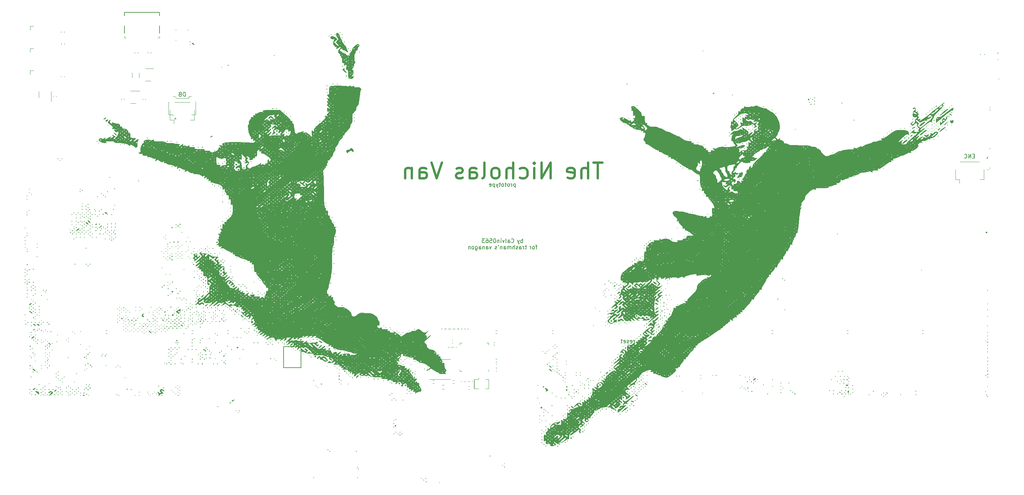
<source format=gbr>
%TF.GenerationSoftware,KiCad,Pcbnew,(7.0.0)*%
%TF.CreationDate,2023-09-15T12:32:05+02:00*%
%TF.ProjectId,vanagon topre,76616e61-676f-46e2-9074-6f7072652e6b,rev?*%
%TF.SameCoordinates,Original*%
%TF.FileFunction,Legend,Bot*%
%TF.FilePolarity,Positive*%
%FSLAX46Y46*%
G04 Gerber Fmt 4.6, Leading zero omitted, Abs format (unit mm)*
G04 Created by KiCad (PCBNEW (7.0.0)) date 2023-09-15 12:32:05*
%MOMM*%
%LPD*%
G01*
G04 APERTURE LIST*
%ADD10C,0.600000*%
%ADD11C,0.150000*%
%ADD12C,0.120000*%
%ADD13C,0.170180*%
%ADD14C,0.002540*%
%ADD15C,0.200000*%
%ADD16C,0.100000*%
G04 APERTURE END LIST*
D10*
X173688392Y-85575773D02*
X171402678Y-85575773D01*
X172545535Y-89575773D02*
X172545535Y-85575773D01*
X170069345Y-89575773D02*
X170069345Y-85575773D01*
X168355059Y-89575773D02*
X168355059Y-87480535D01*
X168355059Y-87480535D02*
X168545535Y-87099583D01*
X168545535Y-87099583D02*
X168926487Y-86909107D01*
X168926487Y-86909107D02*
X169497916Y-86909107D01*
X169497916Y-86909107D02*
X169878868Y-87099583D01*
X169878868Y-87099583D02*
X170069345Y-87290059D01*
X164926487Y-89385297D02*
X165307439Y-89575773D01*
X165307439Y-89575773D02*
X166069344Y-89575773D01*
X166069344Y-89575773D02*
X166450297Y-89385297D01*
X166450297Y-89385297D02*
X166640773Y-89004345D01*
X166640773Y-89004345D02*
X166640773Y-87480535D01*
X166640773Y-87480535D02*
X166450297Y-87099583D01*
X166450297Y-87099583D02*
X166069344Y-86909107D01*
X166069344Y-86909107D02*
X165307439Y-86909107D01*
X165307439Y-86909107D02*
X164926487Y-87099583D01*
X164926487Y-87099583D02*
X164736011Y-87480535D01*
X164736011Y-87480535D02*
X164736011Y-87861488D01*
X164736011Y-87861488D02*
X166640773Y-88242440D01*
X160621726Y-89575773D02*
X160621726Y-85575773D01*
X160621726Y-85575773D02*
X158336011Y-89575773D01*
X158336011Y-89575773D02*
X158336011Y-85575773D01*
X156431250Y-89575773D02*
X156431250Y-86909107D01*
X156431250Y-85575773D02*
X156621726Y-85766250D01*
X156621726Y-85766250D02*
X156431250Y-85956726D01*
X156431250Y-85956726D02*
X156240773Y-85766250D01*
X156240773Y-85766250D02*
X156431250Y-85575773D01*
X156431250Y-85575773D02*
X156431250Y-85956726D01*
X152812202Y-89385297D02*
X153193154Y-89575773D01*
X153193154Y-89575773D02*
X153955059Y-89575773D01*
X153955059Y-89575773D02*
X154336011Y-89385297D01*
X154336011Y-89385297D02*
X154526488Y-89194821D01*
X154526488Y-89194821D02*
X154716964Y-88813869D01*
X154716964Y-88813869D02*
X154716964Y-87671011D01*
X154716964Y-87671011D02*
X154526488Y-87290059D01*
X154526488Y-87290059D02*
X154336011Y-87099583D01*
X154336011Y-87099583D02*
X153955059Y-86909107D01*
X153955059Y-86909107D02*
X153193154Y-86909107D01*
X153193154Y-86909107D02*
X152812202Y-87099583D01*
X151097917Y-89575773D02*
X151097917Y-85575773D01*
X149383631Y-89575773D02*
X149383631Y-87480535D01*
X149383631Y-87480535D02*
X149574107Y-87099583D01*
X149574107Y-87099583D02*
X149955059Y-86909107D01*
X149955059Y-86909107D02*
X150526488Y-86909107D01*
X150526488Y-86909107D02*
X150907440Y-87099583D01*
X150907440Y-87099583D02*
X151097917Y-87290059D01*
X146907440Y-89575773D02*
X147288392Y-89385297D01*
X147288392Y-89385297D02*
X147478869Y-89194821D01*
X147478869Y-89194821D02*
X147669345Y-88813869D01*
X147669345Y-88813869D02*
X147669345Y-87671011D01*
X147669345Y-87671011D02*
X147478869Y-87290059D01*
X147478869Y-87290059D02*
X147288392Y-87099583D01*
X147288392Y-87099583D02*
X146907440Y-86909107D01*
X146907440Y-86909107D02*
X146336011Y-86909107D01*
X146336011Y-86909107D02*
X145955059Y-87099583D01*
X145955059Y-87099583D02*
X145764583Y-87290059D01*
X145764583Y-87290059D02*
X145574107Y-87671011D01*
X145574107Y-87671011D02*
X145574107Y-88813869D01*
X145574107Y-88813869D02*
X145764583Y-89194821D01*
X145764583Y-89194821D02*
X145955059Y-89385297D01*
X145955059Y-89385297D02*
X146336011Y-89575773D01*
X146336011Y-89575773D02*
X146907440Y-89575773D01*
X143288392Y-89575773D02*
X143669344Y-89385297D01*
X143669344Y-89385297D02*
X143859821Y-89004345D01*
X143859821Y-89004345D02*
X143859821Y-85575773D01*
X140050297Y-89575773D02*
X140050297Y-87480535D01*
X140050297Y-87480535D02*
X140240773Y-87099583D01*
X140240773Y-87099583D02*
X140621725Y-86909107D01*
X140621725Y-86909107D02*
X141383630Y-86909107D01*
X141383630Y-86909107D02*
X141764583Y-87099583D01*
X140050297Y-89385297D02*
X140431249Y-89575773D01*
X140431249Y-89575773D02*
X141383630Y-89575773D01*
X141383630Y-89575773D02*
X141764583Y-89385297D01*
X141764583Y-89385297D02*
X141955059Y-89004345D01*
X141955059Y-89004345D02*
X141955059Y-88623392D01*
X141955059Y-88623392D02*
X141764583Y-88242440D01*
X141764583Y-88242440D02*
X141383630Y-88051964D01*
X141383630Y-88051964D02*
X140431249Y-88051964D01*
X140431249Y-88051964D02*
X140050297Y-87861488D01*
X138336011Y-89385297D02*
X137955058Y-89575773D01*
X137955058Y-89575773D02*
X137193154Y-89575773D01*
X137193154Y-89575773D02*
X136812201Y-89385297D01*
X136812201Y-89385297D02*
X136621725Y-89004345D01*
X136621725Y-89004345D02*
X136621725Y-88813869D01*
X136621725Y-88813869D02*
X136812201Y-88432916D01*
X136812201Y-88432916D02*
X137193154Y-88242440D01*
X137193154Y-88242440D02*
X137764582Y-88242440D01*
X137764582Y-88242440D02*
X138145535Y-88051964D01*
X138145535Y-88051964D02*
X138336011Y-87671011D01*
X138336011Y-87671011D02*
X138336011Y-87480535D01*
X138336011Y-87480535D02*
X138145535Y-87099583D01*
X138145535Y-87099583D02*
X137764582Y-86909107D01*
X137764582Y-86909107D02*
X137193154Y-86909107D01*
X137193154Y-86909107D02*
X136812201Y-87099583D01*
X133078868Y-85575773D02*
X131745535Y-89575773D01*
X131745535Y-89575773D02*
X130412201Y-85575773D01*
X127364583Y-89575773D02*
X127364583Y-87480535D01*
X127364583Y-87480535D02*
X127555059Y-87099583D01*
X127555059Y-87099583D02*
X127936011Y-86909107D01*
X127936011Y-86909107D02*
X128697916Y-86909107D01*
X128697916Y-86909107D02*
X129078869Y-87099583D01*
X127364583Y-89385297D02*
X127745535Y-89575773D01*
X127745535Y-89575773D02*
X128697916Y-89575773D01*
X128697916Y-89575773D02*
X129078869Y-89385297D01*
X129078869Y-89385297D02*
X129269345Y-89004345D01*
X129269345Y-89004345D02*
X129269345Y-88623392D01*
X129269345Y-88623392D02*
X129078869Y-88242440D01*
X129078869Y-88242440D02*
X128697916Y-88051964D01*
X128697916Y-88051964D02*
X127745535Y-88051964D01*
X127745535Y-88051964D02*
X127364583Y-87861488D01*
X125459821Y-86909107D02*
X125459821Y-89575773D01*
X125459821Y-87290059D02*
X125269344Y-87099583D01*
X125269344Y-87099583D02*
X124888392Y-86909107D01*
X124888392Y-86909107D02*
X124316963Y-86909107D01*
X124316963Y-86909107D02*
X123936011Y-87099583D01*
X123936011Y-87099583D02*
X123745535Y-87480535D01*
X123745535Y-87480535D02*
X123745535Y-89575773D01*
D11*
X151693155Y-90981964D02*
X151693155Y-91981964D01*
X151693155Y-91029583D02*
X151597917Y-90981964D01*
X151597917Y-90981964D02*
X151407441Y-90981964D01*
X151407441Y-90981964D02*
X151312203Y-91029583D01*
X151312203Y-91029583D02*
X151264584Y-91077202D01*
X151264584Y-91077202D02*
X151216965Y-91172440D01*
X151216965Y-91172440D02*
X151216965Y-91458154D01*
X151216965Y-91458154D02*
X151264584Y-91553392D01*
X151264584Y-91553392D02*
X151312203Y-91601011D01*
X151312203Y-91601011D02*
X151407441Y-91648630D01*
X151407441Y-91648630D02*
X151597917Y-91648630D01*
X151597917Y-91648630D02*
X151693155Y-91601011D01*
X150788393Y-91648630D02*
X150788393Y-90981964D01*
X150788393Y-91172440D02*
X150740774Y-91077202D01*
X150740774Y-91077202D02*
X150693155Y-91029583D01*
X150693155Y-91029583D02*
X150597917Y-90981964D01*
X150597917Y-90981964D02*
X150502679Y-90981964D01*
X150026488Y-91648630D02*
X150121726Y-91601011D01*
X150121726Y-91601011D02*
X150169345Y-91553392D01*
X150169345Y-91553392D02*
X150216964Y-91458154D01*
X150216964Y-91458154D02*
X150216964Y-91172440D01*
X150216964Y-91172440D02*
X150169345Y-91077202D01*
X150169345Y-91077202D02*
X150121726Y-91029583D01*
X150121726Y-91029583D02*
X150026488Y-90981964D01*
X150026488Y-90981964D02*
X149883631Y-90981964D01*
X149883631Y-90981964D02*
X149788393Y-91029583D01*
X149788393Y-91029583D02*
X149740774Y-91077202D01*
X149740774Y-91077202D02*
X149693155Y-91172440D01*
X149693155Y-91172440D02*
X149693155Y-91458154D01*
X149693155Y-91458154D02*
X149740774Y-91553392D01*
X149740774Y-91553392D02*
X149788393Y-91601011D01*
X149788393Y-91601011D02*
X149883631Y-91648630D01*
X149883631Y-91648630D02*
X150026488Y-91648630D01*
X149407440Y-90981964D02*
X149026488Y-90981964D01*
X149264583Y-90648630D02*
X149264583Y-91505773D01*
X149264583Y-91505773D02*
X149216964Y-91601011D01*
X149216964Y-91601011D02*
X149121726Y-91648630D01*
X149121726Y-91648630D02*
X149026488Y-91648630D01*
X148550297Y-91648630D02*
X148645535Y-91601011D01*
X148645535Y-91601011D02*
X148693154Y-91553392D01*
X148693154Y-91553392D02*
X148740773Y-91458154D01*
X148740773Y-91458154D02*
X148740773Y-91172440D01*
X148740773Y-91172440D02*
X148693154Y-91077202D01*
X148693154Y-91077202D02*
X148645535Y-91029583D01*
X148645535Y-91029583D02*
X148550297Y-90981964D01*
X148550297Y-90981964D02*
X148407440Y-90981964D01*
X148407440Y-90981964D02*
X148312202Y-91029583D01*
X148312202Y-91029583D02*
X148264583Y-91077202D01*
X148264583Y-91077202D02*
X148216964Y-91172440D01*
X148216964Y-91172440D02*
X148216964Y-91458154D01*
X148216964Y-91458154D02*
X148264583Y-91553392D01*
X148264583Y-91553392D02*
X148312202Y-91601011D01*
X148312202Y-91601011D02*
X148407440Y-91648630D01*
X148407440Y-91648630D02*
X148550297Y-91648630D01*
X147931249Y-90981964D02*
X147550297Y-90981964D01*
X147788392Y-90648630D02*
X147788392Y-91505773D01*
X147788392Y-91505773D02*
X147740773Y-91601011D01*
X147740773Y-91601011D02*
X147645535Y-91648630D01*
X147645535Y-91648630D02*
X147550297Y-91648630D01*
X147312201Y-90981964D02*
X147074106Y-91648630D01*
X146836011Y-90981964D02*
X147074106Y-91648630D01*
X147074106Y-91648630D02*
X147169344Y-91886726D01*
X147169344Y-91886726D02*
X147216963Y-91934345D01*
X147216963Y-91934345D02*
X147312201Y-91981964D01*
X146455058Y-90981964D02*
X146455058Y-91981964D01*
X146455058Y-91029583D02*
X146359820Y-90981964D01*
X146359820Y-90981964D02*
X146169344Y-90981964D01*
X146169344Y-90981964D02*
X146074106Y-91029583D01*
X146074106Y-91029583D02*
X146026487Y-91077202D01*
X146026487Y-91077202D02*
X145978868Y-91172440D01*
X145978868Y-91172440D02*
X145978868Y-91458154D01*
X145978868Y-91458154D02*
X146026487Y-91553392D01*
X146026487Y-91553392D02*
X146074106Y-91601011D01*
X146074106Y-91601011D02*
X146169344Y-91648630D01*
X146169344Y-91648630D02*
X146359820Y-91648630D01*
X146359820Y-91648630D02*
X146455058Y-91601011D01*
X145169344Y-91601011D02*
X145264582Y-91648630D01*
X145264582Y-91648630D02*
X145455058Y-91648630D01*
X145455058Y-91648630D02*
X145550296Y-91601011D01*
X145550296Y-91601011D02*
X145597915Y-91505773D01*
X145597915Y-91505773D02*
X145597915Y-91124821D01*
X145597915Y-91124821D02*
X145550296Y-91029583D01*
X145550296Y-91029583D02*
X145455058Y-90981964D01*
X145455058Y-90981964D02*
X145264582Y-90981964D01*
X145264582Y-90981964D02*
X145169344Y-91029583D01*
X145169344Y-91029583D02*
X145121725Y-91124821D01*
X145121725Y-91124821D02*
X145121725Y-91220059D01*
X145121725Y-91220059D02*
X145597915Y-91315297D01*
X153516964Y-105919880D02*
X153516964Y-104919880D01*
X153516964Y-105300833D02*
X153421726Y-105253214D01*
X153421726Y-105253214D02*
X153231250Y-105253214D01*
X153231250Y-105253214D02*
X153136012Y-105300833D01*
X153136012Y-105300833D02*
X153088393Y-105348452D01*
X153088393Y-105348452D02*
X153040774Y-105443690D01*
X153040774Y-105443690D02*
X153040774Y-105729404D01*
X153040774Y-105729404D02*
X153088393Y-105824642D01*
X153088393Y-105824642D02*
X153136012Y-105872261D01*
X153136012Y-105872261D02*
X153231250Y-105919880D01*
X153231250Y-105919880D02*
X153421726Y-105919880D01*
X153421726Y-105919880D02*
X153516964Y-105872261D01*
X152707440Y-105253214D02*
X152469345Y-105919880D01*
X152231250Y-105253214D02*
X152469345Y-105919880D01*
X152469345Y-105919880D02*
X152564583Y-106157976D01*
X152564583Y-106157976D02*
X152612202Y-106205595D01*
X152612202Y-106205595D02*
X152707440Y-106253214D01*
X150678869Y-105824642D02*
X150726488Y-105872261D01*
X150726488Y-105872261D02*
X150869345Y-105919880D01*
X150869345Y-105919880D02*
X150964583Y-105919880D01*
X150964583Y-105919880D02*
X151107440Y-105872261D01*
X151107440Y-105872261D02*
X151202678Y-105777023D01*
X151202678Y-105777023D02*
X151250297Y-105681785D01*
X151250297Y-105681785D02*
X151297916Y-105491309D01*
X151297916Y-105491309D02*
X151297916Y-105348452D01*
X151297916Y-105348452D02*
X151250297Y-105157976D01*
X151250297Y-105157976D02*
X151202678Y-105062738D01*
X151202678Y-105062738D02*
X151107440Y-104967500D01*
X151107440Y-104967500D02*
X150964583Y-104919880D01*
X150964583Y-104919880D02*
X150869345Y-104919880D01*
X150869345Y-104919880D02*
X150726488Y-104967500D01*
X150726488Y-104967500D02*
X150678869Y-105015119D01*
X149821726Y-105919880D02*
X149821726Y-105396071D01*
X149821726Y-105396071D02*
X149869345Y-105300833D01*
X149869345Y-105300833D02*
X149964583Y-105253214D01*
X149964583Y-105253214D02*
X150155059Y-105253214D01*
X150155059Y-105253214D02*
X150250297Y-105300833D01*
X149821726Y-105872261D02*
X149916964Y-105919880D01*
X149916964Y-105919880D02*
X150155059Y-105919880D01*
X150155059Y-105919880D02*
X150250297Y-105872261D01*
X150250297Y-105872261D02*
X150297916Y-105777023D01*
X150297916Y-105777023D02*
X150297916Y-105681785D01*
X150297916Y-105681785D02*
X150250297Y-105586547D01*
X150250297Y-105586547D02*
X150155059Y-105538928D01*
X150155059Y-105538928D02*
X149916964Y-105538928D01*
X149916964Y-105538928D02*
X149821726Y-105491309D01*
X149202678Y-105919880D02*
X149297916Y-105872261D01*
X149297916Y-105872261D02*
X149345535Y-105777023D01*
X149345535Y-105777023D02*
X149345535Y-104919880D01*
X148916963Y-105253214D02*
X148678868Y-105919880D01*
X148678868Y-105919880D02*
X148440773Y-105253214D01*
X148059820Y-105919880D02*
X148059820Y-105253214D01*
X148059820Y-104919880D02*
X148107439Y-104967500D01*
X148107439Y-104967500D02*
X148059820Y-105015119D01*
X148059820Y-105015119D02*
X148012201Y-104967500D01*
X148012201Y-104967500D02*
X148059820Y-104919880D01*
X148059820Y-104919880D02*
X148059820Y-105015119D01*
X147583630Y-105253214D02*
X147583630Y-105919880D01*
X147583630Y-105348452D02*
X147536011Y-105300833D01*
X147536011Y-105300833D02*
X147440773Y-105253214D01*
X147440773Y-105253214D02*
X147297916Y-105253214D01*
X147297916Y-105253214D02*
X147202678Y-105300833D01*
X147202678Y-105300833D02*
X147155059Y-105396071D01*
X147155059Y-105396071D02*
X147155059Y-105919880D01*
X146488392Y-104919880D02*
X146393154Y-104919880D01*
X146393154Y-104919880D02*
X146297916Y-104967500D01*
X146297916Y-104967500D02*
X146250297Y-105015119D01*
X146250297Y-105015119D02*
X146202678Y-105110357D01*
X146202678Y-105110357D02*
X146155059Y-105300833D01*
X146155059Y-105300833D02*
X146155059Y-105538928D01*
X146155059Y-105538928D02*
X146202678Y-105729404D01*
X146202678Y-105729404D02*
X146250297Y-105824642D01*
X146250297Y-105824642D02*
X146297916Y-105872261D01*
X146297916Y-105872261D02*
X146393154Y-105919880D01*
X146393154Y-105919880D02*
X146488392Y-105919880D01*
X146488392Y-105919880D02*
X146583630Y-105872261D01*
X146583630Y-105872261D02*
X146631249Y-105824642D01*
X146631249Y-105824642D02*
X146678868Y-105729404D01*
X146678868Y-105729404D02*
X146726487Y-105538928D01*
X146726487Y-105538928D02*
X146726487Y-105300833D01*
X146726487Y-105300833D02*
X146678868Y-105110357D01*
X146678868Y-105110357D02*
X146631249Y-105015119D01*
X146631249Y-105015119D02*
X146583630Y-104967500D01*
X146583630Y-104967500D02*
X146488392Y-104919880D01*
X145250297Y-104919880D02*
X145726487Y-104919880D01*
X145726487Y-104919880D02*
X145774106Y-105396071D01*
X145774106Y-105396071D02*
X145726487Y-105348452D01*
X145726487Y-105348452D02*
X145631249Y-105300833D01*
X145631249Y-105300833D02*
X145393154Y-105300833D01*
X145393154Y-105300833D02*
X145297916Y-105348452D01*
X145297916Y-105348452D02*
X145250297Y-105396071D01*
X145250297Y-105396071D02*
X145202678Y-105491309D01*
X145202678Y-105491309D02*
X145202678Y-105729404D01*
X145202678Y-105729404D02*
X145250297Y-105824642D01*
X145250297Y-105824642D02*
X145297916Y-105872261D01*
X145297916Y-105872261D02*
X145393154Y-105919880D01*
X145393154Y-105919880D02*
X145631249Y-105919880D01*
X145631249Y-105919880D02*
X145726487Y-105872261D01*
X145726487Y-105872261D02*
X145774106Y-105824642D01*
X144345535Y-104919880D02*
X144536011Y-104919880D01*
X144536011Y-104919880D02*
X144631249Y-104967500D01*
X144631249Y-104967500D02*
X144678868Y-105015119D01*
X144678868Y-105015119D02*
X144774106Y-105157976D01*
X144774106Y-105157976D02*
X144821725Y-105348452D01*
X144821725Y-105348452D02*
X144821725Y-105729404D01*
X144821725Y-105729404D02*
X144774106Y-105824642D01*
X144774106Y-105824642D02*
X144726487Y-105872261D01*
X144726487Y-105872261D02*
X144631249Y-105919880D01*
X144631249Y-105919880D02*
X144440773Y-105919880D01*
X144440773Y-105919880D02*
X144345535Y-105872261D01*
X144345535Y-105872261D02*
X144297916Y-105824642D01*
X144297916Y-105824642D02*
X144250297Y-105729404D01*
X144250297Y-105729404D02*
X144250297Y-105491309D01*
X144250297Y-105491309D02*
X144297916Y-105396071D01*
X144297916Y-105396071D02*
X144345535Y-105348452D01*
X144345535Y-105348452D02*
X144440773Y-105300833D01*
X144440773Y-105300833D02*
X144631249Y-105300833D01*
X144631249Y-105300833D02*
X144726487Y-105348452D01*
X144726487Y-105348452D02*
X144774106Y-105396071D01*
X144774106Y-105396071D02*
X144821725Y-105491309D01*
X143916963Y-104919880D02*
X143297916Y-104919880D01*
X143297916Y-104919880D02*
X143631249Y-105300833D01*
X143631249Y-105300833D02*
X143488392Y-105300833D01*
X143488392Y-105300833D02*
X143393154Y-105348452D01*
X143393154Y-105348452D02*
X143345535Y-105396071D01*
X143345535Y-105396071D02*
X143297916Y-105491309D01*
X143297916Y-105491309D02*
X143297916Y-105729404D01*
X143297916Y-105729404D02*
X143345535Y-105824642D01*
X143345535Y-105824642D02*
X143393154Y-105872261D01*
X143393154Y-105872261D02*
X143488392Y-105919880D01*
X143488392Y-105919880D02*
X143774106Y-105919880D01*
X143774106Y-105919880D02*
X143869344Y-105872261D01*
X143869344Y-105872261D02*
X143916963Y-105824642D01*
X157197917Y-106873214D02*
X156816965Y-106873214D01*
X157055060Y-107539880D02*
X157055060Y-106682738D01*
X157055060Y-106682738D02*
X157007441Y-106587500D01*
X157007441Y-106587500D02*
X156912203Y-106539880D01*
X156912203Y-106539880D02*
X156816965Y-106539880D01*
X156340774Y-107539880D02*
X156436012Y-107492261D01*
X156436012Y-107492261D02*
X156483631Y-107444642D01*
X156483631Y-107444642D02*
X156531250Y-107349404D01*
X156531250Y-107349404D02*
X156531250Y-107063690D01*
X156531250Y-107063690D02*
X156483631Y-106968452D01*
X156483631Y-106968452D02*
X156436012Y-106920833D01*
X156436012Y-106920833D02*
X156340774Y-106873214D01*
X156340774Y-106873214D02*
X156197917Y-106873214D01*
X156197917Y-106873214D02*
X156102679Y-106920833D01*
X156102679Y-106920833D02*
X156055060Y-106968452D01*
X156055060Y-106968452D02*
X156007441Y-107063690D01*
X156007441Y-107063690D02*
X156007441Y-107349404D01*
X156007441Y-107349404D02*
X156055060Y-107444642D01*
X156055060Y-107444642D02*
X156102679Y-107492261D01*
X156102679Y-107492261D02*
X156197917Y-107539880D01*
X156197917Y-107539880D02*
X156340774Y-107539880D01*
X155578869Y-107539880D02*
X155578869Y-106873214D01*
X155578869Y-107063690D02*
X155531250Y-106968452D01*
X155531250Y-106968452D02*
X155483631Y-106920833D01*
X155483631Y-106920833D02*
X155388393Y-106873214D01*
X155388393Y-106873214D02*
X155293155Y-106873214D01*
X154502678Y-106873214D02*
X154121726Y-106873214D01*
X154359821Y-106539880D02*
X154359821Y-107397023D01*
X154359821Y-107397023D02*
X154312202Y-107492261D01*
X154312202Y-107492261D02*
X154216964Y-107539880D01*
X154216964Y-107539880D02*
X154121726Y-107539880D01*
X153788392Y-107539880D02*
X153788392Y-106873214D01*
X153788392Y-107063690D02*
X153740773Y-106968452D01*
X153740773Y-106968452D02*
X153693154Y-106920833D01*
X153693154Y-106920833D02*
X153597916Y-106873214D01*
X153597916Y-106873214D02*
X153502678Y-106873214D01*
X152740773Y-107539880D02*
X152740773Y-107016071D01*
X152740773Y-107016071D02*
X152788392Y-106920833D01*
X152788392Y-106920833D02*
X152883630Y-106873214D01*
X152883630Y-106873214D02*
X153074106Y-106873214D01*
X153074106Y-106873214D02*
X153169344Y-106920833D01*
X152740773Y-107492261D02*
X152836011Y-107539880D01*
X152836011Y-107539880D02*
X153074106Y-107539880D01*
X153074106Y-107539880D02*
X153169344Y-107492261D01*
X153169344Y-107492261D02*
X153216963Y-107397023D01*
X153216963Y-107397023D02*
X153216963Y-107301785D01*
X153216963Y-107301785D02*
X153169344Y-107206547D01*
X153169344Y-107206547D02*
X153074106Y-107158928D01*
X153074106Y-107158928D02*
X152836011Y-107158928D01*
X152836011Y-107158928D02*
X152740773Y-107111309D01*
X152312201Y-107492261D02*
X152216963Y-107539880D01*
X152216963Y-107539880D02*
X152026487Y-107539880D01*
X152026487Y-107539880D02*
X151931249Y-107492261D01*
X151931249Y-107492261D02*
X151883630Y-107397023D01*
X151883630Y-107397023D02*
X151883630Y-107349404D01*
X151883630Y-107349404D02*
X151931249Y-107254166D01*
X151931249Y-107254166D02*
X152026487Y-107206547D01*
X152026487Y-107206547D02*
X152169344Y-107206547D01*
X152169344Y-107206547D02*
X152264582Y-107158928D01*
X152264582Y-107158928D02*
X152312201Y-107063690D01*
X152312201Y-107063690D02*
X152312201Y-107016071D01*
X152312201Y-107016071D02*
X152264582Y-106920833D01*
X152264582Y-106920833D02*
X152169344Y-106873214D01*
X152169344Y-106873214D02*
X152026487Y-106873214D01*
X152026487Y-106873214D02*
X151931249Y-106920833D01*
X151455058Y-107539880D02*
X151455058Y-106539880D01*
X151026487Y-107539880D02*
X151026487Y-107016071D01*
X151026487Y-107016071D02*
X151074106Y-106920833D01*
X151074106Y-106920833D02*
X151169344Y-106873214D01*
X151169344Y-106873214D02*
X151312201Y-106873214D01*
X151312201Y-106873214D02*
X151407439Y-106920833D01*
X151407439Y-106920833D02*
X151455058Y-106968452D01*
X150550296Y-107539880D02*
X150550296Y-106873214D01*
X150550296Y-106968452D02*
X150502677Y-106920833D01*
X150502677Y-106920833D02*
X150407439Y-106873214D01*
X150407439Y-106873214D02*
X150264582Y-106873214D01*
X150264582Y-106873214D02*
X150169344Y-106920833D01*
X150169344Y-106920833D02*
X150121725Y-107016071D01*
X150121725Y-107016071D02*
X150121725Y-107539880D01*
X150121725Y-107016071D02*
X150074106Y-106920833D01*
X150074106Y-106920833D02*
X149978868Y-106873214D01*
X149978868Y-106873214D02*
X149836011Y-106873214D01*
X149836011Y-106873214D02*
X149740772Y-106920833D01*
X149740772Y-106920833D02*
X149693153Y-107016071D01*
X149693153Y-107016071D02*
X149693153Y-107539880D01*
X148788392Y-107539880D02*
X148788392Y-107016071D01*
X148788392Y-107016071D02*
X148836011Y-106920833D01*
X148836011Y-106920833D02*
X148931249Y-106873214D01*
X148931249Y-106873214D02*
X149121725Y-106873214D01*
X149121725Y-106873214D02*
X149216963Y-106920833D01*
X148788392Y-107492261D02*
X148883630Y-107539880D01*
X148883630Y-107539880D02*
X149121725Y-107539880D01*
X149121725Y-107539880D02*
X149216963Y-107492261D01*
X149216963Y-107492261D02*
X149264582Y-107397023D01*
X149264582Y-107397023D02*
X149264582Y-107301785D01*
X149264582Y-107301785D02*
X149216963Y-107206547D01*
X149216963Y-107206547D02*
X149121725Y-107158928D01*
X149121725Y-107158928D02*
X148883630Y-107158928D01*
X148883630Y-107158928D02*
X148788392Y-107111309D01*
X148312201Y-106873214D02*
X148312201Y-107539880D01*
X148312201Y-106968452D02*
X148264582Y-106920833D01*
X148264582Y-106920833D02*
X148169344Y-106873214D01*
X148169344Y-106873214D02*
X148026487Y-106873214D01*
X148026487Y-106873214D02*
X147931249Y-106920833D01*
X147931249Y-106920833D02*
X147883630Y-107016071D01*
X147883630Y-107016071D02*
X147883630Y-107539880D01*
X147359820Y-106539880D02*
X147455058Y-106730357D01*
X146978868Y-107492261D02*
X146883630Y-107539880D01*
X146883630Y-107539880D02*
X146693154Y-107539880D01*
X146693154Y-107539880D02*
X146597916Y-107492261D01*
X146597916Y-107492261D02*
X146550297Y-107397023D01*
X146550297Y-107397023D02*
X146550297Y-107349404D01*
X146550297Y-107349404D02*
X146597916Y-107254166D01*
X146597916Y-107254166D02*
X146693154Y-107206547D01*
X146693154Y-107206547D02*
X146836011Y-107206547D01*
X146836011Y-107206547D02*
X146931249Y-107158928D01*
X146931249Y-107158928D02*
X146978868Y-107063690D01*
X146978868Y-107063690D02*
X146978868Y-107016071D01*
X146978868Y-107016071D02*
X146931249Y-106920833D01*
X146931249Y-106920833D02*
X146836011Y-106873214D01*
X146836011Y-106873214D02*
X146693154Y-106873214D01*
X146693154Y-106873214D02*
X146597916Y-106920833D01*
X145616963Y-106873214D02*
X145378868Y-107539880D01*
X145378868Y-107539880D02*
X145140773Y-106873214D01*
X144331249Y-107539880D02*
X144331249Y-107016071D01*
X144331249Y-107016071D02*
X144378868Y-106920833D01*
X144378868Y-106920833D02*
X144474106Y-106873214D01*
X144474106Y-106873214D02*
X144664582Y-106873214D01*
X144664582Y-106873214D02*
X144759820Y-106920833D01*
X144331249Y-107492261D02*
X144426487Y-107539880D01*
X144426487Y-107539880D02*
X144664582Y-107539880D01*
X144664582Y-107539880D02*
X144759820Y-107492261D01*
X144759820Y-107492261D02*
X144807439Y-107397023D01*
X144807439Y-107397023D02*
X144807439Y-107301785D01*
X144807439Y-107301785D02*
X144759820Y-107206547D01*
X144759820Y-107206547D02*
X144664582Y-107158928D01*
X144664582Y-107158928D02*
X144426487Y-107158928D01*
X144426487Y-107158928D02*
X144331249Y-107111309D01*
X143855058Y-106873214D02*
X143855058Y-107539880D01*
X143855058Y-106968452D02*
X143807439Y-106920833D01*
X143807439Y-106920833D02*
X143712201Y-106873214D01*
X143712201Y-106873214D02*
X143569344Y-106873214D01*
X143569344Y-106873214D02*
X143474106Y-106920833D01*
X143474106Y-106920833D02*
X143426487Y-107016071D01*
X143426487Y-107016071D02*
X143426487Y-107539880D01*
X142521725Y-107539880D02*
X142521725Y-107016071D01*
X142521725Y-107016071D02*
X142569344Y-106920833D01*
X142569344Y-106920833D02*
X142664582Y-106873214D01*
X142664582Y-106873214D02*
X142855058Y-106873214D01*
X142855058Y-106873214D02*
X142950296Y-106920833D01*
X142521725Y-107492261D02*
X142616963Y-107539880D01*
X142616963Y-107539880D02*
X142855058Y-107539880D01*
X142855058Y-107539880D02*
X142950296Y-107492261D01*
X142950296Y-107492261D02*
X142997915Y-107397023D01*
X142997915Y-107397023D02*
X142997915Y-107301785D01*
X142997915Y-107301785D02*
X142950296Y-107206547D01*
X142950296Y-107206547D02*
X142855058Y-107158928D01*
X142855058Y-107158928D02*
X142616963Y-107158928D01*
X142616963Y-107158928D02*
X142521725Y-107111309D01*
X141616963Y-106873214D02*
X141616963Y-107682738D01*
X141616963Y-107682738D02*
X141664582Y-107777976D01*
X141664582Y-107777976D02*
X141712201Y-107825595D01*
X141712201Y-107825595D02*
X141807439Y-107873214D01*
X141807439Y-107873214D02*
X141950296Y-107873214D01*
X141950296Y-107873214D02*
X142045534Y-107825595D01*
X141616963Y-107492261D02*
X141712201Y-107539880D01*
X141712201Y-107539880D02*
X141902677Y-107539880D01*
X141902677Y-107539880D02*
X141997915Y-107492261D01*
X141997915Y-107492261D02*
X142045534Y-107444642D01*
X142045534Y-107444642D02*
X142093153Y-107349404D01*
X142093153Y-107349404D02*
X142093153Y-107063690D01*
X142093153Y-107063690D02*
X142045534Y-106968452D01*
X142045534Y-106968452D02*
X141997915Y-106920833D01*
X141997915Y-106920833D02*
X141902677Y-106873214D01*
X141902677Y-106873214D02*
X141712201Y-106873214D01*
X141712201Y-106873214D02*
X141616963Y-106920833D01*
X140997915Y-107539880D02*
X141093153Y-107492261D01*
X141093153Y-107492261D02*
X141140772Y-107444642D01*
X141140772Y-107444642D02*
X141188391Y-107349404D01*
X141188391Y-107349404D02*
X141188391Y-107063690D01*
X141188391Y-107063690D02*
X141140772Y-106968452D01*
X141140772Y-106968452D02*
X141093153Y-106920833D01*
X141093153Y-106920833D02*
X140997915Y-106873214D01*
X140997915Y-106873214D02*
X140855058Y-106873214D01*
X140855058Y-106873214D02*
X140759820Y-106920833D01*
X140759820Y-106920833D02*
X140712201Y-106968452D01*
X140712201Y-106968452D02*
X140664582Y-107063690D01*
X140664582Y-107063690D02*
X140664582Y-107349404D01*
X140664582Y-107349404D02*
X140712201Y-107444642D01*
X140712201Y-107444642D02*
X140759820Y-107492261D01*
X140759820Y-107492261D02*
X140855058Y-107539880D01*
X140855058Y-107539880D02*
X140997915Y-107539880D01*
X140236010Y-106873214D02*
X140236010Y-107539880D01*
X140236010Y-106968452D02*
X140188391Y-106920833D01*
X140188391Y-106920833D02*
X140093153Y-106873214D01*
X140093153Y-106873214D02*
X139950296Y-106873214D01*
X139950296Y-106873214D02*
X139855058Y-106920833D01*
X139855058Y-106920833D02*
X139807439Y-107016071D01*
X139807439Y-107016071D02*
X139807439Y-107539880D01*
X68107238Y-68806553D02*
X68107238Y-67806553D01*
X68107238Y-67806553D02*
X67869143Y-67806553D01*
X67869143Y-67806553D02*
X67726286Y-67854173D01*
X67726286Y-67854173D02*
X67631048Y-67949411D01*
X67631048Y-67949411D02*
X67583429Y-68044649D01*
X67583429Y-68044649D02*
X67535810Y-68235125D01*
X67535810Y-68235125D02*
X67535810Y-68377982D01*
X67535810Y-68377982D02*
X67583429Y-68568458D01*
X67583429Y-68568458D02*
X67631048Y-68663696D01*
X67631048Y-68663696D02*
X67726286Y-68758934D01*
X67726286Y-68758934D02*
X67869143Y-68806553D01*
X67869143Y-68806553D02*
X68107238Y-68806553D01*
X66773905Y-68282744D02*
X66631048Y-68330363D01*
X66631048Y-68330363D02*
X66583429Y-68377982D01*
X66583429Y-68377982D02*
X66535810Y-68473220D01*
X66535810Y-68473220D02*
X66535810Y-68616077D01*
X66535810Y-68616077D02*
X66583429Y-68711315D01*
X66583429Y-68711315D02*
X66631048Y-68758934D01*
X66631048Y-68758934D02*
X66726286Y-68806553D01*
X66726286Y-68806553D02*
X67107238Y-68806553D01*
X67107238Y-68806553D02*
X67107238Y-67806553D01*
X67107238Y-67806553D02*
X66773905Y-67806553D01*
X66773905Y-67806553D02*
X66678667Y-67854173D01*
X66678667Y-67854173D02*
X66631048Y-67901792D01*
X66631048Y-67901792D02*
X66583429Y-67997030D01*
X66583429Y-67997030D02*
X66583429Y-68092268D01*
X66583429Y-68092268D02*
X66631048Y-68187506D01*
X66631048Y-68187506D02*
X66678667Y-68235125D01*
X66678667Y-68235125D02*
X66773905Y-68282744D01*
X66773905Y-68282744D02*
X67107238Y-68282744D01*
X267938094Y-83981071D02*
X267604761Y-83981071D01*
X267461904Y-84504880D02*
X267938094Y-84504880D01*
X267938094Y-84504880D02*
X267938094Y-83504880D01*
X267938094Y-83504880D02*
X267461904Y-83504880D01*
X267033332Y-84504880D02*
X267033332Y-83504880D01*
X267033332Y-83504880D02*
X266461904Y-84504880D01*
X266461904Y-84504880D02*
X266461904Y-83504880D01*
X265414285Y-84409642D02*
X265461904Y-84457261D01*
X265461904Y-84457261D02*
X265604761Y-84504880D01*
X265604761Y-84504880D02*
X265699999Y-84504880D01*
X265699999Y-84504880D02*
X265842856Y-84457261D01*
X265842856Y-84457261D02*
X265938094Y-84362023D01*
X265938094Y-84362023D02*
X265985713Y-84266785D01*
X265985713Y-84266785D02*
X266033332Y-84076309D01*
X266033332Y-84076309D02*
X266033332Y-83933452D01*
X266033332Y-83933452D02*
X265985713Y-83742976D01*
X265985713Y-83742976D02*
X265938094Y-83647738D01*
X265938094Y-83647738D02*
X265842856Y-83552500D01*
X265842856Y-83552500D02*
X265699999Y-83504880D01*
X265699999Y-83504880D02*
X265604761Y-83504880D01*
X265604761Y-83504880D02*
X265461904Y-83552500D01*
X265461904Y-83552500D02*
X265414285Y-83600119D01*
X181800297Y-131336130D02*
X181800297Y-130669464D01*
X181800297Y-130859940D02*
X181752678Y-130764702D01*
X181752678Y-130764702D02*
X181705059Y-130717083D01*
X181705059Y-130717083D02*
X181609821Y-130669464D01*
X181609821Y-130669464D02*
X181514583Y-130669464D01*
X180800297Y-131288511D02*
X180895535Y-131336130D01*
X180895535Y-131336130D02*
X181086011Y-131336130D01*
X181086011Y-131336130D02*
X181181249Y-131288511D01*
X181181249Y-131288511D02*
X181228868Y-131193273D01*
X181228868Y-131193273D02*
X181228868Y-130812321D01*
X181228868Y-130812321D02*
X181181249Y-130717083D01*
X181181249Y-130717083D02*
X181086011Y-130669464D01*
X181086011Y-130669464D02*
X180895535Y-130669464D01*
X180895535Y-130669464D02*
X180800297Y-130717083D01*
X180800297Y-130717083D02*
X180752678Y-130812321D01*
X180752678Y-130812321D02*
X180752678Y-130907559D01*
X180752678Y-130907559D02*
X181228868Y-131002797D01*
X180371725Y-131288511D02*
X180276487Y-131336130D01*
X180276487Y-131336130D02*
X180086011Y-131336130D01*
X180086011Y-131336130D02*
X179990773Y-131288511D01*
X179990773Y-131288511D02*
X179943154Y-131193273D01*
X179943154Y-131193273D02*
X179943154Y-131145654D01*
X179943154Y-131145654D02*
X179990773Y-131050416D01*
X179990773Y-131050416D02*
X180086011Y-131002797D01*
X180086011Y-131002797D02*
X180228868Y-131002797D01*
X180228868Y-131002797D02*
X180324106Y-130955178D01*
X180324106Y-130955178D02*
X180371725Y-130859940D01*
X180371725Y-130859940D02*
X180371725Y-130812321D01*
X180371725Y-130812321D02*
X180324106Y-130717083D01*
X180324106Y-130717083D02*
X180228868Y-130669464D01*
X180228868Y-130669464D02*
X180086011Y-130669464D01*
X180086011Y-130669464D02*
X179990773Y-130717083D01*
X179133630Y-131288511D02*
X179228868Y-131336130D01*
X179228868Y-131336130D02*
X179419344Y-131336130D01*
X179419344Y-131336130D02*
X179514582Y-131288511D01*
X179514582Y-131288511D02*
X179562201Y-131193273D01*
X179562201Y-131193273D02*
X179562201Y-130812321D01*
X179562201Y-130812321D02*
X179514582Y-130717083D01*
X179514582Y-130717083D02*
X179419344Y-130669464D01*
X179419344Y-130669464D02*
X179228868Y-130669464D01*
X179228868Y-130669464D02*
X179133630Y-130717083D01*
X179133630Y-130717083D02*
X179086011Y-130812321D01*
X179086011Y-130812321D02*
X179086011Y-130907559D01*
X179086011Y-130907559D02*
X179562201Y-131002797D01*
X178800296Y-130669464D02*
X178419344Y-130669464D01*
X178657439Y-130336130D02*
X178657439Y-131193273D01*
X178657439Y-131193273D02*
X178609820Y-131288511D01*
X178609820Y-131288511D02*
X178514582Y-131336130D01*
X178514582Y-131336130D02*
X178419344Y-131336130D01*
D12*
%TO.C,C6*%
X139802322Y-140949387D02*
X139802322Y-141165059D01*
X139082322Y-140949387D02*
X139082322Y-141165059D01*
%TO.C,R6*%
X138087458Y-127609598D02*
X138087458Y-127916880D01*
X137327458Y-127609598D02*
X137327458Y-127916880D01*
%TO.C,R15*%
X69745507Y-128207500D02*
X70052789Y-128207500D01*
X69745507Y-128967500D02*
X70052789Y-128967500D01*
%TO.C,R24*%
X216540109Y-128207500D02*
X216847391Y-128207500D01*
X216540109Y-128967500D02*
X216847391Y-128967500D01*
%TO.C,R4*%
X135958946Y-127581625D02*
X135958946Y-127888907D01*
X135198946Y-127581625D02*
X135198946Y-127888907D01*
%TO.C,R19*%
X131122391Y-141573750D02*
X130815109Y-141573750D01*
X131122391Y-140813750D02*
X130815109Y-140813750D01*
%TO.C,G\u002A\u002A\u002A*%
G36*
X274212241Y-64406799D02*
G01*
X274083959Y-64513522D01*
X273955676Y-64406799D01*
X274083959Y-64300077D01*
X274212241Y-64406799D01*
G37*
G36*
X273955676Y-59497556D02*
G01*
X273827393Y-59604278D01*
X273699110Y-59497556D01*
X273827393Y-59390833D01*
X273955676Y-59497556D01*
G37*
G36*
X271976523Y-87000153D02*
G01*
X271848241Y-87106875D01*
X271719958Y-87000153D01*
X271848241Y-86893430D01*
X271976523Y-87000153D01*
G37*
G36*
X271976523Y-82090909D02*
G01*
X271848241Y-82197632D01*
X271719958Y-82090909D01*
X271848241Y-81984186D01*
X271976523Y-82090909D01*
G37*
G36*
X271976523Y-72272421D02*
G01*
X271848241Y-72379144D01*
X271719958Y-72272421D01*
X271848241Y-72165699D01*
X271976523Y-72272421D01*
G37*
G36*
X271976523Y-71632085D02*
G01*
X271848241Y-71738808D01*
X271719958Y-71632085D01*
X271848241Y-71525363D01*
X271976523Y-71632085D01*
G37*
G36*
X271463392Y-87427043D02*
G01*
X271335109Y-87533766D01*
X271206827Y-87427043D01*
X271335109Y-87320321D01*
X271463392Y-87427043D01*
G37*
G36*
X271384032Y-144889822D02*
G01*
X271255750Y-144996544D01*
X271127467Y-144889822D01*
X271255750Y-144783099D01*
X271384032Y-144889822D01*
G37*
G36*
X271384032Y-142328477D02*
G01*
X271255750Y-142435200D01*
X271127467Y-142328477D01*
X271255750Y-142221754D01*
X271384032Y-142328477D01*
G37*
G36*
X271384032Y-139980578D02*
G01*
X271255750Y-140087301D01*
X271127467Y-139980578D01*
X271255750Y-139873855D01*
X271384032Y-139980578D01*
G37*
G36*
X271384032Y-137632679D02*
G01*
X271255750Y-137739402D01*
X271127467Y-137632679D01*
X271255750Y-137525956D01*
X271384032Y-137632679D01*
G37*
G36*
X271384032Y-136778897D02*
G01*
X271255750Y-136885620D01*
X271127467Y-136778897D01*
X271255750Y-136672175D01*
X271384032Y-136778897D01*
G37*
G36*
X271384032Y-135925116D02*
G01*
X271255750Y-136031838D01*
X271127467Y-135925116D01*
X271255750Y-135818393D01*
X271384032Y-135925116D01*
G37*
G36*
X271384032Y-135071334D02*
G01*
X271255750Y-135178057D01*
X271127467Y-135071334D01*
X271255750Y-134964612D01*
X271384032Y-135071334D01*
G37*
G36*
X271384032Y-133577217D02*
G01*
X271255750Y-133683939D01*
X271127467Y-133577217D01*
X271255750Y-133470494D01*
X271384032Y-133577217D01*
G37*
G36*
X271384032Y-132723435D02*
G01*
X271255750Y-132830158D01*
X271127467Y-132723435D01*
X271255750Y-132616712D01*
X271384032Y-132723435D01*
G37*
G36*
X271384032Y-131869654D02*
G01*
X271255750Y-131976376D01*
X271127467Y-131869654D01*
X271255750Y-131762931D01*
X271384032Y-131869654D01*
G37*
G36*
X271384032Y-130375536D02*
G01*
X271255750Y-130482259D01*
X271127467Y-130375536D01*
X271255750Y-130268813D01*
X271384032Y-130375536D01*
G37*
G36*
X271384032Y-129521754D02*
G01*
X271255750Y-129628477D01*
X271127467Y-129521754D01*
X271255750Y-129415032D01*
X271384032Y-129521754D01*
G37*
G36*
X271384032Y-128667973D02*
G01*
X271255750Y-128774696D01*
X271127467Y-128667973D01*
X271255750Y-128561250D01*
X271384032Y-128667973D01*
G37*
G36*
X271384032Y-126960410D02*
G01*
X271255750Y-127067133D01*
X271127467Y-126960410D01*
X271255750Y-126853687D01*
X271384032Y-126960410D01*
G37*
G36*
X271384032Y-124612511D02*
G01*
X271255750Y-124719233D01*
X271127467Y-124612511D01*
X271255750Y-124505788D01*
X271384032Y-124612511D01*
G37*
G36*
X271384032Y-122904948D02*
G01*
X271255750Y-123011670D01*
X271127467Y-122904948D01*
X271255750Y-122798225D01*
X271384032Y-122904948D01*
G37*
G36*
X271384032Y-121410830D02*
G01*
X271255750Y-121517553D01*
X271127467Y-121410830D01*
X271255750Y-121304107D01*
X271384032Y-121410830D01*
G37*
G36*
X271384032Y-117995704D02*
G01*
X271255750Y-118102427D01*
X271127467Y-117995704D01*
X271255750Y-117888981D01*
X271384032Y-117995704D01*
G37*
G36*
X271127467Y-144462931D02*
G01*
X270999184Y-144569654D01*
X270870901Y-144462931D01*
X270999184Y-144356208D01*
X271127467Y-144462931D01*
G37*
G36*
X270870901Y-143609149D02*
G01*
X270742618Y-143715872D01*
X270614336Y-143609149D01*
X270742618Y-143502427D01*
X270870901Y-143609149D01*
G37*
G36*
X270870901Y-139553687D02*
G01*
X270742618Y-139660410D01*
X270614336Y-139553687D01*
X270742618Y-139446965D01*
X270870901Y-139553687D01*
G37*
G36*
X270870901Y-130802427D02*
G01*
X270742618Y-130909149D01*
X270614336Y-130802427D01*
X270742618Y-130695704D01*
X270870901Y-130802427D01*
G37*
G36*
X270620322Y-58216883D02*
G01*
X270492039Y-58323606D01*
X270363757Y-58216883D01*
X270492039Y-58110161D01*
X270620322Y-58216883D01*
G37*
G36*
X269594060Y-58216883D02*
G01*
X269465777Y-58323606D01*
X269337494Y-58216883D01*
X269465777Y-58110161D01*
X269594060Y-58216883D01*
G37*
G36*
X262189535Y-76105736D02*
G01*
X262061252Y-76212459D01*
X261932969Y-76105736D01*
X262061252Y-75999013D01*
X262189535Y-76105736D01*
G37*
G36*
X262189535Y-71196492D02*
G01*
X262061252Y-71303215D01*
X261932969Y-71196492D01*
X262061252Y-71089770D01*
X262189535Y-71196492D01*
G37*
G36*
X261676404Y-71623383D02*
G01*
X261548121Y-71730106D01*
X261419838Y-71623383D01*
X261548121Y-71516660D01*
X261676404Y-71623383D01*
G37*
G36*
X261644547Y-73581043D02*
G01*
X261516264Y-73687766D01*
X261387981Y-73581043D01*
X261516264Y-73474321D01*
X261644547Y-73581043D01*
G37*
G36*
X261131415Y-74007934D02*
G01*
X261003132Y-74114657D01*
X260874850Y-74007934D01*
X261003132Y-73901211D01*
X261131415Y-74007934D01*
G37*
G36*
X260906707Y-77386408D02*
G01*
X260778424Y-77493131D01*
X260650141Y-77386408D01*
X260778424Y-77279686D01*
X260906707Y-77386408D01*
G37*
G36*
X260393575Y-72050274D02*
G01*
X260265292Y-72156996D01*
X260137010Y-72050274D01*
X260265292Y-71943551D01*
X260393575Y-72050274D01*
G37*
G36*
X259880444Y-76532627D02*
G01*
X259752161Y-76639349D01*
X259623878Y-76532627D01*
X259752161Y-76425904D01*
X259880444Y-76532627D01*
G37*
G36*
X259880444Y-72477165D02*
G01*
X259752161Y-72583887D01*
X259623878Y-72477165D01*
X259752161Y-72370442D01*
X259880444Y-72477165D01*
G37*
G36*
X258854181Y-78880526D02*
G01*
X258725899Y-78987249D01*
X258597616Y-78880526D01*
X258725899Y-78773803D01*
X258854181Y-78880526D01*
G37*
G36*
X258854181Y-76532627D02*
G01*
X258725899Y-76639349D01*
X258597616Y-76532627D01*
X258725899Y-76425904D01*
X258854181Y-76532627D01*
G37*
G36*
X258854181Y-75678845D02*
G01*
X258725899Y-75785568D01*
X258597616Y-75678845D01*
X258725899Y-75572123D01*
X258854181Y-75678845D01*
G37*
G36*
X258854181Y-73330946D02*
G01*
X258725899Y-73437669D01*
X258597616Y-73330946D01*
X258725899Y-73224223D01*
X258854181Y-73330946D01*
G37*
G36*
X258341050Y-76959517D02*
G01*
X258212767Y-77066240D01*
X258084484Y-76959517D01*
X258212767Y-76852795D01*
X258341050Y-76959517D01*
G37*
G36*
X258341050Y-76105736D02*
G01*
X258212767Y-76212459D01*
X258084484Y-76105736D01*
X258212767Y-75999013D01*
X258341050Y-76105736D01*
G37*
G36*
X258341050Y-73757837D02*
G01*
X258212767Y-73864560D01*
X258084484Y-73757837D01*
X258212767Y-73651114D01*
X258341050Y-73757837D01*
G37*
G36*
X257827919Y-79734307D02*
G01*
X257699636Y-79841030D01*
X257571353Y-79734307D01*
X257699636Y-79627585D01*
X257827919Y-79734307D01*
G37*
G36*
X257827919Y-77386408D02*
G01*
X257699636Y-77493131D01*
X257571353Y-77386408D01*
X257699636Y-77279686D01*
X257827919Y-77386408D01*
G37*
G36*
X257827919Y-76532627D02*
G01*
X257699636Y-76639349D01*
X257571353Y-76532627D01*
X257699636Y-76425904D01*
X257827919Y-76532627D01*
G37*
G36*
X257827919Y-75678845D02*
G01*
X257699636Y-75785568D01*
X257571353Y-75678845D01*
X257699636Y-75572123D01*
X257827919Y-75678845D01*
G37*
G36*
X257827919Y-71623383D02*
G01*
X257699636Y-71730106D01*
X257571353Y-71623383D01*
X257699636Y-71516660D01*
X257827919Y-71623383D01*
G37*
G36*
X257314787Y-77813299D02*
G01*
X257186505Y-77920022D01*
X257058222Y-77813299D01*
X257186505Y-77706576D01*
X257314787Y-77813299D01*
G37*
G36*
X257314787Y-76959517D02*
G01*
X257186505Y-77066240D01*
X257058222Y-76959517D01*
X257186505Y-76852795D01*
X257314787Y-76959517D01*
G37*
G36*
X257314787Y-76105736D02*
G01*
X257186505Y-76212459D01*
X257058222Y-76105736D01*
X257186505Y-75999013D01*
X257314787Y-76105736D01*
G37*
G36*
X257314787Y-72050274D02*
G01*
X257186505Y-72156996D01*
X257058222Y-72050274D01*
X257186505Y-71943551D01*
X257314787Y-72050274D01*
G37*
G36*
X256801656Y-77386408D02*
G01*
X256673373Y-77493131D01*
X256545090Y-77386408D01*
X256673373Y-77279686D01*
X256801656Y-77386408D01*
G37*
G36*
X256801656Y-72477165D02*
G01*
X256673373Y-72583887D01*
X256545090Y-72477165D01*
X256673373Y-72370442D01*
X256801656Y-72477165D01*
G37*
G36*
X256288525Y-77813299D02*
G01*
X256160242Y-77920022D01*
X256031959Y-77813299D01*
X256160242Y-77706576D01*
X256288525Y-77813299D01*
G37*
G36*
X256288525Y-76959517D02*
G01*
X256160242Y-77066240D01*
X256031959Y-76959517D01*
X256160242Y-76852795D01*
X256288525Y-76959517D01*
G37*
G36*
X256288525Y-76105736D02*
G01*
X256160242Y-76212459D01*
X256031959Y-76105736D01*
X256160242Y-75999013D01*
X256288525Y-76105736D01*
G37*
G36*
X256288525Y-72904055D02*
G01*
X256160242Y-73010778D01*
X256031959Y-72904055D01*
X256160242Y-72797333D01*
X256288525Y-72904055D01*
G37*
G36*
X255775393Y-78240190D02*
G01*
X255647111Y-78346912D01*
X255518828Y-78240190D01*
X255647111Y-78133467D01*
X255775393Y-78240190D01*
G37*
G36*
X254669771Y-112864313D02*
G01*
X254541488Y-112971035D01*
X254413206Y-112864313D01*
X254541488Y-112757590D01*
X254669771Y-112864313D01*
G37*
G36*
X253466303Y-76959517D02*
G01*
X253338020Y-77066240D01*
X253209737Y-76959517D01*
X253338020Y-76852795D01*
X253466303Y-76959517D01*
G37*
G36*
X253237235Y-144400750D02*
G01*
X253108952Y-144507472D01*
X252980669Y-144400750D01*
X253108952Y-144294027D01*
X253237235Y-144400750D01*
G37*
G36*
X253237235Y-143546968D02*
G01*
X253108952Y-143653691D01*
X252980669Y-143546968D01*
X253108952Y-143440245D01*
X253237235Y-143546968D01*
G37*
G36*
X252440040Y-74611618D02*
G01*
X252311757Y-74718341D01*
X252183474Y-74611618D01*
X252311757Y-74504896D01*
X252440040Y-74611618D01*
G37*
G36*
X251926909Y-77386408D02*
G01*
X251798626Y-77493131D01*
X251670343Y-77386408D01*
X251798626Y-77279686D01*
X251926909Y-77386408D01*
G37*
G36*
X251926909Y-76532627D02*
G01*
X251798626Y-76639349D01*
X251670343Y-76532627D01*
X251798626Y-76425904D01*
X251926909Y-76532627D01*
G37*
G36*
X250900646Y-79093971D02*
G01*
X250772363Y-79200694D01*
X250644080Y-79093971D01*
X250772363Y-78987249D01*
X250900646Y-79093971D01*
G37*
G36*
X250387515Y-76959517D02*
G01*
X250259232Y-77066240D01*
X250130949Y-76959517D01*
X250259232Y-76852795D01*
X250387515Y-76959517D01*
G37*
G36*
X249388750Y-144400750D02*
G01*
X249260467Y-144507472D01*
X249132184Y-144400750D01*
X249260467Y-144294027D01*
X249388750Y-144400750D01*
G37*
G36*
X249361252Y-76959517D02*
G01*
X249232969Y-77066240D01*
X249104686Y-76959517D01*
X249232969Y-76852795D01*
X249361252Y-76959517D01*
G37*
G36*
X247052161Y-77386408D02*
G01*
X246923878Y-77493131D01*
X246795595Y-77386408D01*
X246923878Y-77279686D01*
X247052161Y-77386408D01*
G37*
G36*
X246539030Y-77813299D02*
G01*
X246410747Y-77920022D01*
X246282464Y-77813299D01*
X246410747Y-77706576D01*
X246539030Y-77813299D01*
G37*
G36*
X246025899Y-78240190D02*
G01*
X245897616Y-78346912D01*
X245769333Y-78240190D01*
X245897616Y-78133467D01*
X246025899Y-78240190D01*
G37*
G36*
X245540265Y-144400750D02*
G01*
X245411982Y-144507472D01*
X245283699Y-144400750D01*
X245411982Y-144294027D01*
X245540265Y-144400750D01*
G37*
G36*
X245027134Y-144827640D02*
G01*
X244898851Y-144934363D01*
X244770568Y-144827640D01*
X244898851Y-144720918D01*
X245027134Y-144827640D01*
G37*
G36*
X245027134Y-143973859D02*
G01*
X244898851Y-144080582D01*
X244770568Y-143973859D01*
X244898851Y-143867136D01*
X245027134Y-143973859D01*
G37*
G36*
X244999636Y-87204896D02*
G01*
X244871353Y-87311618D01*
X244743070Y-87204896D01*
X244871353Y-87098173D01*
X244999636Y-87204896D01*
G37*
G36*
X244999636Y-79093971D02*
G01*
X244871353Y-79200694D01*
X244743070Y-79093971D01*
X244871353Y-78987249D01*
X244999636Y-79093971D01*
G37*
G36*
X244514002Y-144400750D02*
G01*
X244385719Y-144507472D01*
X244257437Y-144400750D01*
X244385719Y-144294027D01*
X244514002Y-144400750D01*
G37*
G36*
X242461477Y-143546968D02*
G01*
X242333194Y-143653691D01*
X242204911Y-143546968D01*
X242333194Y-143440245D01*
X242461477Y-143546968D01*
G37*
G36*
X241435214Y-144400750D02*
G01*
X241306932Y-144507472D01*
X241178649Y-144400750D01*
X241306932Y-144294027D01*
X241435214Y-144400750D01*
G37*
G36*
X237569074Y-74868490D02*
G01*
X237440791Y-74975212D01*
X237312508Y-74868490D01*
X237440791Y-74761767D01*
X237569074Y-74868490D01*
G37*
G36*
X237559232Y-89125904D02*
G01*
X237430949Y-89232627D01*
X237302666Y-89125904D01*
X237430949Y-89019181D01*
X237559232Y-89125904D01*
G37*
G36*
X237223307Y-143813893D02*
G01*
X237095024Y-143920615D01*
X236966741Y-143813893D01*
X237095024Y-143707170D01*
X237223307Y-143813893D01*
G37*
G36*
X237223307Y-142960111D02*
G01*
X237095024Y-143066834D01*
X236966741Y-142960111D01*
X237095024Y-142853388D01*
X237223307Y-142960111D01*
G37*
G36*
X237223307Y-142106329D02*
G01*
X237095024Y-142213052D01*
X236966741Y-142106329D01*
X237095024Y-141999607D01*
X237223307Y-142106329D01*
G37*
G36*
X236710175Y-144240783D02*
G01*
X236581892Y-144347506D01*
X236453610Y-144240783D01*
X236581892Y-144134061D01*
X236710175Y-144240783D01*
G37*
G36*
X236200239Y-144222607D02*
G01*
X236071957Y-144329329D01*
X235943674Y-144222607D01*
X236071957Y-144115884D01*
X236200239Y-144222607D01*
G37*
G36*
X236200239Y-141020926D02*
G01*
X236071957Y-141127649D01*
X235943674Y-141020926D01*
X236071957Y-140914203D01*
X236200239Y-141020926D01*
G37*
G36*
X236200239Y-140167144D02*
G01*
X236071957Y-140273867D01*
X235943674Y-140167144D01*
X236071957Y-140060422D01*
X236200239Y-140167144D01*
G37*
G36*
X236197044Y-143813893D02*
G01*
X236068761Y-143920615D01*
X235940478Y-143813893D01*
X236068761Y-143707170D01*
X236197044Y-143813893D01*
G37*
G36*
X236047336Y-141625960D02*
G01*
X235919053Y-141732682D01*
X235790770Y-141625960D01*
X235919053Y-141519237D01*
X236047336Y-141625960D01*
G37*
G36*
X235943674Y-139740254D02*
G01*
X235815391Y-139846976D01*
X235687108Y-139740254D01*
X235815391Y-139633531D01*
X235943674Y-139740254D01*
G37*
G36*
X235430543Y-144222607D02*
G01*
X235302260Y-144329329D01*
X235173977Y-144222607D01*
X235302260Y-144115884D01*
X235430543Y-144222607D01*
G37*
G36*
X235430543Y-143368825D02*
G01*
X235302260Y-143475548D01*
X235173977Y-143368825D01*
X235302260Y-143262102D01*
X235430543Y-143368825D01*
G37*
G36*
X235170781Y-143813893D02*
G01*
X235042498Y-143920615D01*
X234914216Y-143813893D01*
X235042498Y-143707170D01*
X235170781Y-143813893D01*
G37*
G36*
X235170781Y-141465993D02*
G01*
X235042498Y-141572716D01*
X234914216Y-141465993D01*
X235042498Y-141359271D01*
X235170781Y-141465993D01*
G37*
G36*
X235170781Y-140612212D02*
G01*
X235042498Y-140718935D01*
X234914216Y-140612212D01*
X235042498Y-140505489D01*
X235170781Y-140612212D01*
G37*
G36*
X235170781Y-139758430D02*
G01*
X235042498Y-139865153D01*
X234914216Y-139758430D01*
X235042498Y-139651708D01*
X235170781Y-139758430D01*
G37*
G36*
X235021073Y-144827640D02*
G01*
X234892790Y-144934363D01*
X234764507Y-144827640D01*
X234892790Y-144720918D01*
X235021073Y-144827640D01*
G37*
G36*
X234917411Y-141447817D02*
G01*
X234789128Y-141554539D01*
X234660846Y-141447817D01*
X234789128Y-141341094D01*
X234917411Y-141447817D01*
G37*
G36*
X234917411Y-140594035D02*
G01*
X234789128Y-140700758D01*
X234660846Y-140594035D01*
X234789128Y-140487312D01*
X234917411Y-140594035D01*
G37*
G36*
X234657650Y-144240783D02*
G01*
X234529367Y-144347506D01*
X234401084Y-144240783D01*
X234529367Y-144134061D01*
X234657650Y-144240783D01*
G37*
G36*
X234657650Y-138477758D02*
G01*
X234529367Y-138584481D01*
X234401084Y-138477758D01*
X234529367Y-138371035D01*
X234657650Y-138477758D01*
G37*
G36*
X234480444Y-70556156D02*
G01*
X234352161Y-70662879D01*
X234223878Y-70556156D01*
X234352161Y-70449433D01*
X234480444Y-70556156D01*
G37*
G36*
X234404280Y-144222607D02*
G01*
X234275997Y-144329329D01*
X234147714Y-144222607D01*
X234275997Y-144115884D01*
X234404280Y-144222607D01*
G37*
G36*
X234404280Y-143368825D02*
G01*
X234275997Y-143475548D01*
X234147714Y-143368825D01*
X234275997Y-143262102D01*
X234404280Y-143368825D01*
G37*
G36*
X234404280Y-141020926D02*
G01*
X234275997Y-141127649D01*
X234147714Y-141020926D01*
X234275997Y-140914203D01*
X234404280Y-141020926D01*
G37*
G36*
X234144519Y-143813893D02*
G01*
X234016236Y-143920615D01*
X233887953Y-143813893D01*
X234016236Y-143707170D01*
X234144519Y-143813893D01*
G37*
G36*
X234144519Y-140612212D02*
G01*
X234016236Y-140718935D01*
X233887953Y-140612212D01*
X234016236Y-140505489D01*
X234144519Y-140612212D01*
G37*
G36*
X234144519Y-139758430D02*
G01*
X234016236Y-139865153D01*
X233887953Y-139758430D01*
X234016236Y-139651708D01*
X234144519Y-139758430D01*
G37*
G36*
X233994810Y-141625960D02*
G01*
X233866527Y-141732682D01*
X233738245Y-141625960D01*
X233866527Y-141519237D01*
X233994810Y-141625960D01*
G37*
G36*
X233891149Y-143795716D02*
G01*
X233762866Y-143902438D01*
X233634583Y-143795716D01*
X233762866Y-143688993D01*
X233891149Y-143795716D01*
G37*
G36*
X233631387Y-138477758D02*
G01*
X233503104Y-138584481D01*
X233374822Y-138477758D01*
X233503104Y-138371035D01*
X233631387Y-138477758D01*
G37*
G36*
X233378017Y-144222607D02*
G01*
X233249734Y-144329329D01*
X233121452Y-144222607D01*
X233249734Y-144115884D01*
X233378017Y-144222607D01*
G37*
G36*
X233378017Y-141020926D02*
G01*
X233249734Y-141127649D01*
X233121452Y-141020926D01*
X233249734Y-140914203D01*
X233378017Y-141020926D01*
G37*
G36*
X233374822Y-103686161D02*
G01*
X233246539Y-103792884D01*
X233118256Y-103686161D01*
X233246539Y-103579439D01*
X233374822Y-103686161D01*
G37*
G36*
X232864886Y-139740254D02*
G01*
X232736603Y-139846976D01*
X232608320Y-139740254D01*
X232736603Y-139633531D01*
X232864886Y-139740254D01*
G37*
G36*
X232351755Y-144222607D02*
G01*
X232223472Y-144329329D01*
X232095189Y-144222607D01*
X232223472Y-144115884D01*
X232351755Y-144222607D01*
G37*
G36*
X232351755Y-143368825D02*
G01*
X232223472Y-143475548D01*
X232095189Y-143368825D01*
X232223472Y-143262102D01*
X232351755Y-143368825D01*
G37*
G36*
X232171353Y-83149433D02*
G01*
X232043070Y-83256156D01*
X231914787Y-83149433D01*
X232043070Y-83042711D01*
X232171353Y-83149433D01*
G37*
G36*
X231838623Y-140594035D02*
G01*
X231710341Y-140700758D01*
X231582058Y-140594035D01*
X231710341Y-140487312D01*
X231838623Y-140594035D01*
G37*
G36*
X231325492Y-143368825D02*
G01*
X231197209Y-143475548D01*
X231068926Y-143368825D01*
X231197209Y-143262102D01*
X231325492Y-143368825D01*
G37*
G36*
X228579434Y-82082207D02*
G01*
X228451151Y-82188929D01*
X228322868Y-82082207D01*
X228451151Y-81975484D01*
X228579434Y-82082207D01*
G37*
G36*
X227563013Y-70813027D02*
G01*
X227434730Y-70919750D01*
X227306447Y-70813027D01*
X227434730Y-70706305D01*
X227563013Y-70813027D01*
G37*
G36*
X226536750Y-69318910D02*
G01*
X226408468Y-69425632D01*
X226280185Y-69318910D01*
X226408468Y-69212187D01*
X226536750Y-69318910D01*
G37*
G36*
X226280185Y-70386137D02*
G01*
X226151902Y-70492859D01*
X226023619Y-70386137D01*
X226151902Y-70279414D01*
X226280185Y-70386137D01*
G37*
G36*
X222688266Y-77216389D02*
G01*
X222559983Y-77323111D01*
X222431700Y-77216389D01*
X222559983Y-77109666D01*
X222688266Y-77216389D01*
G37*
G36*
X222602260Y-144222607D02*
G01*
X222473977Y-144329329D01*
X222345694Y-144222607D01*
X222473977Y-144115884D01*
X222602260Y-144222607D01*
G37*
G36*
X222089128Y-143795716D02*
G01*
X221960846Y-143902438D01*
X221832563Y-143795716D01*
X221960846Y-143688993D01*
X222089128Y-143795716D01*
G37*
G36*
X221575997Y-143368825D02*
G01*
X221447714Y-143475548D01*
X221319431Y-143368825D01*
X221447714Y-143262102D01*
X221575997Y-143368825D01*
G37*
G36*
X221062866Y-141447817D02*
G01*
X220934583Y-141554539D01*
X220806300Y-141447817D01*
X220934583Y-141341094D01*
X221062866Y-141447817D01*
G37*
G36*
X220033408Y-122896245D02*
G01*
X219905125Y-123002968D01*
X219776842Y-122896245D01*
X219905125Y-122789523D01*
X220033408Y-122896245D01*
G37*
G36*
X220033408Y-115425657D02*
G01*
X219905125Y-115532380D01*
X219776842Y-115425657D01*
X219905125Y-115318935D01*
X220033408Y-115425657D01*
G37*
G36*
X219523472Y-142728489D02*
G01*
X219395189Y-142835212D01*
X219266906Y-142728489D01*
X219395189Y-142621766D01*
X219523472Y-142728489D01*
G37*
G36*
X219520276Y-114998766D02*
G01*
X219391993Y-115105489D01*
X219263711Y-114998766D01*
X219391993Y-114892044D01*
X219520276Y-114998766D01*
G37*
G36*
X219010341Y-143155380D02*
G01*
X218882058Y-143262102D01*
X218753775Y-143155380D01*
X218882058Y-143048657D01*
X219010341Y-143155380D01*
G37*
G36*
X219010341Y-142301598D02*
G01*
X218882058Y-142408321D01*
X218753775Y-142301598D01*
X218882058Y-142194875D01*
X219010341Y-142301598D01*
G37*
G36*
X219010341Y-141447817D02*
G01*
X218882058Y-141554539D01*
X218753775Y-141447817D01*
X218882058Y-141341094D01*
X219010341Y-141447817D01*
G37*
G36*
X217803676Y-73117501D02*
G01*
X217675393Y-73224223D01*
X217547111Y-73117501D01*
X217675393Y-73010778D01*
X217803676Y-73117501D01*
G37*
G36*
X216957815Y-142301598D02*
G01*
X216829532Y-142408321D01*
X216701250Y-142301598D01*
X216829532Y-142194875D01*
X216957815Y-142301598D01*
G37*
G36*
X216957815Y-140594035D02*
G01*
X216829532Y-140700758D01*
X216701250Y-140594035D01*
X216829532Y-140487312D01*
X216957815Y-140594035D01*
G37*
G36*
X216777414Y-72263719D02*
G01*
X216649131Y-72370442D01*
X216520848Y-72263719D01*
X216649131Y-72156996D01*
X216777414Y-72263719D01*
G37*
G36*
X215674987Y-144222607D02*
G01*
X215546704Y-144329329D01*
X215418421Y-144222607D01*
X215546704Y-144115884D01*
X215674987Y-144222607D01*
G37*
G36*
X214724888Y-71409938D02*
G01*
X214596606Y-71516660D01*
X214468323Y-71409938D01*
X214596606Y-71303215D01*
X214724888Y-71409938D01*
G37*
G36*
X214648724Y-141874707D02*
G01*
X214520442Y-141981430D01*
X214392159Y-141874707D01*
X214520442Y-141767985D01*
X214648724Y-141874707D01*
G37*
G36*
X214468323Y-83362879D02*
G01*
X214340040Y-83469602D01*
X214211757Y-83362879D01*
X214340040Y-83256156D01*
X214468323Y-83362879D01*
G37*
G36*
X213109330Y-140594035D02*
G01*
X212981048Y-140700758D01*
X212852765Y-140594035D01*
X212981048Y-140487312D01*
X213109330Y-140594035D01*
G37*
G36*
X212596199Y-141020926D02*
G01*
X212467916Y-141127649D01*
X212339633Y-141020926D01*
X212467916Y-140914203D01*
X212596199Y-141020926D01*
G37*
G36*
X212593003Y-100484481D02*
G01*
X212464721Y-100591203D01*
X212336438Y-100484481D01*
X212464721Y-100377758D01*
X212593003Y-100484481D01*
G37*
G36*
X212083068Y-141447817D02*
G01*
X211954785Y-141554539D01*
X211826502Y-141447817D01*
X211954785Y-141341094D01*
X212083068Y-141447817D01*
G37*
G36*
X212083068Y-139953699D02*
G01*
X211954785Y-140060422D01*
X211826502Y-139953699D01*
X211954785Y-139846976D01*
X212083068Y-139953699D01*
G37*
G36*
X212079872Y-100911371D02*
G01*
X211951589Y-101018094D01*
X211823307Y-100911371D01*
X211951589Y-100804649D01*
X212079872Y-100911371D01*
G37*
G36*
X211902666Y-77172963D02*
G01*
X211774383Y-77279686D01*
X211646101Y-77172963D01*
X211774383Y-77066240D01*
X211902666Y-77172963D01*
G37*
G36*
X211902666Y-76319181D02*
G01*
X211774383Y-76425904D01*
X211646101Y-76319181D01*
X211774383Y-76212459D01*
X211902666Y-76319181D01*
G37*
G36*
X211566741Y-102192044D02*
G01*
X211438458Y-102298766D01*
X211310175Y-102192044D01*
X211438458Y-102085321D01*
X211566741Y-102192044D01*
G37*
G36*
X211389535Y-77599854D02*
G01*
X211261252Y-77706576D01*
X211132969Y-77599854D01*
X211261252Y-77493131D01*
X211389535Y-77599854D01*
G37*
G36*
X211056805Y-140594035D02*
G01*
X210928522Y-140700758D01*
X210800239Y-140594035D01*
X210928522Y-140487312D01*
X211056805Y-140594035D01*
G37*
G36*
X211056805Y-139953699D02*
G01*
X210928522Y-140060422D01*
X210800239Y-139953699D01*
X210928522Y-139846976D01*
X211056805Y-139953699D01*
G37*
G36*
X211053610Y-102618935D02*
G01*
X210925327Y-102725657D01*
X210797044Y-102618935D01*
X210925327Y-102512212D01*
X211053610Y-102618935D01*
G37*
G36*
X210876404Y-77172963D02*
G01*
X210748121Y-77279686D01*
X210619838Y-77172963D01*
X210748121Y-77066240D01*
X210876404Y-77172963D01*
G37*
G36*
X210800239Y-143582270D02*
G01*
X210671957Y-143688993D01*
X210543674Y-143582270D01*
X210671957Y-143475548D01*
X210800239Y-143582270D01*
G37*
G36*
X210540478Y-102832380D02*
G01*
X210412195Y-102939103D01*
X210283913Y-102832380D01*
X210412195Y-102725657D01*
X210540478Y-102832380D01*
G37*
G36*
X210363272Y-76746072D02*
G01*
X210234989Y-76852795D01*
X210106707Y-76746072D01*
X210234989Y-76639349D01*
X210363272Y-76746072D01*
G37*
G36*
X210030543Y-143155380D02*
G01*
X209902260Y-143262102D01*
X209773977Y-143155380D01*
X209902260Y-143048657D01*
X210030543Y-143155380D01*
G37*
G36*
X210030543Y-139953699D02*
G01*
X209902260Y-140060422D01*
X209773977Y-139953699D01*
X209902260Y-139846976D01*
X210030543Y-139953699D01*
G37*
G36*
X209850141Y-82082207D02*
G01*
X209721858Y-82188929D01*
X209593575Y-82082207D01*
X209721858Y-81975484D01*
X209850141Y-82082207D01*
G37*
G36*
X209773977Y-142728489D02*
G01*
X209645694Y-142835212D01*
X209517411Y-142728489D01*
X209645694Y-142621766D01*
X209773977Y-142728489D01*
G37*
G36*
X209337010Y-80801534D02*
G01*
X209208727Y-80908257D01*
X209080444Y-80801534D01*
X209208727Y-80694812D01*
X209337010Y-80801534D01*
G37*
G36*
X209337010Y-73544391D02*
G01*
X209208727Y-73651114D01*
X209080444Y-73544391D01*
X209208727Y-73437669D01*
X209337010Y-73544391D01*
G37*
G36*
X209260846Y-142301598D02*
G01*
X209132563Y-142408321D01*
X209004280Y-142301598D01*
X209132563Y-142194875D01*
X209260846Y-142301598D01*
G37*
G36*
X208823878Y-73971282D02*
G01*
X208695595Y-74078005D01*
X208567313Y-73971282D01*
X208695595Y-73864560D01*
X208823878Y-73971282D01*
G37*
G36*
X208747714Y-142728489D02*
G01*
X208619431Y-142835212D01*
X208491149Y-142728489D01*
X208619431Y-142621766D01*
X208747714Y-142728489D01*
G37*
G36*
X208747714Y-139526808D02*
G01*
X208619431Y-139633531D01*
X208491149Y-139526808D01*
X208619431Y-139420086D01*
X208747714Y-139526808D01*
G37*
G36*
X208567313Y-89766240D02*
G01*
X208439030Y-89872963D01*
X208310747Y-89766240D01*
X208439030Y-89659517D01*
X208567313Y-89766240D01*
G37*
G36*
X208310747Y-75251954D02*
G01*
X208182464Y-75358677D01*
X208054181Y-75251954D01*
X208182464Y-75145232D01*
X208310747Y-75251954D01*
G37*
G36*
X208310747Y-74398173D02*
G01*
X208182464Y-74504896D01*
X208054181Y-74398173D01*
X208182464Y-74291450D01*
X208310747Y-74398173D01*
G37*
G36*
X207797616Y-74825064D02*
G01*
X207669333Y-74931786D01*
X207541050Y-74825064D01*
X207669333Y-74718341D01*
X207797616Y-74825064D01*
G37*
G36*
X207797616Y-73117501D02*
G01*
X207669333Y-73224223D01*
X207541050Y-73117501D01*
X207669333Y-73010778D01*
X207797616Y-73117501D01*
G37*
G36*
X207284484Y-73544391D02*
G01*
X207156202Y-73651114D01*
X207027919Y-73544391D01*
X207156202Y-73437669D01*
X207284484Y-73544391D01*
G37*
G36*
X206781195Y-68465128D02*
G01*
X206652912Y-68571851D01*
X206524629Y-68465128D01*
X206652912Y-68358406D01*
X206781195Y-68465128D01*
G37*
G36*
X206001656Y-78880526D02*
G01*
X205873373Y-78987249D01*
X205745090Y-78880526D01*
X205873373Y-78773803D01*
X206001656Y-78880526D01*
G37*
G36*
X206001656Y-78026744D02*
G01*
X205873373Y-78133467D01*
X205745090Y-78026744D01*
X205873373Y-77920022D01*
X206001656Y-78026744D01*
G37*
G36*
X204975393Y-81228425D02*
G01*
X204847111Y-81335148D01*
X204718828Y-81228425D01*
X204847111Y-81121702D01*
X204975393Y-81228425D01*
G37*
G36*
X204639468Y-107741624D02*
G01*
X204511185Y-107848346D01*
X204382902Y-107741624D01*
X204511185Y-107634901D01*
X204639468Y-107741624D01*
G37*
G36*
X201820442Y-139526808D02*
G01*
X201692159Y-139633531D01*
X201563876Y-139526808D01*
X201692159Y-139420086D01*
X201820442Y-139526808D01*
G37*
G36*
X200613777Y-98730946D02*
G01*
X200485494Y-98837669D01*
X200357212Y-98730946D01*
X200485494Y-98624223D01*
X200613777Y-98730946D01*
G37*
G36*
X199587515Y-93821702D02*
G01*
X199459232Y-93928425D01*
X199330949Y-93821702D01*
X199459232Y-93714980D01*
X199587515Y-93821702D01*
G37*
G36*
X199587515Y-81014980D02*
G01*
X199459232Y-81121702D01*
X199330949Y-81014980D01*
X199459232Y-80908257D01*
X199587515Y-81014980D01*
G37*
G36*
X199330949Y-57322543D02*
G01*
X199202666Y-57429265D01*
X199074383Y-57322543D01*
X199202666Y-57215820D01*
X199330949Y-57322543D01*
G37*
G36*
X199254785Y-144009161D02*
G01*
X199126502Y-144115884D01*
X198998219Y-144009161D01*
X199126502Y-143902438D01*
X199254785Y-144009161D01*
G37*
G36*
X198741654Y-140380590D02*
G01*
X198613371Y-140487312D01*
X198485088Y-140380590D01*
X198613371Y-140273867D01*
X198741654Y-140380590D01*
G37*
G36*
X198741654Y-139526808D02*
G01*
X198613371Y-139633531D01*
X198485088Y-139526808D01*
X198613371Y-139420086D01*
X198741654Y-139526808D01*
G37*
G36*
X198561252Y-92327585D02*
G01*
X198432969Y-92434307D01*
X198304686Y-92327585D01*
X198432969Y-92220862D01*
X198561252Y-92327585D01*
G37*
G36*
X198561252Y-86564560D02*
G01*
X198432969Y-86671282D01*
X198304686Y-86564560D01*
X198432969Y-86457837D01*
X198561252Y-86564560D01*
G37*
G36*
X198048121Y-90193131D02*
G01*
X197919838Y-90299854D01*
X197791555Y-90193131D01*
X197919838Y-90086408D01*
X198048121Y-90193131D01*
G37*
G36*
X198048121Y-80588089D02*
G01*
X197919838Y-80694812D01*
X197791555Y-80588089D01*
X197919838Y-80481366D01*
X198048121Y-80588089D01*
G37*
G36*
X196685933Y-98990363D02*
G01*
X196557650Y-99097086D01*
X196429367Y-98990363D01*
X196557650Y-98883640D01*
X196685933Y-98990363D01*
G37*
G36*
X196685933Y-98136582D02*
G01*
X196557650Y-98243304D01*
X196429367Y-98136582D01*
X196557650Y-98029859D01*
X196685933Y-98136582D01*
G37*
G36*
X196172801Y-99417254D02*
G01*
X196044519Y-99523977D01*
X195916236Y-99417254D01*
X196044519Y-99310531D01*
X196172801Y-99417254D01*
G37*
G36*
X195995595Y-79734307D02*
G01*
X195867313Y-79841030D01*
X195739030Y-79734307D01*
X195867313Y-79627585D01*
X195995595Y-79734307D01*
G37*
G36*
X195739030Y-103640190D02*
G01*
X195610747Y-103746912D01*
X195482464Y-103640190D01*
X195610747Y-103533467D01*
X195739030Y-103640190D01*
G37*
G36*
X194712767Y-104493971D02*
G01*
X194584484Y-104600694D01*
X194456202Y-104493971D01*
X194584484Y-104387249D01*
X194712767Y-104493971D01*
G37*
G36*
X194376842Y-133355069D02*
G01*
X194248559Y-133461792D01*
X194120276Y-133355069D01*
X194248559Y-133248346D01*
X194376842Y-133355069D01*
G37*
G36*
X194376842Y-100911371D02*
G01*
X194248559Y-101018094D01*
X194120276Y-100911371D01*
X194248559Y-100804649D01*
X194376842Y-100911371D01*
G37*
G36*
X194199636Y-86991450D02*
G01*
X194071353Y-87098173D01*
X193943070Y-86991450D01*
X194071353Y-86884728D01*
X194199636Y-86991450D01*
G37*
G36*
X194120276Y-143600447D02*
G01*
X193991993Y-143707170D01*
X193863711Y-143600447D01*
X193991993Y-143493724D01*
X194120276Y-143600447D01*
G37*
G36*
X193863711Y-101338262D02*
G01*
X193735428Y-101444985D01*
X193607145Y-101338262D01*
X193735428Y-101231540D01*
X193863711Y-101338262D01*
G37*
G36*
X193863711Y-98990363D02*
G01*
X193735428Y-99097086D01*
X193607145Y-98990363D01*
X193735428Y-98883640D01*
X193863711Y-98990363D01*
G37*
G36*
X193686505Y-86564560D02*
G01*
X193558222Y-86671282D01*
X193429939Y-86564560D01*
X193558222Y-86457837D01*
X193686505Y-86564560D01*
G37*
G36*
X193350579Y-99417254D02*
G01*
X193222296Y-99523977D01*
X193094014Y-99417254D01*
X193222296Y-99310531D01*
X193350579Y-99417254D01*
G37*
G36*
X192916808Y-121569602D02*
G01*
X192788525Y-121676324D01*
X192660242Y-121569602D01*
X192788525Y-121462879D01*
X192916808Y-121569602D01*
G37*
G36*
X192837448Y-102192044D02*
G01*
X192709165Y-102298766D01*
X192580882Y-102192044D01*
X192709165Y-102085321D01*
X192837448Y-102192044D01*
G37*
G36*
X192837448Y-98990363D02*
G01*
X192709165Y-99097086D01*
X192580882Y-98990363D01*
X192709165Y-98883640D01*
X192837448Y-98990363D01*
G37*
G36*
X192660242Y-85710778D02*
G01*
X192531959Y-85817501D01*
X192403676Y-85710778D01*
X192531959Y-85604055D01*
X192660242Y-85710778D01*
G37*
G36*
X191377414Y-120288929D02*
G01*
X191249131Y-120395652D01*
X191120848Y-120288929D01*
X191249131Y-120182207D01*
X191377414Y-120288929D01*
G37*
G36*
X191377414Y-104920862D02*
G01*
X191249131Y-105027585D01*
X191120848Y-104920862D01*
X191249131Y-104814139D01*
X191377414Y-104920862D01*
G37*
G36*
X191120848Y-123277165D02*
G01*
X190992565Y-123383887D01*
X190864282Y-123277165D01*
X190992565Y-123170442D01*
X191120848Y-123277165D01*
G37*
G36*
X190864282Y-119221702D02*
G01*
X190736000Y-119328425D01*
X190607717Y-119221702D01*
X190736000Y-119114980D01*
X190864282Y-119221702D01*
G37*
G36*
X190351151Y-120288929D02*
G01*
X190222868Y-120395652D01*
X190094585Y-120288929D01*
X190222868Y-120182207D01*
X190351151Y-120288929D01*
G37*
G36*
X190351151Y-116233467D02*
G01*
X190222868Y-116340190D01*
X190094585Y-116233467D01*
X190222868Y-116126744D01*
X190351151Y-116233467D01*
G37*
G36*
X190351151Y-115379686D02*
G01*
X190222868Y-115486408D01*
X190094585Y-115379686D01*
X190222868Y-115272963D01*
X190351151Y-115379686D01*
G37*
G36*
X190094585Y-124771282D02*
G01*
X189966303Y-124878005D01*
X189838020Y-124771282D01*
X189966303Y-124664560D01*
X190094585Y-124771282D01*
G37*
G36*
X190094585Y-122423383D02*
G01*
X189966303Y-122530106D01*
X189838020Y-122423383D01*
X189966303Y-122316660D01*
X190094585Y-122423383D01*
G37*
G36*
X190094585Y-121569602D02*
G01*
X189966303Y-121676324D01*
X189838020Y-121569602D01*
X189966303Y-121462879D01*
X190094585Y-121569602D01*
G37*
G36*
X189838020Y-117514139D02*
G01*
X189709737Y-117620862D01*
X189581454Y-117514139D01*
X189709737Y-117407417D01*
X189838020Y-117514139D01*
G37*
G36*
X189838020Y-104493971D02*
G01*
X189709737Y-104600694D01*
X189581454Y-104493971D01*
X189709737Y-104387249D01*
X189838020Y-104493971D01*
G37*
G36*
X189581454Y-126051954D02*
G01*
X189453171Y-126158677D01*
X189324888Y-126051954D01*
X189453171Y-125945232D01*
X189581454Y-126051954D01*
G37*
G36*
X189581454Y-123704055D02*
G01*
X189453171Y-123810778D01*
X189324888Y-123704055D01*
X189453171Y-123597333D01*
X189581454Y-123704055D01*
G37*
G36*
X189581454Y-122850274D02*
G01*
X189453171Y-122956996D01*
X189324888Y-122850274D01*
X189453171Y-122743551D01*
X189581454Y-122850274D01*
G37*
G36*
X189324888Y-117941030D02*
G01*
X189196606Y-118047753D01*
X189068323Y-117941030D01*
X189196606Y-117834307D01*
X189324888Y-117941030D01*
G37*
G36*
X189068323Y-126478845D02*
G01*
X188940040Y-126585568D01*
X188811757Y-126478845D01*
X188940040Y-126372123D01*
X189068323Y-126478845D01*
G37*
G36*
X189068323Y-125625064D02*
G01*
X188940040Y-125731786D01*
X188811757Y-125625064D01*
X188940040Y-125518341D01*
X189068323Y-125625064D01*
G37*
G36*
X189068323Y-124984728D02*
G01*
X188940040Y-125091450D01*
X188811757Y-124984728D01*
X188940040Y-124878005D01*
X189068323Y-124984728D01*
G37*
G36*
X189068323Y-119862038D02*
G01*
X188940040Y-119968761D01*
X188811757Y-119862038D01*
X188940040Y-119755316D01*
X189068323Y-119862038D01*
G37*
G36*
X188811757Y-117514139D02*
G01*
X188683474Y-117620862D01*
X188555191Y-117514139D01*
X188683474Y-117407417D01*
X188811757Y-117514139D01*
G37*
G36*
X188555191Y-127759517D02*
G01*
X188426909Y-127866240D01*
X188298626Y-127759517D01*
X188426909Y-127652795D01*
X188555191Y-127759517D01*
G37*
G36*
X188555191Y-123704055D02*
G01*
X188426909Y-123810778D01*
X188298626Y-123704055D01*
X188426909Y-123597333D01*
X188555191Y-123704055D01*
G37*
G36*
X188555191Y-122850274D02*
G01*
X188426909Y-122956996D01*
X188298626Y-122850274D01*
X188426909Y-122743551D01*
X188555191Y-122850274D01*
G37*
G36*
X188555191Y-121996492D02*
G01*
X188426909Y-122103215D01*
X188298626Y-121996492D01*
X188426909Y-121889770D01*
X188555191Y-121996492D01*
G37*
G36*
X188555191Y-121142711D02*
G01*
X188426909Y-121249433D01*
X188298626Y-121142711D01*
X188426909Y-121035988D01*
X188555191Y-121142711D01*
G37*
G36*
X188042060Y-126478845D02*
G01*
X187913777Y-126585568D01*
X187785494Y-126478845D01*
X187913777Y-126372123D01*
X188042060Y-126478845D01*
G37*
G36*
X188042060Y-125625064D02*
G01*
X187913777Y-125731786D01*
X187785494Y-125625064D01*
X187913777Y-125518341D01*
X188042060Y-125625064D01*
G37*
G36*
X187528929Y-127759517D02*
G01*
X187400646Y-127866240D01*
X187272363Y-127759517D01*
X187400646Y-127652795D01*
X187528929Y-127759517D01*
G37*
G36*
X187528929Y-121996492D02*
G01*
X187400646Y-122103215D01*
X187272363Y-121996492D01*
X187400646Y-121889770D01*
X187528929Y-121996492D01*
G37*
G36*
X185989535Y-105347753D02*
G01*
X185861252Y-105454475D01*
X185732969Y-105347753D01*
X185861252Y-105241030D01*
X185989535Y-105347753D01*
G37*
G36*
X185476404Y-105774644D02*
G01*
X185348121Y-105881366D01*
X185219838Y-105774644D01*
X185348121Y-105667921D01*
X185476404Y-105774644D01*
G37*
G36*
X185219838Y-141206576D02*
G01*
X185091555Y-141313299D01*
X184963272Y-141206576D01*
X185091555Y-141099854D01*
X185219838Y-141206576D01*
G37*
G36*
X185219838Y-139499013D02*
G01*
X185091555Y-139605736D01*
X184963272Y-139499013D01*
X185091555Y-139392291D01*
X185219838Y-139499013D01*
G37*
G36*
X185219838Y-138645232D02*
G01*
X185091555Y-138751954D01*
X184963272Y-138645232D01*
X185091555Y-138538509D01*
X185219838Y-138645232D01*
G37*
G36*
X184963272Y-106201534D02*
G01*
X184834989Y-106308257D01*
X184706707Y-106201534D01*
X184834989Y-106094812D01*
X184963272Y-106201534D01*
G37*
G36*
X184706707Y-142273803D02*
G01*
X184578424Y-142380526D01*
X184450141Y-142273803D01*
X184578424Y-142167081D01*
X184706707Y-142273803D01*
G37*
G36*
X184450141Y-107268761D02*
G01*
X184321858Y-107375484D01*
X184193575Y-107268761D01*
X184321858Y-107162039D01*
X184450141Y-107268761D01*
G37*
G36*
X184450141Y-106628425D02*
G01*
X184321858Y-106735148D01*
X184193575Y-106628425D01*
X184321858Y-106521702D01*
X184450141Y-106628425D01*
G37*
G36*
X184193575Y-142700694D02*
G01*
X184065292Y-142807417D01*
X183937010Y-142700694D01*
X184065292Y-142593971D01*
X184193575Y-142700694D01*
G37*
G36*
X184193575Y-141846912D02*
G01*
X184065292Y-141953635D01*
X183937010Y-141846912D01*
X184065292Y-141740190D01*
X184193575Y-141846912D01*
G37*
G36*
X184193575Y-141206576D02*
G01*
X184065292Y-141313299D01*
X183937010Y-141206576D01*
X184065292Y-141099854D01*
X184193575Y-141206576D01*
G37*
G36*
X184193575Y-140352795D02*
G01*
X184065292Y-140459517D01*
X183937010Y-140352795D01*
X184065292Y-140246072D01*
X184193575Y-140352795D01*
G37*
G36*
X184193575Y-139499013D02*
G01*
X184065292Y-139605736D01*
X183937010Y-139499013D01*
X184065292Y-139392291D01*
X184193575Y-139499013D01*
G37*
G36*
X183937010Y-110256996D02*
G01*
X183808727Y-110363719D01*
X183680444Y-110256996D01*
X183808727Y-110150274D01*
X183937010Y-110256996D01*
G37*
G36*
X183937010Y-109403215D02*
G01*
X183808727Y-109509938D01*
X183680444Y-109403215D01*
X183808727Y-109296492D01*
X183937010Y-109403215D01*
G37*
G36*
X183680444Y-143127585D02*
G01*
X183552161Y-143234307D01*
X183423878Y-143127585D01*
X183552161Y-143020862D01*
X183680444Y-143127585D01*
G37*
G36*
X183680444Y-142273803D02*
G01*
X183552161Y-142380526D01*
X183423878Y-142273803D01*
X183552161Y-142167081D01*
X183680444Y-142273803D01*
G37*
G36*
X183680444Y-139925904D02*
G01*
X183552161Y-140032627D01*
X183423878Y-139925904D01*
X183552161Y-139819181D01*
X183680444Y-139925904D01*
G37*
G36*
X183423878Y-109830106D02*
G01*
X183295595Y-109936828D01*
X183167313Y-109830106D01*
X183295595Y-109723383D01*
X183423878Y-109830106D01*
G37*
G36*
X183167313Y-143554475D02*
G01*
X183039030Y-143661198D01*
X182910747Y-143554475D01*
X183039030Y-143447753D01*
X183167313Y-143554475D01*
G37*
G36*
X183167313Y-142700694D02*
G01*
X183039030Y-142807417D01*
X182910747Y-142700694D01*
X183039030Y-142593971D01*
X183167313Y-142700694D01*
G37*
G36*
X183167313Y-141846912D02*
G01*
X183039030Y-141953635D01*
X182910747Y-141846912D01*
X183039030Y-141740190D01*
X183167313Y-141846912D01*
G37*
G36*
X183167313Y-129680526D02*
G01*
X183039030Y-129787249D01*
X182910747Y-129680526D01*
X183039030Y-129573803D01*
X183167313Y-129680526D01*
G37*
G36*
X182910747Y-143127585D02*
G01*
X182782464Y-143234307D01*
X182654181Y-143127585D01*
X182782464Y-143020862D01*
X182910747Y-143127585D01*
G37*
G36*
X182910747Y-110256996D02*
G01*
X182782464Y-110363719D01*
X182654181Y-110256996D01*
X182782464Y-110150274D01*
X182910747Y-110256996D01*
G37*
G36*
X182654181Y-145475484D02*
G01*
X182525899Y-145582207D01*
X182397616Y-145475484D01*
X182525899Y-145368761D01*
X182654181Y-145475484D01*
G37*
G36*
X182654181Y-143981366D02*
G01*
X182525899Y-144088089D01*
X182397616Y-143981366D01*
X182525899Y-143874644D01*
X182654181Y-143981366D01*
G37*
G36*
X182654181Y-141420022D02*
G01*
X182525899Y-141526744D01*
X182397616Y-141420022D01*
X182525899Y-141313299D01*
X182654181Y-141420022D01*
G37*
G36*
X182654181Y-130107417D02*
G01*
X182525899Y-130214139D01*
X182397616Y-130107417D01*
X182525899Y-130000694D01*
X182654181Y-130107417D01*
G37*
G36*
X182654181Y-71196492D02*
G01*
X182525899Y-71303215D01*
X182397616Y-71196492D01*
X182525899Y-71089770D01*
X182654181Y-71196492D01*
G37*
G36*
X182397616Y-109830106D02*
G01*
X182269333Y-109936828D01*
X182141050Y-109830106D01*
X182269333Y-109723383D01*
X182397616Y-109830106D01*
G37*
G36*
X182141050Y-145902375D02*
G01*
X182012767Y-146009097D01*
X181884484Y-145902375D01*
X182012767Y-145795652D01*
X182141050Y-145902375D01*
G37*
G36*
X182141050Y-143554475D02*
G01*
X182012767Y-143661198D01*
X181884484Y-143554475D01*
X182012767Y-143447753D01*
X182141050Y-143554475D01*
G37*
G36*
X182141050Y-142700694D02*
G01*
X182012767Y-142807417D01*
X181884484Y-142700694D01*
X182012767Y-142593971D01*
X182141050Y-142700694D01*
G37*
G36*
X182141050Y-130534307D02*
G01*
X182012767Y-130641030D01*
X181884484Y-130534307D01*
X182012767Y-130427585D01*
X182141050Y-130534307D01*
G37*
G36*
X181884484Y-143981366D02*
G01*
X181756202Y-144088089D01*
X181627919Y-143981366D01*
X181756202Y-143874644D01*
X181884484Y-143981366D01*
G37*
G36*
X181884484Y-143127585D02*
G01*
X181756202Y-143234307D01*
X181627919Y-143127585D01*
X181756202Y-143020862D01*
X181884484Y-143127585D01*
G37*
G36*
X181627919Y-130961198D02*
G01*
X181499636Y-131067921D01*
X181371353Y-130961198D01*
X181499636Y-130854475D01*
X181627919Y-130961198D01*
G37*
G36*
X181627919Y-126051954D02*
G01*
X181499636Y-126158677D01*
X181371353Y-126051954D01*
X181499636Y-125945232D01*
X181627919Y-126051954D01*
G37*
G36*
X181371353Y-144408257D02*
G01*
X181243070Y-144514980D01*
X181114787Y-144408257D01*
X181243070Y-144301534D01*
X181371353Y-144408257D01*
G37*
G36*
X181371353Y-143554475D02*
G01*
X181243070Y-143661198D01*
X181114787Y-143554475D01*
X181243070Y-143447753D01*
X181371353Y-143554475D01*
G37*
G36*
X181371353Y-110683887D02*
G01*
X181243070Y-110790610D01*
X181114787Y-110683887D01*
X181243070Y-110577165D01*
X181371353Y-110683887D01*
G37*
G36*
X181114787Y-142700694D02*
G01*
X180986505Y-142807417D01*
X180858222Y-142700694D01*
X180986505Y-142593971D01*
X181114787Y-142700694D01*
G37*
G36*
X181114787Y-131388089D02*
G01*
X180986505Y-131494812D01*
X180858222Y-131388089D01*
X180986505Y-131281366D01*
X181114787Y-131388089D01*
G37*
G36*
X180858222Y-148036828D02*
G01*
X180729939Y-148143551D01*
X180601656Y-148036828D01*
X180729939Y-147930106D01*
X180858222Y-148036828D01*
G37*
G36*
X180858222Y-147183047D02*
G01*
X180729939Y-147289770D01*
X180601656Y-147183047D01*
X180729939Y-147076324D01*
X180858222Y-147183047D01*
G37*
G36*
X180601656Y-126051954D02*
G01*
X180473373Y-126158677D01*
X180345090Y-126051954D01*
X180473373Y-125945232D01*
X180601656Y-126051954D01*
G37*
G36*
X180601656Y-74398173D02*
G01*
X180473373Y-74504896D01*
X180345090Y-74398173D01*
X180473373Y-74291450D01*
X180601656Y-74398173D01*
G37*
G36*
X180088525Y-126478845D02*
G01*
X179960242Y-126585568D01*
X179831959Y-126478845D01*
X179960242Y-126372123D01*
X180088525Y-126478845D01*
G37*
G36*
X179831959Y-148890610D02*
G01*
X179703676Y-148997333D01*
X179575393Y-148890610D01*
X179703676Y-148783887D01*
X179831959Y-148890610D01*
G37*
G36*
X179575393Y-131814980D02*
G01*
X179447111Y-131921702D01*
X179318828Y-131814980D01*
X179447111Y-131708257D01*
X179575393Y-131814980D01*
G37*
G36*
X179575393Y-76105736D02*
G01*
X179447111Y-76212459D01*
X179318828Y-76105736D01*
X179447111Y-75999013D01*
X179575393Y-76105736D01*
G37*
G36*
X179062262Y-132241870D02*
G01*
X178933979Y-132348593D01*
X178805697Y-132241870D01*
X178933979Y-132135148D01*
X179062262Y-132241870D01*
G37*
G36*
X178549131Y-126051954D02*
G01*
X178420848Y-126158677D01*
X178292565Y-126051954D01*
X178420848Y-125945232D01*
X178549131Y-126051954D01*
G37*
G36*
X178549131Y-116446912D02*
G01*
X178420848Y-116553635D01*
X178292565Y-116446912D01*
X178420848Y-116340190D01*
X178549131Y-116446912D01*
G37*
G36*
X178292565Y-149317501D02*
G01*
X178164282Y-149424223D01*
X178036000Y-149317501D01*
X178164282Y-149210778D01*
X178292565Y-149317501D01*
G37*
G36*
X178036000Y-126478845D02*
G01*
X177907717Y-126585568D01*
X177779434Y-126478845D01*
X177907717Y-126372123D01*
X178036000Y-126478845D01*
G37*
G36*
X177779434Y-134162879D02*
G01*
X177651151Y-134269602D01*
X177522868Y-134162879D01*
X177651151Y-134056156D01*
X177779434Y-134162879D01*
G37*
G36*
X177522868Y-119648593D02*
G01*
X177394585Y-119755316D01*
X177266303Y-119648593D01*
X177394585Y-119541870D01*
X177522868Y-119648593D01*
G37*
G36*
X177522868Y-117941030D02*
G01*
X177394585Y-118047753D01*
X177266303Y-117941030D01*
X177394585Y-117834307D01*
X177522868Y-117941030D01*
G37*
G36*
X177522868Y-116446912D02*
G01*
X177394585Y-116553635D01*
X177266303Y-116446912D01*
X177394585Y-116340190D01*
X177522868Y-116446912D01*
G37*
G36*
X177009737Y-126478845D02*
G01*
X176881454Y-126585568D01*
X176753171Y-126478845D01*
X176881454Y-126372123D01*
X177009737Y-126478845D01*
G37*
G36*
X177009737Y-120075484D02*
G01*
X176881454Y-120182207D01*
X176753171Y-120075484D01*
X176881454Y-119968761D01*
X177009737Y-120075484D01*
G37*
G36*
X177009737Y-119221702D02*
G01*
X176881454Y-119328425D01*
X176753171Y-119221702D01*
X176881454Y-119114980D01*
X177009737Y-119221702D01*
G37*
G36*
X177009737Y-117514139D02*
G01*
X176881454Y-117620862D01*
X176753171Y-117514139D01*
X176881454Y-117407417D01*
X177009737Y-117514139D01*
G37*
G36*
X177009737Y-116020022D02*
G01*
X176881454Y-116126744D01*
X176753171Y-116020022D01*
X176881454Y-115913299D01*
X177009737Y-116020022D01*
G37*
G36*
X176753171Y-148890610D02*
G01*
X176624888Y-148997333D01*
X176496606Y-148890610D01*
X176624888Y-148783887D01*
X176753171Y-148890610D01*
G37*
G36*
X176753171Y-135870442D02*
G01*
X176624888Y-135977165D01*
X176496606Y-135870442D01*
X176624888Y-135763719D01*
X176753171Y-135870442D01*
G37*
G36*
X176496606Y-116233467D02*
G01*
X176368323Y-116340190D01*
X176240040Y-116233467D01*
X176368323Y-116126744D01*
X176496606Y-116233467D01*
G37*
G36*
X176240040Y-148463719D02*
G01*
X176111757Y-148570442D01*
X175983474Y-148463719D01*
X176111757Y-148356996D01*
X176240040Y-148463719D01*
G37*
G36*
X176240040Y-136297333D02*
G01*
X176111757Y-136404055D01*
X175983474Y-136297333D01*
X176111757Y-136190610D01*
X176240040Y-136297333D01*
G37*
G36*
X175983474Y-116020022D02*
G01*
X175855191Y-116126744D01*
X175726909Y-116020022D01*
X175855191Y-115913299D01*
X175983474Y-116020022D01*
G37*
G36*
X175726909Y-137578005D02*
G01*
X175598626Y-137684728D01*
X175470343Y-137578005D01*
X175598626Y-137471282D01*
X175726909Y-137578005D01*
G37*
G36*
X175726909Y-126905736D02*
G01*
X175598626Y-127012459D01*
X175470343Y-126905736D01*
X175598626Y-126799013D01*
X175726909Y-126905736D01*
G37*
G36*
X175726909Y-122850274D02*
G01*
X175598626Y-122956996D01*
X175470343Y-122850274D01*
X175598626Y-122743551D01*
X175726909Y-122850274D01*
G37*
G36*
X175470343Y-117941030D02*
G01*
X175342060Y-118047753D01*
X175213777Y-117941030D01*
X175342060Y-117834307D01*
X175470343Y-117941030D01*
G37*
G36*
X175470343Y-115593131D02*
G01*
X175342060Y-115699854D01*
X175213777Y-115593131D01*
X175342060Y-115486408D01*
X175470343Y-115593131D01*
G37*
G36*
X175213777Y-126478845D02*
G01*
X175085494Y-126585568D01*
X174957212Y-126478845D01*
X175085494Y-126372123D01*
X175213777Y-126478845D01*
G37*
G36*
X175213777Y-123277165D02*
G01*
X175085494Y-123383887D01*
X174957212Y-123277165D01*
X175085494Y-123170442D01*
X175213777Y-123277165D01*
G37*
G36*
X174957212Y-117514139D02*
G01*
X174828929Y-117620862D01*
X174700646Y-117514139D01*
X174828929Y-117407417D01*
X174957212Y-117514139D01*
G37*
G36*
X174700646Y-126905736D02*
G01*
X174572363Y-127012459D01*
X174444080Y-126905736D01*
X174572363Y-126799013D01*
X174700646Y-126905736D01*
G37*
G36*
X174700646Y-126051954D02*
G01*
X174572363Y-126158677D01*
X174444080Y-126051954D01*
X174572363Y-125945232D01*
X174700646Y-126051954D01*
G37*
G36*
X174700646Y-119648593D02*
G01*
X174572363Y-119755316D01*
X174444080Y-119648593D01*
X174572363Y-119541870D01*
X174700646Y-119648593D01*
G37*
G36*
X174444080Y-118794812D02*
G01*
X174315798Y-118901534D01*
X174187515Y-118794812D01*
X174315798Y-118688089D01*
X174444080Y-118794812D01*
G37*
G36*
X174444080Y-116446912D02*
G01*
X174315798Y-116553635D01*
X174187515Y-116446912D01*
X174315798Y-116340190D01*
X174444080Y-116446912D01*
G37*
G36*
X174187515Y-119221702D02*
G01*
X174059232Y-119328425D01*
X173930949Y-119221702D01*
X174059232Y-119114980D01*
X174187515Y-119221702D01*
G37*
G36*
X174187515Y-118367921D02*
G01*
X174059232Y-118474644D01*
X173930949Y-118367921D01*
X174059232Y-118261198D01*
X174187515Y-118367921D01*
G37*
G36*
X173417818Y-148463719D02*
G01*
X173289535Y-148570442D01*
X173161252Y-148463719D01*
X173289535Y-148356996D01*
X173417818Y-148463719D01*
G37*
G36*
X173417818Y-138645232D02*
G01*
X173289535Y-138751954D01*
X173161252Y-138645232D01*
X173289535Y-138538509D01*
X173417818Y-138645232D01*
G37*
G36*
X173161252Y-140352795D02*
G01*
X173032969Y-140459517D01*
X172904686Y-140352795D01*
X173032969Y-140246072D01*
X173161252Y-140352795D01*
G37*
G36*
X173161252Y-123277165D02*
G01*
X173032969Y-123383887D01*
X172904686Y-123277165D01*
X173032969Y-123170442D01*
X173161252Y-123277165D01*
G37*
G36*
X172904686Y-148890610D02*
G01*
X172776404Y-148997333D01*
X172648121Y-148890610D01*
X172776404Y-148783887D01*
X172904686Y-148890610D01*
G37*
G36*
X172904686Y-140779686D02*
G01*
X172776404Y-140886408D01*
X172648121Y-140779686D01*
X172776404Y-140672963D01*
X172904686Y-140779686D01*
G37*
G36*
X172391555Y-149317501D02*
G01*
X172263272Y-149424223D01*
X172134989Y-149317501D01*
X172263272Y-149210778D01*
X172391555Y-149317501D01*
G37*
G36*
X172134989Y-122423383D02*
G01*
X172006707Y-122530106D01*
X171878424Y-122423383D01*
X172006707Y-122316660D01*
X172134989Y-122423383D01*
G37*
G36*
X171878424Y-149744391D02*
G01*
X171750141Y-149851114D01*
X171621858Y-149744391D01*
X171750141Y-149637669D01*
X171878424Y-149744391D01*
G37*
G36*
X171621858Y-140779686D02*
G01*
X171493575Y-140886408D01*
X171365292Y-140779686D01*
X171493575Y-140672963D01*
X171621858Y-140779686D01*
G37*
G36*
X171621858Y-126905736D02*
G01*
X171493575Y-127012459D01*
X171365292Y-126905736D01*
X171493575Y-126799013D01*
X171621858Y-126905736D01*
G37*
G36*
X171365292Y-150171282D02*
G01*
X171237010Y-150278005D01*
X171108727Y-150171282D01*
X171237010Y-150064560D01*
X171365292Y-150171282D01*
G37*
G36*
X170852161Y-143981366D02*
G01*
X170723878Y-144088089D01*
X170595595Y-143981366D01*
X170723878Y-143874644D01*
X170852161Y-143981366D01*
G37*
G36*
X170852161Y-140779686D02*
G01*
X170723878Y-140886408D01*
X170595595Y-140779686D01*
X170723878Y-140672963D01*
X170852161Y-140779686D01*
G37*
G36*
X170339030Y-151665400D02*
G01*
X170210747Y-151772123D01*
X170082464Y-151665400D01*
X170210747Y-151558677D01*
X170339030Y-151665400D01*
G37*
G36*
X170339030Y-144408257D02*
G01*
X170210747Y-144514980D01*
X170082464Y-144408257D01*
X170210747Y-144301534D01*
X170339030Y-144408257D01*
G37*
G36*
X170339030Y-141206576D02*
G01*
X170210747Y-141313299D01*
X170082464Y-141206576D01*
X170210747Y-141099854D01*
X170339030Y-141206576D01*
G37*
G36*
X169825899Y-152092291D02*
G01*
X169697616Y-152199013D01*
X169569333Y-152092291D01*
X169697616Y-151985568D01*
X169825899Y-152092291D01*
G37*
G36*
X169825899Y-140779686D02*
G01*
X169697616Y-140886408D01*
X169569333Y-140779686D01*
X169697616Y-140672963D01*
X169825899Y-140779686D01*
G37*
G36*
X169312767Y-153372963D02*
G01*
X169184484Y-153479686D01*
X169056202Y-153372963D01*
X169184484Y-153266240D01*
X169312767Y-153372963D01*
G37*
G36*
X169312767Y-152519181D02*
G01*
X169184484Y-152625904D01*
X169056202Y-152519181D01*
X169184484Y-152412459D01*
X169312767Y-152519181D01*
G37*
G36*
X169312767Y-145262039D02*
G01*
X169184484Y-145368761D01*
X169056202Y-145262039D01*
X169184484Y-145155316D01*
X169312767Y-145262039D01*
G37*
G36*
X168799636Y-152946072D02*
G01*
X168671353Y-153052795D01*
X168543070Y-152946072D01*
X168671353Y-152839349D01*
X168799636Y-152946072D01*
G37*
G36*
X168799636Y-145688929D02*
G01*
X168671353Y-145795652D01*
X168543070Y-145688929D01*
X168671353Y-145582207D01*
X168799636Y-145688929D01*
G37*
G36*
X168799636Y-144835148D02*
G01*
X168671353Y-144941870D01*
X168543070Y-144835148D01*
X168671353Y-144728425D01*
X168799636Y-144835148D01*
G37*
G36*
X168799636Y-141633467D02*
G01*
X168671353Y-141740190D01*
X168543070Y-141633467D01*
X168671353Y-141526744D01*
X168799636Y-141633467D01*
G37*
G36*
X168286505Y-142060358D02*
G01*
X168158222Y-142167081D01*
X168029939Y-142060358D01*
X168158222Y-141953635D01*
X168286505Y-142060358D01*
G37*
G36*
X168286505Y-141206576D02*
G01*
X168158222Y-141313299D01*
X168029939Y-141206576D01*
X168158222Y-141099854D01*
X168286505Y-141206576D01*
G37*
G36*
X168286505Y-139499013D02*
G01*
X168158222Y-139605736D01*
X168029939Y-139499013D01*
X168158222Y-139392291D01*
X168286505Y-139499013D01*
G37*
G36*
X168286505Y-138858677D02*
G01*
X168158222Y-138965400D01*
X168029939Y-138858677D01*
X168158222Y-138751954D01*
X168286505Y-138858677D01*
G37*
G36*
X167773373Y-143981366D02*
G01*
X167645090Y-144088089D01*
X167516808Y-143981366D01*
X167645090Y-143874644D01*
X167773373Y-143981366D01*
G37*
G36*
X167773373Y-143127585D02*
G01*
X167645090Y-143234307D01*
X167516808Y-143127585D01*
X167645090Y-143020862D01*
X167773373Y-143127585D01*
G37*
G36*
X167260242Y-139499013D02*
G01*
X167131959Y-139605736D01*
X167003676Y-139499013D01*
X167131959Y-139392291D01*
X167260242Y-139499013D01*
G37*
G36*
X167260242Y-138858677D02*
G01*
X167131959Y-138965400D01*
X167003676Y-138858677D01*
X167131959Y-138751954D01*
X167260242Y-138858677D01*
G37*
G36*
X166747111Y-144835148D02*
G01*
X166618828Y-144941870D01*
X166490545Y-144835148D01*
X166618828Y-144728425D01*
X166747111Y-144835148D01*
G37*
G36*
X166747111Y-143981366D02*
G01*
X166618828Y-144088089D01*
X166490545Y-143981366D01*
X166618828Y-143874644D01*
X166747111Y-143981366D01*
G37*
G36*
X166747111Y-143127585D02*
G01*
X166618828Y-143234307D01*
X166490545Y-143127585D01*
X166618828Y-143020862D01*
X166747111Y-143127585D01*
G37*
G36*
X166490545Y-155080526D02*
G01*
X166362262Y-155187249D01*
X166233979Y-155080526D01*
X166362262Y-154973803D01*
X166490545Y-155080526D01*
G37*
G36*
X166233979Y-145262039D02*
G01*
X166105697Y-145368761D01*
X165977414Y-145262039D01*
X166105697Y-145155316D01*
X166233979Y-145262039D01*
G37*
G36*
X165977414Y-144835148D02*
G01*
X165849131Y-144941870D01*
X165720848Y-144835148D01*
X165849131Y-144728425D01*
X165977414Y-144835148D01*
G37*
G36*
X165464282Y-143767921D02*
G01*
X165336000Y-143874644D01*
X165207717Y-143767921D01*
X165336000Y-143661198D01*
X165464282Y-143767921D01*
G37*
G36*
X164951151Y-156147753D02*
G01*
X164822868Y-156254475D01*
X164694585Y-156147753D01*
X164822868Y-156041030D01*
X164951151Y-156147753D01*
G37*
G36*
X164951151Y-147183047D02*
G01*
X164822868Y-147289770D01*
X164694585Y-147183047D01*
X164822868Y-147076324D01*
X164951151Y-147183047D01*
G37*
G36*
X164694585Y-136724223D02*
G01*
X164566303Y-136830946D01*
X164438020Y-136724223D01*
X164566303Y-136617501D01*
X164694585Y-136724223D01*
G37*
G36*
X164694585Y-135870442D02*
G01*
X164566303Y-135977165D01*
X164438020Y-135870442D01*
X164566303Y-135763719D01*
X164694585Y-135870442D01*
G37*
G36*
X164438020Y-156574644D02*
G01*
X164309737Y-156681366D01*
X164181454Y-156574644D01*
X164309737Y-156467921D01*
X164438020Y-156574644D01*
G37*
G36*
X164438020Y-150171282D02*
G01*
X164309737Y-150278005D01*
X164181454Y-150171282D01*
X164309737Y-150064560D01*
X164438020Y-150171282D01*
G37*
G36*
X164438020Y-149317501D02*
G01*
X164309737Y-149424223D01*
X164181454Y-149317501D01*
X164309737Y-149210778D01*
X164438020Y-149317501D01*
G37*
G36*
X164438020Y-145262039D02*
G01*
X164309737Y-145368761D01*
X164181454Y-145262039D01*
X164309737Y-145155316D01*
X164438020Y-145262039D01*
G37*
G36*
X164438020Y-141206576D02*
G01*
X164309737Y-141313299D01*
X164181454Y-141206576D01*
X164309737Y-141099854D01*
X164438020Y-141206576D01*
G37*
G36*
X164438020Y-140352795D02*
G01*
X164309737Y-140459517D01*
X164181454Y-140352795D01*
X164309737Y-140246072D01*
X164438020Y-140352795D01*
G37*
G36*
X164438020Y-139499013D02*
G01*
X164309737Y-139605736D01*
X164181454Y-139499013D01*
X164309737Y-139392291D01*
X164438020Y-139499013D01*
G37*
G36*
X164438020Y-138858677D02*
G01*
X164309737Y-138965400D01*
X164181454Y-138858677D01*
X164309737Y-138751954D01*
X164438020Y-138858677D01*
G37*
G36*
X163924888Y-149744391D02*
G01*
X163796606Y-149851114D01*
X163668323Y-149744391D01*
X163796606Y-149637669D01*
X163924888Y-149744391D01*
G37*
G36*
X163924888Y-140779686D02*
G01*
X163796606Y-140886408D01*
X163668323Y-140779686D01*
X163796606Y-140672963D01*
X163924888Y-140779686D01*
G37*
G36*
X163411757Y-145262039D02*
G01*
X163283474Y-145368761D01*
X163155191Y-145262039D01*
X163283474Y-145155316D01*
X163411757Y-145262039D01*
G37*
G36*
X163411757Y-139499013D02*
G01*
X163283474Y-139605736D01*
X163155191Y-139499013D01*
X163283474Y-139392291D01*
X163411757Y-139499013D01*
G37*
G36*
X162898626Y-138218341D02*
G01*
X162770343Y-138325064D01*
X162642060Y-138218341D01*
X162770343Y-138111618D01*
X162898626Y-138218341D01*
G37*
G36*
X162385494Y-151025064D02*
G01*
X162257212Y-151131786D01*
X162128929Y-151025064D01*
X162257212Y-150918341D01*
X162385494Y-151025064D01*
G37*
G36*
X162385494Y-137151114D02*
G01*
X162257212Y-137257837D01*
X162128929Y-137151114D01*
X162257212Y-137044391D01*
X162385494Y-137151114D01*
G37*
G36*
X162385494Y-136297333D02*
G01*
X162257212Y-136404055D01*
X162128929Y-136297333D01*
X162257212Y-136190610D01*
X162385494Y-136297333D01*
G37*
G36*
X162385494Y-135443551D02*
G01*
X162257212Y-135550274D01*
X162128929Y-135443551D01*
X162257212Y-135336828D01*
X162385494Y-135443551D01*
G37*
G36*
X162385494Y-132241870D02*
G01*
X162257212Y-132348593D01*
X162128929Y-132241870D01*
X162257212Y-132135148D01*
X162385494Y-132241870D01*
G37*
G36*
X162128929Y-144835148D02*
G01*
X162000646Y-144941870D01*
X161872363Y-144835148D01*
X162000646Y-144728425D01*
X162128929Y-144835148D01*
G37*
G36*
X161872363Y-138431786D02*
G01*
X161744080Y-138538509D01*
X161615798Y-138431786D01*
X161744080Y-138325064D01*
X161872363Y-138431786D01*
G37*
G36*
X161872363Y-135016660D02*
G01*
X161744080Y-135123383D01*
X161615798Y-135016660D01*
X161744080Y-134909938D01*
X161872363Y-135016660D01*
G37*
G36*
X161872363Y-134376324D02*
G01*
X161744080Y-134483047D01*
X161615798Y-134376324D01*
X161744080Y-134269602D01*
X161872363Y-134376324D01*
G37*
G36*
X161872363Y-132668761D02*
G01*
X161744080Y-132775484D01*
X161615798Y-132668761D01*
X161744080Y-132562039D01*
X161872363Y-132668761D01*
G37*
G36*
X161872363Y-131814980D02*
G01*
X161744080Y-131921702D01*
X161615798Y-131814980D01*
X161744080Y-131708257D01*
X161872363Y-131814980D01*
G37*
G36*
X161359232Y-138004896D02*
G01*
X161230949Y-138111618D01*
X161102666Y-138004896D01*
X161230949Y-137898173D01*
X161359232Y-138004896D01*
G37*
G36*
X161359232Y-137151114D02*
G01*
X161230949Y-137257837D01*
X161102666Y-137151114D01*
X161230949Y-137044391D01*
X161359232Y-137151114D01*
G37*
G36*
X161359232Y-135443551D02*
G01*
X161230949Y-135550274D01*
X161102666Y-135443551D01*
X161230949Y-135336828D01*
X161359232Y-135443551D01*
G37*
G36*
X161359232Y-132241870D02*
G01*
X161230949Y-132348593D01*
X161102666Y-132241870D01*
X161230949Y-132135148D01*
X161359232Y-132241870D01*
G37*
G36*
X161102666Y-149744391D02*
G01*
X160974383Y-149851114D01*
X160846101Y-149744391D01*
X160974383Y-149637669D01*
X161102666Y-149744391D01*
G37*
G36*
X161102666Y-147183047D02*
G01*
X160974383Y-147289770D01*
X160846101Y-147183047D01*
X160974383Y-147076324D01*
X161102666Y-147183047D01*
G37*
G36*
X161102666Y-143981366D02*
G01*
X160974383Y-144088089D01*
X160846101Y-143981366D01*
X160974383Y-143874644D01*
X161102666Y-143981366D01*
G37*
G36*
X160589535Y-151878845D02*
G01*
X160461252Y-151985568D01*
X160332969Y-151878845D01*
X160461252Y-151772123D01*
X160589535Y-151878845D01*
G37*
G36*
X160332969Y-136297333D02*
G01*
X160204686Y-136404055D01*
X160076404Y-136297333D01*
X160204686Y-136190610D01*
X160332969Y-136297333D01*
G37*
G36*
X160332969Y-133095652D02*
G01*
X160204686Y-133202375D01*
X160076404Y-133095652D01*
X160204686Y-132988929D01*
X160332969Y-133095652D01*
G37*
G36*
X160076404Y-148890610D02*
G01*
X159948121Y-148997333D01*
X159819838Y-148890610D01*
X159948121Y-148783887D01*
X160076404Y-148890610D01*
G37*
G36*
X159819838Y-133522543D02*
G01*
X159691555Y-133629265D01*
X159563272Y-133522543D01*
X159691555Y-133415820D01*
X159819838Y-133522543D01*
G37*
G36*
X159563272Y-157428425D02*
G01*
X159434989Y-157535148D01*
X159306707Y-157428425D01*
X159434989Y-157321702D01*
X159563272Y-157428425D01*
G37*
G36*
X159563272Y-153372963D02*
G01*
X159434989Y-153479686D01*
X159306707Y-153372963D01*
X159434989Y-153266240D01*
X159563272Y-153372963D01*
G37*
G36*
X159563272Y-152519181D02*
G01*
X159434989Y-152625904D01*
X159306707Y-152519181D01*
X159434989Y-152412459D01*
X159563272Y-152519181D01*
G37*
G36*
X159563272Y-151025064D02*
G01*
X159434989Y-151131786D01*
X159306707Y-151025064D01*
X159434989Y-150918341D01*
X159563272Y-151025064D01*
G37*
G36*
X159563272Y-148463719D02*
G01*
X159434989Y-148570442D01*
X159306707Y-148463719D01*
X159434989Y-148356996D01*
X159563272Y-148463719D01*
G37*
G36*
X159050141Y-157001534D02*
G01*
X158921858Y-157108257D01*
X158793575Y-157001534D01*
X158921858Y-156894812D01*
X159050141Y-157001534D01*
G37*
G36*
X159050141Y-153799854D02*
G01*
X158921858Y-153906576D01*
X158793575Y-153799854D01*
X158921858Y-153693131D01*
X159050141Y-153799854D01*
G37*
G36*
X159050141Y-149744391D02*
G01*
X158921858Y-149851114D01*
X158793575Y-149744391D01*
X158921858Y-149637669D01*
X159050141Y-149744391D01*
G37*
G36*
X159050141Y-148890610D02*
G01*
X158921858Y-148997333D01*
X158793575Y-148890610D01*
X158921858Y-148783887D01*
X159050141Y-148890610D01*
G37*
G36*
X158793575Y-133522543D02*
G01*
X158665292Y-133629265D01*
X158537010Y-133522543D01*
X158665292Y-133415820D01*
X158793575Y-133522543D01*
G37*
G36*
X158537010Y-156574644D02*
G01*
X158408727Y-156681366D01*
X158280444Y-156574644D01*
X158408727Y-156467921D01*
X158537010Y-156574644D01*
G37*
G36*
X158537010Y-155080526D02*
G01*
X158408727Y-155187249D01*
X158280444Y-155080526D01*
X158408727Y-154973803D01*
X158537010Y-155080526D01*
G37*
G36*
X158537010Y-154226744D02*
G01*
X158408727Y-154333467D01*
X158280444Y-154226744D01*
X158408727Y-154120022D01*
X158537010Y-154226744D01*
G37*
G36*
X158537010Y-153372963D02*
G01*
X158408727Y-153479686D01*
X158280444Y-153372963D01*
X158408727Y-153266240D01*
X158537010Y-153372963D01*
G37*
G36*
X158537010Y-151025064D02*
G01*
X158408727Y-151131786D01*
X158280444Y-151025064D01*
X158408727Y-150918341D01*
X158537010Y-151025064D01*
G37*
G36*
X158023878Y-151451954D02*
G01*
X157895595Y-151558677D01*
X157767313Y-151451954D01*
X157895595Y-151345232D01*
X158023878Y-151451954D01*
G37*
G36*
X158023878Y-150598173D02*
G01*
X157895595Y-150704896D01*
X157767313Y-150598173D01*
X157895595Y-150491450D01*
X158023878Y-150598173D01*
G37*
G36*
X158023878Y-149744391D02*
G01*
X157895595Y-149851114D01*
X157767313Y-149744391D01*
X157895595Y-149637669D01*
X158023878Y-149744391D01*
G37*
G36*
X158023878Y-146542711D02*
G01*
X157895595Y-146649433D01*
X157767313Y-146542711D01*
X157895595Y-146435988D01*
X158023878Y-146542711D01*
G37*
G36*
X157510747Y-145262039D02*
G01*
X157382464Y-145368761D01*
X157254181Y-145262039D01*
X157382464Y-145155316D01*
X157510747Y-145262039D01*
G37*
G36*
X157510747Y-142060358D02*
G01*
X157382464Y-142167081D01*
X157254181Y-142060358D01*
X157382464Y-141953635D01*
X157510747Y-142060358D01*
G37*
G36*
X149047276Y-162746383D02*
G01*
X148918993Y-162853105D01*
X148790710Y-162746383D01*
X148918993Y-162639660D01*
X149047276Y-162746383D01*
G37*
G36*
X149047276Y-161892601D02*
G01*
X148918993Y-161999324D01*
X148790710Y-161892601D01*
X148918993Y-161785879D01*
X149047276Y-161892601D01*
G37*
G36*
X148534145Y-162319492D02*
G01*
X148405862Y-162426215D01*
X148277579Y-162319492D01*
X148405862Y-162212769D01*
X148534145Y-162319492D01*
G37*
G36*
X145455357Y-159971593D02*
G01*
X145327074Y-160078316D01*
X145198791Y-159971593D01*
X145327074Y-159864870D01*
X145455357Y-159971593D01*
G37*
G36*
X132609474Y-166684393D02*
G01*
X132481192Y-166791115D01*
X132352909Y-166684393D01*
X132481192Y-166577670D01*
X132609474Y-166684393D01*
G37*
G36*
X129274121Y-166470947D02*
G01*
X129145838Y-166577670D01*
X129017555Y-166470947D01*
X129145838Y-166364224D01*
X129274121Y-166470947D01*
G37*
G36*
X127991293Y-165617166D02*
G01*
X127863010Y-165723888D01*
X127734727Y-165617166D01*
X127863010Y-165510443D01*
X127991293Y-165617166D01*
G37*
G36*
X126451899Y-139149939D02*
G01*
X126323616Y-139256661D01*
X126195333Y-139149939D01*
X126323616Y-139043216D01*
X126451899Y-139149939D01*
G37*
G36*
X126451899Y-138509603D02*
G01*
X126323616Y-138616325D01*
X126195333Y-138509603D01*
X126323616Y-138402880D01*
X126451899Y-138509603D01*
G37*
G36*
X126451899Y-135948258D02*
G01*
X126323616Y-136054981D01*
X126195333Y-135948258D01*
X126323616Y-135841535D01*
X126451899Y-135948258D01*
G37*
G36*
X125425636Y-144059182D02*
G01*
X125297353Y-144165905D01*
X125169070Y-144059182D01*
X125297353Y-143952460D01*
X125425636Y-144059182D01*
G37*
G36*
X125425636Y-136802040D02*
G01*
X125297353Y-136908762D01*
X125169070Y-136802040D01*
X125297353Y-136695317D01*
X125425636Y-136802040D01*
G37*
G36*
X124912505Y-143632292D02*
G01*
X124784222Y-143739014D01*
X124655939Y-143632292D01*
X124784222Y-143525569D01*
X124912505Y-143632292D01*
G37*
G36*
X124912505Y-128264224D02*
G01*
X124784222Y-128370947D01*
X124655939Y-128264224D01*
X124784222Y-128157502D01*
X124912505Y-128264224D01*
G37*
G36*
X124399373Y-144059182D02*
G01*
X124271091Y-144165905D01*
X124142808Y-144059182D01*
X124271091Y-143952460D01*
X124399373Y-144059182D01*
G37*
G36*
X124399373Y-143205401D02*
G01*
X124271091Y-143312124D01*
X124142808Y-143205401D01*
X124271091Y-143098678D01*
X124399373Y-143205401D01*
G37*
G36*
X124399373Y-135094477D02*
G01*
X124271091Y-135201199D01*
X124142808Y-135094477D01*
X124271091Y-134987754D01*
X124399373Y-135094477D01*
G37*
G36*
X123886242Y-135521367D02*
G01*
X123757959Y-135628090D01*
X123629676Y-135521367D01*
X123757959Y-135414645D01*
X123886242Y-135521367D01*
G37*
G36*
X123373111Y-145766745D02*
G01*
X123244828Y-145873468D01*
X123116545Y-145766745D01*
X123244828Y-145660023D01*
X123373111Y-145766745D01*
G37*
G36*
X123373111Y-136802040D02*
G01*
X123244828Y-136908762D01*
X123116545Y-136802040D01*
X123244828Y-136695317D01*
X123373111Y-136802040D01*
G37*
G36*
X123373111Y-135948258D02*
G01*
X123244828Y-136054981D01*
X123116545Y-135948258D01*
X123244828Y-135841535D01*
X123373111Y-135948258D01*
G37*
G36*
X123373111Y-128691115D02*
G01*
X123244828Y-128797838D01*
X123116545Y-128691115D01*
X123244828Y-128584393D01*
X123373111Y-128691115D01*
G37*
G36*
X123116545Y-154304561D02*
G01*
X122988262Y-154411283D01*
X122859980Y-154304561D01*
X122988262Y-154197838D01*
X123116545Y-154304561D01*
G37*
G36*
X122859980Y-136375149D02*
G01*
X122731697Y-136481872D01*
X122603414Y-136375149D01*
X122731697Y-136268426D01*
X122859980Y-136375149D01*
G37*
G36*
X122859980Y-135521367D02*
G01*
X122731697Y-135628090D01*
X122603414Y-135521367D01*
X122731697Y-135414645D01*
X122859980Y-135521367D01*
G37*
G36*
X122859980Y-129118006D02*
G01*
X122731697Y-129224729D01*
X122603414Y-129118006D01*
X122731697Y-129011283D01*
X122859980Y-129118006D01*
G37*
G36*
X122603414Y-153877670D02*
G01*
X122475131Y-153984393D01*
X122346848Y-153877670D01*
X122475131Y-153770947D01*
X122603414Y-153877670D01*
G37*
G36*
X122346848Y-128691115D02*
G01*
X122218565Y-128797838D01*
X122090283Y-128691115D01*
X122218565Y-128584393D01*
X122346848Y-128691115D01*
G37*
G36*
X122090283Y-154304561D02*
G01*
X121962000Y-154411283D01*
X121833717Y-154304561D01*
X121962000Y-154197838D01*
X122090283Y-154304561D01*
G37*
G36*
X121833717Y-128264224D02*
G01*
X121705434Y-128370947D01*
X121577151Y-128264224D01*
X121705434Y-128157502D01*
X121833717Y-128264224D01*
G37*
G36*
X121577151Y-153877670D02*
G01*
X121448868Y-153984393D01*
X121320586Y-153877670D01*
X121448868Y-153770947D01*
X121577151Y-153877670D01*
G37*
G36*
X121577151Y-150675989D02*
G01*
X121448868Y-150782712D01*
X121320586Y-150675989D01*
X121448868Y-150569266D01*
X121577151Y-150675989D01*
G37*
G36*
X121577151Y-145766745D02*
G01*
X121448868Y-145873468D01*
X121320586Y-145766745D01*
X121448868Y-145660023D01*
X121577151Y-145766745D01*
G37*
G36*
X121064020Y-154304561D02*
G01*
X120935737Y-154411283D01*
X120807454Y-154304561D01*
X120935737Y-154197838D01*
X121064020Y-154304561D01*
G37*
G36*
X121064020Y-152596998D02*
G01*
X120935737Y-152703720D01*
X120807454Y-152596998D01*
X120935737Y-152490275D01*
X121064020Y-152596998D01*
G37*
G36*
X121064020Y-151743216D02*
G01*
X120935737Y-151849939D01*
X120807454Y-151743216D01*
X120935737Y-151636493D01*
X121064020Y-151743216D01*
G37*
G36*
X121064020Y-150889435D02*
G01*
X120935737Y-150996157D01*
X120807454Y-150889435D01*
X120935737Y-150782712D01*
X121064020Y-150889435D01*
G37*
G36*
X121064020Y-145339855D02*
G01*
X120935737Y-145446577D01*
X120807454Y-145339855D01*
X120935737Y-145233132D01*
X121064020Y-145339855D01*
G37*
G36*
X120550889Y-145766745D02*
G01*
X120422606Y-145873468D01*
X120294323Y-145766745D01*
X120422606Y-145660023D01*
X120550889Y-145766745D01*
G37*
G36*
X120550889Y-144059182D02*
G01*
X120422606Y-144165905D01*
X120294323Y-144059182D01*
X120422606Y-143952460D01*
X120550889Y-144059182D01*
G37*
G36*
X120550889Y-141497838D02*
G01*
X120422606Y-141604561D01*
X120294323Y-141497838D01*
X120422606Y-141391115D01*
X120550889Y-141497838D01*
G37*
G36*
X120294323Y-127837334D02*
G01*
X120166040Y-127944056D01*
X120037757Y-127837334D01*
X120166040Y-127730611D01*
X120294323Y-127837334D01*
G37*
G36*
X120037757Y-144486073D02*
G01*
X119909474Y-144592796D01*
X119781192Y-144486073D01*
X119909474Y-144379351D01*
X120037757Y-144486073D01*
G37*
G36*
X120037757Y-141284393D02*
G01*
X119909474Y-141391115D01*
X119781192Y-141284393D01*
X119909474Y-141177670D01*
X120037757Y-141284393D01*
G37*
G36*
X120037757Y-127410443D02*
G01*
X119909474Y-127517166D01*
X119781192Y-127410443D01*
X119909474Y-127303720D01*
X120037757Y-127410443D01*
G37*
G36*
X119011495Y-127410443D02*
G01*
X118883212Y-127517166D01*
X118754929Y-127410443D01*
X118883212Y-127303720D01*
X119011495Y-127410443D01*
G37*
G36*
X118498363Y-140857502D02*
G01*
X118370081Y-140964224D01*
X118241798Y-140857502D01*
X118370081Y-140750779D01*
X118498363Y-140857502D01*
G37*
G36*
X118498363Y-126983552D02*
G01*
X118370081Y-127090275D01*
X118241798Y-126983552D01*
X118370081Y-126876830D01*
X118498363Y-126983552D01*
G37*
G36*
X114649878Y-140003720D02*
G01*
X114521596Y-140110443D01*
X114393313Y-140003720D01*
X114521596Y-139896998D01*
X114649878Y-140003720D01*
G37*
G36*
X112597353Y-140003720D02*
G01*
X112469070Y-140110443D01*
X112340788Y-140003720D01*
X112469070Y-139896998D01*
X112597353Y-140003720D01*
G37*
G36*
X112340788Y-57613804D02*
G01*
X112212505Y-57720527D01*
X112084222Y-57613804D01*
X112212505Y-57507082D01*
X112340788Y-57613804D01*
G37*
G36*
X112084222Y-163269266D02*
G01*
X111955939Y-163375989D01*
X111827656Y-163269266D01*
X111955939Y-163162544D01*
X112084222Y-163269266D01*
G37*
G36*
X111827656Y-165403720D02*
G01*
X111699373Y-165510443D01*
X111571091Y-165403720D01*
X111699373Y-165296998D01*
X111827656Y-165403720D01*
G37*
G36*
X111827656Y-162842376D02*
G01*
X111699373Y-162949098D01*
X111571091Y-162842376D01*
X111699373Y-162735653D01*
X111827656Y-162842376D01*
G37*
G36*
X111571091Y-158786914D02*
G01*
X111442808Y-158893636D01*
X111314525Y-158786914D01*
X111442808Y-158680191D01*
X111571091Y-158786914D01*
G37*
G36*
X111057959Y-75116325D02*
G01*
X110929676Y-75223048D01*
X110801394Y-75116325D01*
X110929676Y-75009603D01*
X111057959Y-75116325D01*
G37*
G36*
X111057959Y-74262544D02*
G01*
X110929676Y-74369266D01*
X110801394Y-74262544D01*
X110929676Y-74155821D01*
X111057959Y-74262544D01*
G37*
G36*
X111057959Y-73408762D02*
G01*
X110929676Y-73515485D01*
X110801394Y-73408762D01*
X110929676Y-73302040D01*
X111057959Y-73408762D01*
G37*
G36*
X110031697Y-139790275D02*
G01*
X109903414Y-139896998D01*
X109775131Y-139790275D01*
X109903414Y-139683552D01*
X110031697Y-139790275D01*
G37*
G36*
X109518565Y-141711283D02*
G01*
X109390283Y-141818006D01*
X109262000Y-141711283D01*
X109390283Y-141604561D01*
X109518565Y-141711283D01*
G37*
G36*
X109518565Y-139363384D02*
G01*
X109390283Y-139470107D01*
X109262000Y-139363384D01*
X109390283Y-139256661D01*
X109518565Y-139363384D01*
G37*
G36*
X109518565Y-56760023D02*
G01*
X109390283Y-56866745D01*
X109262000Y-56760023D01*
X109390283Y-56653300D01*
X109518565Y-56760023D01*
G37*
G36*
X108492303Y-57613804D02*
G01*
X108364020Y-57720527D01*
X108235737Y-57613804D01*
X108364020Y-57507082D01*
X108492303Y-57613804D01*
G37*
G36*
X108492303Y-55052460D02*
G01*
X108364020Y-55159182D01*
X108235737Y-55052460D01*
X108364020Y-54945737D01*
X108492303Y-55052460D01*
G37*
G36*
X107979171Y-121860863D02*
G01*
X107850889Y-121967586D01*
X107722606Y-121860863D01*
X107850889Y-121754140D01*
X107979171Y-121860863D01*
G37*
G36*
X107979171Y-61242376D02*
G01*
X107850889Y-61349098D01*
X107722606Y-61242376D01*
X107850889Y-61135653D01*
X107979171Y-61242376D01*
G37*
G36*
X107979171Y-53985233D02*
G01*
X107850889Y-54091956D01*
X107722606Y-53985233D01*
X107850889Y-53878510D01*
X107979171Y-53985233D01*
G37*
G36*
X107979171Y-53131451D02*
G01*
X107850889Y-53238174D01*
X107722606Y-53131451D01*
X107850889Y-53024729D01*
X107979171Y-53131451D01*
G37*
G36*
X107722606Y-141711283D02*
G01*
X107594323Y-141818006D01*
X107466040Y-141711283D01*
X107594323Y-141604561D01*
X107722606Y-141711283D01*
G37*
G36*
X107722606Y-140857502D02*
G01*
X107594323Y-140964224D01*
X107466040Y-140857502D01*
X107594323Y-140750779D01*
X107722606Y-140857502D01*
G37*
G36*
X107466040Y-52704561D02*
G01*
X107337757Y-52811283D01*
X107209474Y-52704561D01*
X107337757Y-52597838D01*
X107466040Y-52704561D01*
G37*
G36*
X107209474Y-141284393D02*
G01*
X107081192Y-141391115D01*
X106952909Y-141284393D01*
X107081192Y-141177670D01*
X107209474Y-141284393D01*
G37*
G36*
X107209474Y-138936493D02*
G01*
X107081192Y-139043216D01*
X106952909Y-138936493D01*
X107081192Y-138829771D01*
X107209474Y-138936493D01*
G37*
G36*
X107209474Y-138082712D02*
G01*
X107081192Y-138189435D01*
X106952909Y-138082712D01*
X107081192Y-137975989D01*
X107209474Y-138082712D01*
G37*
G36*
X106696343Y-137655821D02*
G01*
X106568060Y-137762544D01*
X106439777Y-137655821D01*
X106568060Y-137549098D01*
X106696343Y-137655821D01*
G37*
G36*
X106696343Y-65724729D02*
G01*
X106568060Y-65831451D01*
X106439777Y-65724729D01*
X106568060Y-65618006D01*
X106696343Y-65724729D01*
G37*
G36*
X106439777Y-105212124D02*
G01*
X106311495Y-105318846D01*
X106183212Y-105212124D01*
X106311495Y-105105401D01*
X106439777Y-105212124D01*
G37*
G36*
X106183212Y-137228930D02*
G01*
X106054929Y-137335653D01*
X105926646Y-137228930D01*
X106054929Y-137122208D01*
X106183212Y-137228930D01*
G37*
G36*
X106183212Y-53131451D02*
G01*
X106054929Y-53238174D01*
X105926646Y-53131451D01*
X106054929Y-53024729D01*
X106183212Y-53131451D01*
G37*
G36*
X105926646Y-113749939D02*
G01*
X105798363Y-113856661D01*
X105670081Y-113749939D01*
X105798363Y-113643216D01*
X105926646Y-113749939D01*
G37*
G36*
X105926646Y-111188594D02*
G01*
X105798363Y-111295317D01*
X105670081Y-111188594D01*
X105798363Y-111081872D01*
X105926646Y-111188594D01*
G37*
G36*
X105926646Y-108840695D02*
G01*
X105798363Y-108947418D01*
X105670081Y-108840695D01*
X105798363Y-108733972D01*
X105926646Y-108840695D01*
G37*
G36*
X105926646Y-107986914D02*
G01*
X105798363Y-108093636D01*
X105670081Y-107986914D01*
X105798363Y-107880191D01*
X105926646Y-107986914D01*
G37*
G36*
X105926646Y-107133132D02*
G01*
X105798363Y-107239855D01*
X105670081Y-107133132D01*
X105798363Y-107026409D01*
X105926646Y-107133132D01*
G37*
G36*
X105926646Y-100729771D02*
G01*
X105798363Y-100836493D01*
X105670081Y-100729771D01*
X105798363Y-100623048D01*
X105926646Y-100729771D01*
G37*
G36*
X105670081Y-65724729D02*
G01*
X105541798Y-65831451D01*
X105413515Y-65724729D01*
X105541798Y-65618006D01*
X105670081Y-65724729D01*
G37*
G36*
X105413515Y-99449098D02*
G01*
X105285232Y-99555821D01*
X105156949Y-99449098D01*
X105285232Y-99342376D01*
X105413515Y-99449098D01*
G37*
G36*
X105156949Y-53131451D02*
G01*
X105028666Y-53238174D01*
X104900384Y-53131451D01*
X105028666Y-53024729D01*
X105156949Y-53131451D01*
G37*
G36*
X104900384Y-158786914D02*
G01*
X104772101Y-158893636D01*
X104643818Y-158786914D01*
X104772101Y-158680191D01*
X104900384Y-158786914D01*
G37*
G36*
X104643818Y-53558342D02*
G01*
X104515535Y-53665065D01*
X104387252Y-53558342D01*
X104515535Y-53451619D01*
X104643818Y-53558342D01*
G37*
G36*
X104387252Y-158360023D02*
G01*
X104258969Y-158466745D01*
X104130687Y-158360023D01*
X104258969Y-158253300D01*
X104387252Y-158360023D01*
G37*
G36*
X104130687Y-137228930D02*
G01*
X104002404Y-137335653D01*
X103874121Y-137228930D01*
X104002404Y-137122208D01*
X104130687Y-137228930D01*
G37*
G36*
X104130687Y-132319687D02*
G01*
X104002404Y-132426409D01*
X103874121Y-132319687D01*
X104002404Y-132212964D01*
X104130687Y-132319687D01*
G37*
G36*
X104130687Y-67859182D02*
G01*
X104002404Y-67965905D01*
X103874121Y-67859182D01*
X104002404Y-67752460D01*
X104130687Y-67859182D01*
G37*
G36*
X104130687Y-67005401D02*
G01*
X104002404Y-67112124D01*
X103874121Y-67005401D01*
X104002404Y-66898678D01*
X104130687Y-67005401D01*
G37*
G36*
X104130687Y-66151619D02*
G01*
X104002404Y-66258342D01*
X103874121Y-66151619D01*
X104002404Y-66044897D01*
X104130687Y-66151619D01*
G37*
G36*
X103874121Y-96674308D02*
G01*
X103745838Y-96781031D01*
X103617555Y-96674308D01*
X103745838Y-96567586D01*
X103874121Y-96674308D01*
G37*
G36*
X103874121Y-95820527D02*
G01*
X103745838Y-95927250D01*
X103617555Y-95820527D01*
X103745838Y-95713804D01*
X103874121Y-95820527D01*
G37*
G36*
X102334727Y-75116325D02*
G01*
X102206444Y-75223048D01*
X102078161Y-75116325D01*
X102206444Y-75009603D01*
X102334727Y-75116325D01*
G37*
G36*
X101821596Y-142565065D02*
G01*
X101693313Y-142671787D01*
X101565030Y-142565065D01*
X101693313Y-142458342D01*
X101821596Y-142565065D01*
G37*
G36*
X101308464Y-142138174D02*
G01*
X101180182Y-142244897D01*
X101051899Y-142138174D01*
X101180182Y-142031451D01*
X101308464Y-142138174D01*
G37*
G36*
X100795333Y-165403720D02*
G01*
X100667050Y-165510443D01*
X100538767Y-165403720D01*
X100667050Y-165296998D01*
X100795333Y-165403720D01*
G37*
G36*
X100795333Y-140857502D02*
G01*
X100667050Y-140964224D01*
X100538767Y-140857502D01*
X100667050Y-140750779D01*
X100795333Y-140857502D01*
G37*
G36*
X100025636Y-130825569D02*
G01*
X99897353Y-130932292D01*
X99769070Y-130825569D01*
X99897353Y-130718846D01*
X100025636Y-130825569D01*
G37*
G36*
X99769070Y-134454140D02*
G01*
X99640788Y-134560863D01*
X99512505Y-134454140D01*
X99640788Y-134347418D01*
X99769070Y-134454140D01*
G37*
G36*
X99769070Y-130398678D02*
G01*
X99640788Y-130505401D01*
X99512505Y-130398678D01*
X99640788Y-130291956D01*
X99769070Y-130398678D01*
G37*
G36*
X98229676Y-134027250D02*
G01*
X98101394Y-134133972D01*
X97973111Y-134027250D01*
X98101394Y-133920527D01*
X98229676Y-134027250D01*
G37*
G36*
X96433717Y-93899519D02*
G01*
X96305434Y-94006241D01*
X96177151Y-93899519D01*
X96305434Y-93792796D01*
X96433717Y-93899519D01*
G37*
G36*
X96177151Y-133173468D02*
G01*
X96048868Y-133280191D01*
X95920586Y-133173468D01*
X96048868Y-133066745D01*
X96177151Y-133173468D01*
G37*
G36*
X95664020Y-132746577D02*
G01*
X95535737Y-132853300D01*
X95407454Y-132746577D01*
X95535737Y-132639855D01*
X95664020Y-132746577D01*
G37*
G36*
X94894323Y-73835653D02*
G01*
X94766040Y-73942376D01*
X94637757Y-73835653D01*
X94766040Y-73728930D01*
X94894323Y-73835653D01*
G37*
G36*
X94381192Y-132319687D02*
G01*
X94252909Y-132426409D01*
X94124626Y-132319687D01*
X94252909Y-132212964D01*
X94381192Y-132319687D01*
G37*
G36*
X94381192Y-78318006D02*
G01*
X94252909Y-78424729D01*
X94124626Y-78318006D01*
X94252909Y-78211283D01*
X94381192Y-78318006D01*
G37*
G36*
X93868060Y-73195317D02*
G01*
X93739777Y-73302040D01*
X93611495Y-73195317D01*
X93739777Y-73088594D01*
X93868060Y-73195317D01*
G37*
G36*
X93354929Y-72768426D02*
G01*
X93226646Y-72875149D01*
X93098363Y-72768426D01*
X93226646Y-72661703D01*
X93354929Y-72768426D01*
G37*
G36*
X92841798Y-131252460D02*
G01*
X92713515Y-131359182D01*
X92585232Y-131252460D01*
X92713515Y-131145737D01*
X92841798Y-131252460D01*
G37*
G36*
X91815535Y-131252460D02*
G01*
X91687252Y-131359182D01*
X91558969Y-131252460D01*
X91687252Y-131145737D01*
X91815535Y-131252460D01*
G37*
G36*
X91302404Y-135734813D02*
G01*
X91174121Y-135841535D01*
X91045838Y-135734813D01*
X91174121Y-135628090D01*
X91302404Y-135734813D01*
G37*
G36*
X91302404Y-71914645D02*
G01*
X91174121Y-72021367D01*
X91045838Y-71914645D01*
X91174121Y-71807922D01*
X91302404Y-71914645D01*
G37*
G36*
X90789272Y-135307922D02*
G01*
X90660990Y-135414645D01*
X90532707Y-135307922D01*
X90660990Y-135201199D01*
X90789272Y-135307922D01*
G37*
G36*
X90789272Y-58467586D02*
G01*
X90660990Y-58574308D01*
X90532707Y-58467586D01*
X90660990Y-58360863D01*
X90789272Y-58467586D01*
G37*
G36*
X90276141Y-131679351D02*
G01*
X90147858Y-131786073D01*
X90019575Y-131679351D01*
X90147858Y-131572628D01*
X90276141Y-131679351D01*
G37*
G36*
X90276141Y-130825569D02*
G01*
X90147858Y-130932292D01*
X90019575Y-130825569D01*
X90147858Y-130718846D01*
X90276141Y-130825569D01*
G37*
G36*
X89763010Y-131252460D02*
G01*
X89634727Y-131359182D01*
X89506444Y-131252460D01*
X89634727Y-131145737D01*
X89763010Y-131252460D01*
G37*
G36*
X89249878Y-131679351D02*
G01*
X89121596Y-131786073D01*
X88993313Y-131679351D01*
X89121596Y-131572628D01*
X89249878Y-131679351D01*
G37*
G36*
X89249878Y-130825569D02*
G01*
X89121596Y-130932292D01*
X88993313Y-130825569D01*
X89121596Y-130718846D01*
X89249878Y-130825569D01*
G37*
G36*
X88736747Y-131252460D02*
G01*
X88608464Y-131359182D01*
X88480182Y-131252460D01*
X88608464Y-131145737D01*
X88736747Y-131252460D01*
G37*
G36*
X88223616Y-118659182D02*
G01*
X88095333Y-118765905D01*
X87967050Y-118659182D01*
X88095333Y-118552460D01*
X88223616Y-118659182D01*
G37*
G36*
X87710485Y-119086073D02*
G01*
X87582202Y-119192796D01*
X87453919Y-119086073D01*
X87582202Y-118979351D01*
X87710485Y-119086073D01*
G37*
G36*
X87197353Y-118659182D02*
G01*
X87069070Y-118765905D01*
X86940788Y-118659182D01*
X87069070Y-118552460D01*
X87197353Y-118659182D01*
G37*
G36*
X87197353Y-115457502D02*
G01*
X87069070Y-115564224D01*
X86940788Y-115457502D01*
X87069070Y-115350779D01*
X87197353Y-115457502D01*
G37*
G36*
X86684222Y-131252460D02*
G01*
X86555939Y-131359182D01*
X86427656Y-131252460D01*
X86555939Y-131145737D01*
X86684222Y-131252460D01*
G37*
G36*
X86684222Y-119086073D02*
G01*
X86555939Y-119192796D01*
X86427656Y-119086073D01*
X86555939Y-118979351D01*
X86684222Y-119086073D01*
G37*
G36*
X86684222Y-118232292D02*
G01*
X86555939Y-118339014D01*
X86427656Y-118232292D01*
X86555939Y-118125569D01*
X86684222Y-118232292D01*
G37*
G36*
X86684222Y-115030611D02*
G01*
X86555939Y-115137334D01*
X86427656Y-115030611D01*
X86555939Y-114923888D01*
X86684222Y-115030611D01*
G37*
G36*
X86427656Y-136588594D02*
G01*
X86299373Y-136695317D01*
X86171091Y-136588594D01*
X86299373Y-136481872D01*
X86427656Y-136588594D01*
G37*
G36*
X86427656Y-129331451D02*
G01*
X86299373Y-129438174D01*
X86171091Y-129331451D01*
X86299373Y-129224729D01*
X86427656Y-129331451D01*
G37*
G36*
X85657959Y-131252460D02*
G01*
X85529676Y-131359182D01*
X85401394Y-131252460D01*
X85529676Y-131145737D01*
X85657959Y-131252460D01*
G37*
G36*
X85657959Y-115884393D02*
G01*
X85529676Y-115991115D01*
X85401394Y-115884393D01*
X85529676Y-115777670D01*
X85657959Y-115884393D01*
G37*
G36*
X85144828Y-112255821D02*
G01*
X85016545Y-112362544D01*
X84888262Y-112255821D01*
X85016545Y-112149098D01*
X85144828Y-112255821D01*
G37*
G36*
X84888262Y-85361703D02*
G01*
X84759980Y-85468426D01*
X84631697Y-85361703D01*
X84759980Y-85254981D01*
X84888262Y-85361703D01*
G37*
G36*
X84375131Y-128477670D02*
G01*
X84246848Y-128584393D01*
X84118565Y-128477670D01*
X84246848Y-128370947D01*
X84375131Y-128477670D01*
G37*
G36*
X84375131Y-127623888D02*
G01*
X84246848Y-127730611D01*
X84118565Y-127623888D01*
X84246848Y-127517166D01*
X84375131Y-127623888D01*
G37*
G36*
X84375131Y-125916325D02*
G01*
X84246848Y-126023048D01*
X84118565Y-125916325D01*
X84246848Y-125809603D01*
X84375131Y-125916325D01*
G37*
G36*
X83862000Y-128904561D02*
G01*
X83733717Y-129011283D01*
X83605434Y-128904561D01*
X83733717Y-128797838D01*
X83862000Y-128904561D01*
G37*
G36*
X83862000Y-125489435D02*
G01*
X83733717Y-125596157D01*
X83605434Y-125489435D01*
X83733717Y-125382712D01*
X83862000Y-125489435D01*
G37*
G36*
X83862000Y-118232292D02*
G01*
X83733717Y-118339014D01*
X83605434Y-118232292D01*
X83733717Y-118125569D01*
X83862000Y-118232292D01*
G37*
G36*
X83348868Y-128477670D02*
G01*
X83220586Y-128584393D01*
X83092303Y-128477670D01*
X83220586Y-128370947D01*
X83348868Y-128477670D01*
G37*
G36*
X83348868Y-116951619D02*
G01*
X83220586Y-117058342D01*
X83092303Y-116951619D01*
X83220586Y-116844897D01*
X83348868Y-116951619D01*
G37*
G36*
X83348868Y-110548258D02*
G01*
X83220586Y-110654981D01*
X83092303Y-110548258D01*
X83220586Y-110441535D01*
X83348868Y-110548258D01*
G37*
G36*
X83092303Y-85361703D02*
G01*
X82964020Y-85468426D01*
X82835737Y-85361703D01*
X82964020Y-85254981D01*
X83092303Y-85361703D01*
G37*
G36*
X83092303Y-84507922D02*
G01*
X82964020Y-84614645D01*
X82835737Y-84507922D01*
X82964020Y-84401199D01*
X83092303Y-84507922D01*
G37*
G36*
X82835737Y-132960023D02*
G01*
X82707454Y-133066745D01*
X82579171Y-132960023D01*
X82707454Y-132853300D01*
X82835737Y-132960023D01*
G37*
G36*
X82835737Y-125489435D02*
G01*
X82707454Y-125596157D01*
X82579171Y-125489435D01*
X82707454Y-125382712D01*
X82835737Y-125489435D01*
G37*
G36*
X82835737Y-116524729D02*
G01*
X82707454Y-116631451D01*
X82579171Y-116524729D01*
X82707454Y-116418006D01*
X82835737Y-116524729D01*
G37*
G36*
X82322606Y-129971787D02*
G01*
X82194323Y-130078510D01*
X82066040Y-129971787D01*
X82194323Y-129865065D01*
X82322606Y-129971787D01*
G37*
G36*
X82322606Y-127623888D02*
G01*
X82194323Y-127730611D01*
X82066040Y-127623888D01*
X82194323Y-127517166D01*
X82322606Y-127623888D01*
G37*
G36*
X82322606Y-116951619D02*
G01*
X82194323Y-117058342D01*
X82066040Y-116951619D01*
X82194323Y-116844897D01*
X82322606Y-116951619D01*
G37*
G36*
X82066040Y-135307922D02*
G01*
X81937757Y-135414645D01*
X81809474Y-135307922D01*
X81937757Y-135201199D01*
X82066040Y-135307922D01*
G37*
G36*
X81809474Y-123995317D02*
G01*
X81681192Y-124102040D01*
X81552909Y-123995317D01*
X81681192Y-123888594D01*
X81809474Y-123995317D01*
G37*
G36*
X81809474Y-116524729D02*
G01*
X81681192Y-116631451D01*
X81552909Y-116524729D01*
X81681192Y-116418006D01*
X81809474Y-116524729D01*
G37*
G36*
X81665336Y-148923355D02*
G01*
X81537054Y-149030078D01*
X81408771Y-148923355D01*
X81537054Y-148816633D01*
X81665336Y-148923355D01*
G37*
G36*
X81408771Y-122883019D02*
G01*
X81280488Y-122989742D01*
X81152205Y-122883019D01*
X81280488Y-122776296D01*
X81408771Y-122883019D01*
G37*
G36*
X81296343Y-123568426D02*
G01*
X81168060Y-123675149D01*
X81039777Y-123568426D01*
X81168060Y-123461703D01*
X81296343Y-123568426D01*
G37*
G36*
X81296343Y-109694477D02*
G01*
X81168060Y-109801199D01*
X81039777Y-109694477D01*
X81168060Y-109587754D01*
X81296343Y-109694477D01*
G37*
G36*
X81152205Y-148496464D02*
G01*
X81023922Y-148603187D01*
X80895639Y-148496464D01*
X81023922Y-148389742D01*
X81152205Y-148496464D01*
G37*
G36*
X80783212Y-123995317D02*
G01*
X80654929Y-124102040D01*
X80526646Y-123995317D01*
X80654929Y-123888594D01*
X80783212Y-123995317D01*
G37*
G36*
X80526646Y-129971787D02*
G01*
X80398363Y-130078510D01*
X80270081Y-129971787D01*
X80398363Y-129865065D01*
X80526646Y-129971787D01*
G37*
G36*
X80526646Y-122714645D02*
G01*
X80398363Y-122821367D01*
X80270081Y-122714645D01*
X80398363Y-122607922D01*
X80526646Y-122714645D01*
G37*
G36*
X80382508Y-122883019D02*
G01*
X80254225Y-122989742D01*
X80125942Y-122883019D01*
X80254225Y-122776296D01*
X80382508Y-122883019D01*
G37*
G36*
X80270081Y-115457502D02*
G01*
X80141798Y-115564224D01*
X80013515Y-115457502D01*
X80141798Y-115350779D01*
X80270081Y-115457502D01*
G37*
G36*
X80270081Y-114603720D02*
G01*
X80141798Y-114710443D01*
X80013515Y-114603720D01*
X80141798Y-114496998D01*
X80270081Y-114603720D01*
G37*
G36*
X80013515Y-132960023D02*
G01*
X79885232Y-133066745D01*
X79756949Y-132960023D01*
X79885232Y-132853300D01*
X80013515Y-132960023D01*
G37*
G36*
X80013515Y-123141535D02*
G01*
X79885232Y-123248258D01*
X79756949Y-123141535D01*
X79885232Y-123034813D01*
X80013515Y-123141535D01*
G37*
G36*
X79756949Y-113323048D02*
G01*
X79628666Y-113429771D01*
X79500384Y-113323048D01*
X79628666Y-113216325D01*
X79756949Y-113323048D01*
G37*
G36*
X79756949Y-112682712D02*
G01*
X79628666Y-112789435D01*
X79500384Y-112682712D01*
X79628666Y-112575989D01*
X79756949Y-112682712D01*
G37*
G36*
X79756949Y-111828930D02*
G01*
X79628666Y-111935653D01*
X79500384Y-111828930D01*
X79628666Y-111722208D01*
X79756949Y-111828930D01*
G37*
G36*
X79756949Y-98808762D02*
G01*
X79628666Y-98915485D01*
X79500384Y-98808762D01*
X79628666Y-98702040D01*
X79756949Y-98808762D01*
G37*
G36*
X79756949Y-97954981D02*
G01*
X79628666Y-98061703D01*
X79500384Y-97954981D01*
X79628666Y-97848258D01*
X79756949Y-97954981D01*
G37*
G36*
X79756949Y-97101199D02*
G01*
X79628666Y-97207922D01*
X79500384Y-97101199D01*
X79628666Y-96994477D01*
X79756949Y-97101199D01*
G37*
G36*
X79500384Y-122714645D02*
G01*
X79372101Y-122821367D01*
X79243818Y-122714645D01*
X79372101Y-122607922D01*
X79500384Y-122714645D01*
G37*
G36*
X79243818Y-99235653D02*
G01*
X79115535Y-99342376D01*
X78987252Y-99235653D01*
X79115535Y-99128930D01*
X79243818Y-99235653D01*
G37*
G36*
X79243818Y-95820527D02*
G01*
X79115535Y-95927250D01*
X78987252Y-95820527D01*
X79115535Y-95713804D01*
X79243818Y-95820527D01*
G37*
G36*
X78987252Y-132106241D02*
G01*
X78858969Y-132212964D01*
X78730687Y-132106241D01*
X78858969Y-131999519D01*
X78987252Y-132106241D01*
G37*
G36*
X78987252Y-122287754D02*
G01*
X78858969Y-122394477D01*
X78730687Y-122287754D01*
X78858969Y-122181031D01*
X78987252Y-122287754D01*
G37*
G36*
X78730687Y-99662544D02*
G01*
X78602404Y-99769266D01*
X78474121Y-99662544D01*
X78602404Y-99555821D01*
X78730687Y-99662544D01*
G37*
G36*
X78586548Y-125444364D02*
G01*
X78458266Y-125551086D01*
X78329983Y-125444364D01*
X78458266Y-125337641D01*
X78586548Y-125444364D01*
G37*
G36*
X78474121Y-136588594D02*
G01*
X78345838Y-136695317D01*
X78217555Y-136588594D01*
X78345838Y-136481872D01*
X78474121Y-136588594D01*
G37*
G36*
X78474121Y-135734813D02*
G01*
X78345838Y-135841535D01*
X78217555Y-135734813D01*
X78345838Y-135628090D01*
X78474121Y-135734813D01*
G37*
G36*
X78474121Y-134027250D02*
G01*
X78345838Y-134133972D01*
X78217555Y-134027250D01*
X78345838Y-133920527D01*
X78474121Y-134027250D01*
G37*
G36*
X78217555Y-110548258D02*
G01*
X78089272Y-110654981D01*
X77960990Y-110548258D01*
X78089272Y-110441535D01*
X78217555Y-110548258D01*
G37*
G36*
X78217555Y-93472628D02*
G01*
X78089272Y-93579351D01*
X77960990Y-93472628D01*
X78089272Y-93365905D01*
X78217555Y-93472628D01*
G37*
G36*
X78217555Y-85361703D02*
G01*
X78089272Y-85468426D01*
X77960990Y-85361703D01*
X78089272Y-85254981D01*
X78217555Y-85361703D01*
G37*
G36*
X78073417Y-125871254D02*
G01*
X77945134Y-125977977D01*
X77816851Y-125871254D01*
X77945134Y-125764532D01*
X78073417Y-125871254D01*
G37*
G36*
X78073417Y-124163691D02*
G01*
X77945134Y-124270414D01*
X77816851Y-124163691D01*
X77945134Y-124056969D01*
X78073417Y-124163691D01*
G37*
G36*
X77960990Y-125702880D02*
G01*
X77832707Y-125809603D01*
X77704424Y-125702880D01*
X77832707Y-125596157D01*
X77960990Y-125702880D01*
G37*
G36*
X77960990Y-124849098D02*
G01*
X77832707Y-124955821D01*
X77704424Y-124849098D01*
X77832707Y-124742376D01*
X77960990Y-124849098D01*
G37*
G36*
X77960990Y-123141535D02*
G01*
X77832707Y-123248258D01*
X77704424Y-123141535D01*
X77832707Y-123034813D01*
X77960990Y-123141535D01*
G37*
G36*
X77704424Y-110121367D02*
G01*
X77576141Y-110228090D01*
X77447858Y-110121367D01*
X77576141Y-110014645D01*
X77704424Y-110121367D01*
G37*
G36*
X77704424Y-107773468D02*
G01*
X77576141Y-107880191D01*
X77447858Y-107773468D01*
X77576141Y-107666745D01*
X77704424Y-107773468D01*
G37*
G36*
X77704424Y-100516325D02*
G01*
X77576141Y-100623048D01*
X77447858Y-100516325D01*
X77576141Y-100409603D01*
X77704424Y-100516325D01*
G37*
G36*
X77704424Y-95607082D02*
G01*
X77576141Y-95713804D01*
X77447858Y-95607082D01*
X77576141Y-95500359D01*
X77704424Y-95607082D01*
G37*
G36*
X77704424Y-93899519D02*
G01*
X77576141Y-94006241D01*
X77447858Y-93899519D01*
X77576141Y-93792796D01*
X77704424Y-93899519D01*
G37*
G36*
X77704424Y-93045737D02*
G01*
X77576141Y-93152460D01*
X77447858Y-93045737D01*
X77576141Y-92939014D01*
X77704424Y-93045737D01*
G37*
G36*
X77704424Y-85788594D02*
G01*
X77576141Y-85895317D01*
X77447858Y-85788594D01*
X77576141Y-85681872D01*
X77704424Y-85788594D01*
G37*
G36*
X77560286Y-125444364D02*
G01*
X77432003Y-125551086D01*
X77303720Y-125444364D01*
X77432003Y-125337641D01*
X77560286Y-125444364D01*
G37*
G36*
X77560286Y-123736801D02*
G01*
X77432003Y-123843523D01*
X77303720Y-123736801D01*
X77432003Y-123630078D01*
X77560286Y-123736801D01*
G37*
G36*
X77447858Y-135734813D02*
G01*
X77319575Y-135841535D01*
X77191293Y-135734813D01*
X77319575Y-135628090D01*
X77447858Y-135734813D01*
G37*
G36*
X77447858Y-133386914D02*
G01*
X77319575Y-133493636D01*
X77191293Y-133386914D01*
X77319575Y-133280191D01*
X77447858Y-133386914D01*
G37*
G36*
X77447858Y-61455821D02*
G01*
X77319575Y-61562544D01*
X77191293Y-61455821D01*
X77319575Y-61349098D01*
X77447858Y-61455821D01*
G37*
G36*
X77191293Y-91978510D02*
G01*
X77063010Y-92085233D01*
X76934727Y-91978510D01*
X77063010Y-91871787D01*
X77191293Y-91978510D01*
G37*
G36*
X76934727Y-123141535D02*
G01*
X76806444Y-123248258D01*
X76678161Y-123141535D01*
X76806444Y-123034813D01*
X76934727Y-123141535D01*
G37*
G36*
X76934727Y-108627250D02*
G01*
X76806444Y-108733972D01*
X76678161Y-108627250D01*
X76806444Y-108520527D01*
X76934727Y-108627250D01*
G37*
G36*
X76678161Y-102010443D02*
G01*
X76549878Y-102117166D01*
X76421596Y-102010443D01*
X76549878Y-101903720D01*
X76678161Y-102010443D01*
G37*
G36*
X76678161Y-91551619D02*
G01*
X76549878Y-91658342D01*
X76421596Y-91551619D01*
X76549878Y-91444897D01*
X76678161Y-91551619D01*
G37*
G36*
X76678161Y-85788594D02*
G01*
X76549878Y-85895317D01*
X76421596Y-85788594D01*
X76549878Y-85681872D01*
X76678161Y-85788594D01*
G37*
G36*
X76534023Y-147429238D02*
G01*
X76405740Y-147535960D01*
X76277458Y-147429238D01*
X76405740Y-147322515D01*
X76534023Y-147429238D01*
G37*
G36*
X76421596Y-136588594D02*
G01*
X76293313Y-136695317D01*
X76165030Y-136588594D01*
X76293313Y-136481872D01*
X76421596Y-136588594D01*
G37*
G36*
X76421596Y-129331451D02*
G01*
X76293313Y-129438174D01*
X76165030Y-129331451D01*
X76293313Y-129224729D01*
X76421596Y-129331451D01*
G37*
G36*
X76421596Y-124422208D02*
G01*
X76293313Y-124528930D01*
X76165030Y-124422208D01*
X76293313Y-124315485D01*
X76421596Y-124422208D01*
G37*
G36*
X76421596Y-122714645D02*
G01*
X76293313Y-122821367D01*
X76165030Y-122714645D01*
X76293313Y-122607922D01*
X76421596Y-122714645D01*
G37*
G36*
X76421596Y-109054140D02*
G01*
X76293313Y-109160863D01*
X76165030Y-109054140D01*
X76293313Y-108947418D01*
X76421596Y-109054140D01*
G37*
G36*
X76020892Y-125871254D02*
G01*
X75892609Y-125977977D01*
X75764326Y-125871254D01*
X75892609Y-125764532D01*
X76020892Y-125871254D01*
G37*
G36*
X75908464Y-135307922D02*
G01*
X75780182Y-135414645D01*
X75651899Y-135307922D01*
X75780182Y-135201199D01*
X75908464Y-135307922D01*
G37*
G36*
X75908464Y-131252460D02*
G01*
X75780182Y-131359182D01*
X75651899Y-131252460D01*
X75780182Y-131145737D01*
X75908464Y-131252460D01*
G37*
G36*
X75908464Y-128904561D02*
G01*
X75780182Y-129011283D01*
X75651899Y-128904561D01*
X75780182Y-128797838D01*
X75908464Y-128904561D01*
G37*
G36*
X75908464Y-124849098D02*
G01*
X75780182Y-124955821D01*
X75651899Y-124849098D01*
X75780182Y-124742376D01*
X75908464Y-124849098D01*
G37*
G36*
X75908464Y-123995317D02*
G01*
X75780182Y-124102040D01*
X75651899Y-123995317D01*
X75780182Y-123888594D01*
X75908464Y-123995317D01*
G37*
G36*
X75908464Y-123141535D02*
G01*
X75780182Y-123248258D01*
X75651899Y-123141535D01*
X75780182Y-123034813D01*
X75908464Y-123141535D01*
G37*
G36*
X75651899Y-91551619D02*
G01*
X75523616Y-91658342D01*
X75395333Y-91551619D01*
X75523616Y-91444897D01*
X75651899Y-91551619D01*
G37*
G36*
X75651899Y-82586914D02*
G01*
X75523616Y-82693636D01*
X75395333Y-82586914D01*
X75523616Y-82480191D01*
X75651899Y-82586914D01*
G37*
G36*
X75395333Y-136588594D02*
G01*
X75267050Y-136695317D01*
X75138767Y-136588594D01*
X75267050Y-136481872D01*
X75395333Y-136588594D01*
G37*
G36*
X75395333Y-125275989D02*
G01*
X75267050Y-125382712D01*
X75138767Y-125275989D01*
X75267050Y-125169266D01*
X75395333Y-125275989D01*
G37*
G36*
X75395333Y-124422208D02*
G01*
X75267050Y-124528930D01*
X75138767Y-124422208D01*
X75267050Y-124315485D01*
X75395333Y-124422208D01*
G37*
G36*
X75395333Y-123568426D02*
G01*
X75267050Y-123675149D01*
X75138767Y-123568426D01*
X75267050Y-123461703D01*
X75395333Y-123568426D01*
G37*
G36*
X75138767Y-109054140D02*
G01*
X75010485Y-109160863D01*
X74882202Y-109054140D01*
X75010485Y-108947418D01*
X75138767Y-109054140D01*
G37*
G36*
X75138767Y-91124729D02*
G01*
X75010485Y-91231451D01*
X74882202Y-91124729D01*
X75010485Y-91018006D01*
X75138767Y-91124729D01*
G37*
G36*
X74994629Y-125871254D02*
G01*
X74866346Y-125977977D01*
X74738064Y-125871254D01*
X74866346Y-125764532D01*
X74994629Y-125871254D01*
G37*
G36*
X74882202Y-133813804D02*
G01*
X74753919Y-133920527D01*
X74625636Y-133813804D01*
X74753919Y-133707082D01*
X74882202Y-133813804D01*
G37*
G36*
X74882202Y-124849098D02*
G01*
X74753919Y-124955821D01*
X74625636Y-124849098D01*
X74753919Y-124742376D01*
X74882202Y-124849098D01*
G37*
G36*
X74625636Y-134240695D02*
G01*
X74497353Y-134347418D01*
X74369070Y-134240695D01*
X74497353Y-134133972D01*
X74625636Y-134240695D01*
G37*
G36*
X74481498Y-126298145D02*
G01*
X74353215Y-126404868D01*
X74224932Y-126298145D01*
X74353215Y-126191422D01*
X74481498Y-126298145D01*
G37*
G36*
X74369070Y-133386914D02*
G01*
X74240788Y-133493636D01*
X74112505Y-133386914D01*
X74240788Y-133280191D01*
X74369070Y-133386914D01*
G37*
G36*
X74369070Y-130185233D02*
G01*
X74240788Y-130291956D01*
X74112505Y-130185233D01*
X74240788Y-130078510D01*
X74369070Y-130185233D01*
G37*
G36*
X74369070Y-123568426D02*
G01*
X74240788Y-123675149D01*
X74112505Y-123568426D01*
X74240788Y-123461703D01*
X74369070Y-123568426D01*
G37*
G36*
X74369070Y-107346577D02*
G01*
X74240788Y-107453300D01*
X74112505Y-107346577D01*
X74240788Y-107239855D01*
X74369070Y-107346577D01*
G37*
G36*
X73968367Y-125871254D02*
G01*
X73840084Y-125977977D01*
X73711801Y-125871254D01*
X73840084Y-125764532D01*
X73968367Y-125871254D01*
G37*
G36*
X73855939Y-132960023D02*
G01*
X73727656Y-133066745D01*
X73599373Y-132960023D01*
X73727656Y-132853300D01*
X73855939Y-132960023D01*
G37*
G36*
X73855939Y-107773468D02*
G01*
X73727656Y-107880191D01*
X73599373Y-107773468D01*
X73727656Y-107666745D01*
X73855939Y-107773468D01*
G37*
G36*
X73855939Y-106919687D02*
G01*
X73727656Y-107026409D01*
X73599373Y-106919687D01*
X73727656Y-106812964D01*
X73855939Y-106919687D01*
G37*
G36*
X73599373Y-135094477D02*
G01*
X73471091Y-135201199D01*
X73342808Y-135094477D01*
X73471091Y-134987754D01*
X73599373Y-135094477D01*
G37*
G36*
X73455235Y-125444364D02*
G01*
X73326953Y-125551086D01*
X73198670Y-125444364D01*
X73326953Y-125337641D01*
X73455235Y-125444364D01*
G37*
G36*
X73342808Y-125275989D02*
G01*
X73214525Y-125382712D01*
X73086242Y-125275989D01*
X73214525Y-125169266D01*
X73342808Y-125275989D01*
G37*
G36*
X73342808Y-124422208D02*
G01*
X73214525Y-124528930D01*
X73086242Y-124422208D01*
X73214525Y-124315485D01*
X73342808Y-124422208D01*
G37*
G36*
X73342808Y-123568426D02*
G01*
X73214525Y-123675149D01*
X73086242Y-123568426D01*
X73214525Y-123461703D01*
X73342808Y-123568426D01*
G37*
G36*
X73342808Y-116311283D02*
G01*
X73214525Y-116418006D01*
X73086242Y-116311283D01*
X73214525Y-116204561D01*
X73342808Y-116311283D01*
G37*
G36*
X73342808Y-108200359D02*
G01*
X73214525Y-108307082D01*
X73086242Y-108200359D01*
X73214525Y-108093636D01*
X73342808Y-108200359D01*
G37*
G36*
X72942104Y-125871254D02*
G01*
X72813821Y-125977977D01*
X72685538Y-125871254D01*
X72813821Y-125764532D01*
X72942104Y-125871254D01*
G37*
G36*
X72942104Y-124163691D02*
G01*
X72813821Y-124270414D01*
X72685538Y-124163691D01*
X72813821Y-124056969D01*
X72942104Y-124163691D01*
G37*
G36*
X72942104Y-123309910D02*
G01*
X72813821Y-123416633D01*
X72685538Y-123309910D01*
X72813821Y-123203187D01*
X72942104Y-123309910D01*
G37*
G36*
X72829676Y-125702880D02*
G01*
X72701394Y-125809603D01*
X72573111Y-125702880D01*
X72701394Y-125596157D01*
X72829676Y-125702880D01*
G37*
G36*
X72829676Y-124849098D02*
G01*
X72701394Y-124955821D01*
X72573111Y-124849098D01*
X72701394Y-124742376D01*
X72829676Y-124849098D01*
G37*
G36*
X72829676Y-116738174D02*
G01*
X72701394Y-116844897D01*
X72573111Y-116738174D01*
X72701394Y-116631451D01*
X72829676Y-116738174D01*
G37*
G36*
X72829676Y-107773468D02*
G01*
X72701394Y-107880191D01*
X72573111Y-107773468D01*
X72701394Y-107666745D01*
X72829676Y-107773468D01*
G37*
G36*
X72573111Y-136588594D02*
G01*
X72444828Y-136695317D01*
X72316545Y-136588594D01*
X72444828Y-136481872D01*
X72573111Y-136588594D01*
G37*
G36*
X72573111Y-134240695D02*
G01*
X72444828Y-134347418D01*
X72316545Y-134240695D01*
X72444828Y-134133972D01*
X72573111Y-134240695D01*
G37*
G36*
X72573111Y-130185233D02*
G01*
X72444828Y-130291956D01*
X72316545Y-130185233D01*
X72444828Y-130078510D01*
X72573111Y-130185233D01*
G37*
G36*
X72573111Y-81733132D02*
G01*
X72444828Y-81839855D01*
X72316545Y-81733132D01*
X72444828Y-81626409D01*
X72573111Y-81733132D01*
G37*
G36*
X72428973Y-125444364D02*
G01*
X72300690Y-125551086D01*
X72172407Y-125444364D01*
X72300690Y-125337641D01*
X72428973Y-125444364D01*
G37*
G36*
X72428973Y-124590582D02*
G01*
X72300690Y-124697305D01*
X72172407Y-124590582D01*
X72300690Y-124483859D01*
X72428973Y-124590582D01*
G37*
G36*
X72428973Y-123736801D02*
G01*
X72300690Y-123843523D01*
X72172407Y-123736801D01*
X72300690Y-123630078D01*
X72428973Y-123736801D01*
G37*
G36*
X72316545Y-125275989D02*
G01*
X72188262Y-125382712D01*
X72059980Y-125275989D01*
X72188262Y-125169266D01*
X72316545Y-125275989D01*
G37*
G36*
X72316545Y-117165065D02*
G01*
X72188262Y-117271787D01*
X72059980Y-117165065D01*
X72188262Y-117058342D01*
X72316545Y-117165065D01*
G37*
G36*
X72316545Y-115457502D02*
G01*
X72188262Y-115564224D01*
X72059980Y-115457502D01*
X72188262Y-115350779D01*
X72316545Y-115457502D01*
G37*
G36*
X72316545Y-113749939D02*
G01*
X72188262Y-113856661D01*
X72059980Y-113749939D01*
X72188262Y-113643216D01*
X72316545Y-113749939D01*
G37*
G36*
X72316545Y-107346577D02*
G01*
X72188262Y-107453300D01*
X72059980Y-107346577D01*
X72188262Y-107239855D01*
X72316545Y-107346577D01*
G37*
G36*
X72172407Y-125017473D02*
G01*
X72044124Y-125124196D01*
X71915841Y-125017473D01*
X72044124Y-124910750D01*
X72172407Y-125017473D01*
G37*
G36*
X72059980Y-134667586D02*
G01*
X71931697Y-134774308D01*
X71803414Y-134667586D01*
X71931697Y-134560863D01*
X72059980Y-134667586D01*
G37*
G36*
X72059980Y-133813804D02*
G01*
X71931697Y-133920527D01*
X71803414Y-133813804D01*
X71931697Y-133707082D01*
X72059980Y-133813804D01*
G37*
G36*
X72059980Y-131252460D02*
G01*
X71931697Y-131359182D01*
X71803414Y-131252460D01*
X71931697Y-131145737D01*
X72059980Y-131252460D01*
G37*
G36*
X72059980Y-130612124D02*
G01*
X71931697Y-130718846D01*
X71803414Y-130612124D01*
X71931697Y-130505401D01*
X72059980Y-130612124D01*
G37*
G36*
X72059980Y-126556661D02*
G01*
X71931697Y-126663384D01*
X71803414Y-126556661D01*
X71931697Y-126449939D01*
X72059980Y-126556661D01*
G37*
G36*
X72059980Y-125702880D02*
G01*
X71931697Y-125809603D01*
X71803414Y-125702880D01*
X71931697Y-125596157D01*
X72059980Y-125702880D01*
G37*
G36*
X71915841Y-124163691D02*
G01*
X71787559Y-124270414D01*
X71659276Y-124163691D01*
X71787559Y-124056969D01*
X71915841Y-124163691D01*
G37*
G36*
X71803414Y-119086073D02*
G01*
X71675131Y-119192796D01*
X71546848Y-119086073D01*
X71675131Y-118979351D01*
X71803414Y-119086073D01*
G37*
G36*
X71803414Y-116738174D02*
G01*
X71675131Y-116844897D01*
X71546848Y-116738174D01*
X71675131Y-116631451D01*
X71803414Y-116738174D01*
G37*
G36*
X71803414Y-115030611D02*
G01*
X71675131Y-115137334D01*
X71546848Y-115030611D01*
X71675131Y-114923888D01*
X71803414Y-115030611D01*
G37*
G36*
X71803414Y-114390275D02*
G01*
X71675131Y-114496998D01*
X71546848Y-114390275D01*
X71675131Y-114283552D01*
X71803414Y-114390275D01*
G37*
G36*
X71803414Y-107773468D02*
G01*
X71675131Y-107880191D01*
X71546848Y-107773468D01*
X71675131Y-107666745D01*
X71803414Y-107773468D01*
G37*
G36*
X71546848Y-136588594D02*
G01*
X71418565Y-136695317D01*
X71290283Y-136588594D01*
X71418565Y-136481872D01*
X71546848Y-136588594D01*
G37*
G36*
X71546848Y-134240695D02*
G01*
X71418565Y-134347418D01*
X71290283Y-134240695D01*
X71418565Y-134133972D01*
X71546848Y-134240695D01*
G37*
G36*
X71546848Y-126129771D02*
G01*
X71418565Y-126236493D01*
X71290283Y-126129771D01*
X71418565Y-126023048D01*
X71546848Y-126129771D01*
G37*
G36*
X71546848Y-125275989D02*
G01*
X71418565Y-125382712D01*
X71290283Y-125275989D01*
X71418565Y-125169266D01*
X71546848Y-125275989D01*
G37*
G36*
X71546848Y-124422208D02*
G01*
X71418565Y-124528930D01*
X71290283Y-124422208D01*
X71418565Y-124315485D01*
X71546848Y-124422208D01*
G37*
G36*
X71546848Y-123568426D02*
G01*
X71418565Y-123675149D01*
X71290283Y-123568426D01*
X71418565Y-123461703D01*
X71546848Y-123568426D01*
G37*
G36*
X71546848Y-81733132D02*
G01*
X71418565Y-81839855D01*
X71290283Y-81733132D01*
X71418565Y-81626409D01*
X71546848Y-81733132D01*
G37*
G36*
X71290283Y-118018846D02*
G01*
X71162000Y-118125569D01*
X71033717Y-118018846D01*
X71162000Y-117912124D01*
X71290283Y-118018846D01*
G37*
G36*
X71290283Y-117165065D02*
G01*
X71162000Y-117271787D01*
X71033717Y-117165065D01*
X71162000Y-117058342D01*
X71290283Y-117165065D01*
G37*
G36*
X71290283Y-113963384D02*
G01*
X71162000Y-114070107D01*
X71033717Y-113963384D01*
X71162000Y-113856661D01*
X71290283Y-113963384D01*
G37*
G36*
X71290283Y-113109603D02*
G01*
X71162000Y-113216325D01*
X71033717Y-113109603D01*
X71162000Y-113002880D01*
X71290283Y-113109603D01*
G37*
G36*
X71290283Y-108200359D02*
G01*
X71162000Y-108307082D01*
X71033717Y-108200359D01*
X71162000Y-108093636D01*
X71290283Y-108200359D01*
G37*
G36*
X71146144Y-125871254D02*
G01*
X71017862Y-125977977D01*
X70889579Y-125871254D01*
X71017862Y-125764532D01*
X71146144Y-125871254D01*
G37*
G36*
X71146144Y-123309910D02*
G01*
X71017862Y-123416633D01*
X70889579Y-123309910D01*
X71017862Y-123203187D01*
X71146144Y-123309910D01*
G37*
G36*
X71033717Y-132960023D02*
G01*
X70905434Y-133066745D01*
X70777151Y-132960023D01*
X70905434Y-132853300D01*
X71033717Y-132960023D01*
G37*
G36*
X71033717Y-126556661D02*
G01*
X70905434Y-126663384D01*
X70777151Y-126556661D01*
X70905434Y-126449939D01*
X71033717Y-126556661D01*
G37*
G36*
X71033717Y-123995317D02*
G01*
X70905434Y-124102040D01*
X70777151Y-123995317D01*
X70905434Y-123888594D01*
X71033717Y-123995317D01*
G37*
G36*
X71033717Y-122287754D02*
G01*
X70905434Y-122394477D01*
X70777151Y-122287754D01*
X70905434Y-122181031D01*
X71033717Y-122287754D01*
G37*
G36*
X71033717Y-119939855D02*
G01*
X70905434Y-120046577D01*
X70777151Y-119939855D01*
X70905434Y-119833132D01*
X71033717Y-119939855D01*
G37*
G36*
X71033717Y-119086073D02*
G01*
X70905434Y-119192796D01*
X70777151Y-119086073D01*
X70905434Y-118979351D01*
X71033717Y-119086073D01*
G37*
G36*
X71033717Y-118445737D02*
G01*
X70905434Y-118552460D01*
X70777151Y-118445737D01*
X70905434Y-118339014D01*
X71033717Y-118445737D01*
G37*
G36*
X70633013Y-126298145D02*
G01*
X70504730Y-126404868D01*
X70376447Y-126298145D01*
X70504730Y-126191422D01*
X70633013Y-126298145D01*
G37*
G36*
X70520586Y-130185233D02*
G01*
X70392303Y-130291956D01*
X70264020Y-130185233D01*
X70392303Y-130078510D01*
X70520586Y-130185233D01*
G37*
G36*
X70520586Y-123568426D02*
G01*
X70392303Y-123675149D01*
X70264020Y-123568426D01*
X70392303Y-123461703D01*
X70520586Y-123568426D01*
G37*
G36*
X70520586Y-118018846D02*
G01*
X70392303Y-118125569D01*
X70264020Y-118018846D01*
X70392303Y-117912124D01*
X70520586Y-118018846D01*
G37*
G36*
X70520586Y-113109603D02*
G01*
X70392303Y-113216325D01*
X70264020Y-113109603D01*
X70392303Y-113002880D01*
X70520586Y-113109603D01*
G37*
G36*
X70520586Y-107346577D02*
G01*
X70392303Y-107453300D01*
X70264020Y-107346577D01*
X70392303Y-107239855D01*
X70520586Y-107346577D01*
G37*
G36*
X70264020Y-81306241D02*
G01*
X70135737Y-81412964D01*
X70007454Y-81306241D01*
X70135737Y-81199519D01*
X70264020Y-81306241D01*
G37*
G36*
X70119882Y-126725036D02*
G01*
X69991599Y-126831759D01*
X69863316Y-126725036D01*
X69991599Y-126618313D01*
X70119882Y-126725036D01*
G37*
G36*
X70119882Y-125871254D02*
G01*
X69991599Y-125977977D01*
X69863316Y-125871254D01*
X69991599Y-125764532D01*
X70119882Y-125871254D01*
G37*
G36*
X70119882Y-125017473D02*
G01*
X69991599Y-125124196D01*
X69863316Y-125017473D01*
X69991599Y-124910750D01*
X70119882Y-125017473D01*
G37*
G36*
X70007454Y-136161703D02*
G01*
X69879171Y-136268426D01*
X69750889Y-136161703D01*
X69879171Y-136054981D01*
X70007454Y-136161703D01*
G37*
G36*
X70007454Y-132960023D02*
G01*
X69879171Y-133066745D01*
X69750889Y-132960023D01*
X69879171Y-132853300D01*
X70007454Y-132960023D01*
G37*
G36*
X70007454Y-132106241D02*
G01*
X69879171Y-132212964D01*
X69750889Y-132106241D01*
X69879171Y-131999519D01*
X70007454Y-132106241D01*
G37*
G36*
X70007454Y-131252460D02*
G01*
X69879171Y-131359182D01*
X69750889Y-131252460D01*
X69879171Y-131145737D01*
X70007454Y-131252460D01*
G37*
G36*
X70007454Y-125702880D02*
G01*
X69879171Y-125809603D01*
X69750889Y-125702880D01*
X69879171Y-125596157D01*
X70007454Y-125702880D01*
G37*
G36*
X70007454Y-123995317D02*
G01*
X69879171Y-124102040D01*
X69750889Y-123995317D01*
X69879171Y-123888594D01*
X70007454Y-123995317D01*
G37*
G36*
X70007454Y-121647418D02*
G01*
X69879171Y-121754140D01*
X69750889Y-121647418D01*
X69879171Y-121540695D01*
X70007454Y-121647418D01*
G37*
G36*
X70007454Y-110975149D02*
G01*
X69879171Y-111081872D01*
X69750889Y-110975149D01*
X69879171Y-110868426D01*
X70007454Y-110975149D01*
G37*
G36*
X69606750Y-126298145D02*
G01*
X69478468Y-126404868D01*
X69350185Y-126298145D01*
X69478468Y-126191422D01*
X69606750Y-126298145D01*
G37*
G36*
X69494323Y-125275989D02*
G01*
X69366040Y-125382712D01*
X69237757Y-125275989D01*
X69366040Y-125169266D01*
X69494323Y-125275989D01*
G37*
G36*
X69494323Y-124422208D02*
G01*
X69366040Y-124528930D01*
X69237757Y-124422208D01*
X69366040Y-124315485D01*
X69494323Y-124422208D01*
G37*
G36*
X69494323Y-123568426D02*
G01*
X69366040Y-123675149D01*
X69237757Y-123568426D01*
X69366040Y-123461703D01*
X69494323Y-123568426D01*
G37*
G36*
X69494323Y-122074308D02*
G01*
X69366040Y-122181031D01*
X69237757Y-122074308D01*
X69366040Y-121967586D01*
X69494323Y-122074308D01*
G37*
G36*
X69494323Y-121220527D02*
G01*
X69366040Y-121327250D01*
X69237757Y-121220527D01*
X69366040Y-121113804D01*
X69494323Y-121220527D01*
G37*
G36*
X69494323Y-109907922D02*
G01*
X69366040Y-110014645D01*
X69237757Y-109907922D01*
X69366040Y-109801199D01*
X69494323Y-109907922D01*
G37*
G36*
X69494323Y-105639014D02*
G01*
X69366040Y-105745737D01*
X69237757Y-105639014D01*
X69366040Y-105532292D01*
X69494323Y-105639014D01*
G37*
G36*
X69494323Y-55692796D02*
G01*
X69366040Y-55799519D01*
X69237757Y-55692796D01*
X69366040Y-55586073D01*
X69494323Y-55692796D01*
G37*
G36*
X69494323Y-55052460D02*
G01*
X69366040Y-55159182D01*
X69237757Y-55052460D01*
X69366040Y-54945737D01*
X69494323Y-55052460D01*
G37*
G36*
X69093619Y-126725036D02*
G01*
X68965336Y-126831759D01*
X68837054Y-126725036D01*
X68965336Y-126618313D01*
X69093619Y-126725036D01*
G37*
G36*
X69093619Y-125017473D02*
G01*
X68965336Y-125124196D01*
X68837054Y-125017473D01*
X68965336Y-124910750D01*
X69093619Y-125017473D01*
G37*
G36*
X68981192Y-132960023D02*
G01*
X68852909Y-133066745D01*
X68724626Y-132960023D01*
X68852909Y-132853300D01*
X68981192Y-132960023D01*
G37*
G36*
X68981192Y-127196998D02*
G01*
X68852909Y-127303720D01*
X68724626Y-127196998D01*
X68852909Y-127090275D01*
X68981192Y-127196998D01*
G37*
G36*
X68981192Y-125702880D02*
G01*
X68852909Y-125809603D01*
X68724626Y-125702880D01*
X68852909Y-125596157D01*
X68981192Y-125702880D01*
G37*
G36*
X68981192Y-122501199D02*
G01*
X68852909Y-122607922D01*
X68724626Y-122501199D01*
X68852909Y-122394477D01*
X68981192Y-122501199D01*
G37*
G36*
X68981192Y-109481031D02*
G01*
X68852909Y-109587754D01*
X68724626Y-109481031D01*
X68852909Y-109374308D01*
X68981192Y-109481031D01*
G37*
G36*
X68981192Y-107773468D02*
G01*
X68852909Y-107880191D01*
X68724626Y-107773468D01*
X68852909Y-107666745D01*
X68981192Y-107773468D01*
G37*
G36*
X68981192Y-106919687D02*
G01*
X68852909Y-107026409D01*
X68724626Y-106919687D01*
X68852909Y-106812964D01*
X68981192Y-106919687D01*
G37*
G36*
X68981192Y-104571787D02*
G01*
X68852909Y-104678510D01*
X68724626Y-104571787D01*
X68852909Y-104465065D01*
X68981192Y-104571787D01*
G37*
G36*
X68981192Y-52064224D02*
G01*
X68852909Y-52170947D01*
X68724626Y-52064224D01*
X68852909Y-51957502D01*
X68981192Y-52064224D01*
G37*
G36*
X68468060Y-127623888D02*
G01*
X68339777Y-127730611D01*
X68211495Y-127623888D01*
X68339777Y-127517166D01*
X68468060Y-127623888D01*
G37*
G36*
X68468060Y-122074308D02*
G01*
X68339777Y-122181031D01*
X68211495Y-122074308D01*
X68339777Y-121967586D01*
X68468060Y-122074308D01*
G37*
G36*
X68468060Y-121220527D02*
G01*
X68339777Y-121327250D01*
X68211495Y-121220527D01*
X68339777Y-121113804D01*
X68468060Y-121220527D01*
G37*
G36*
X68468060Y-120366745D02*
G01*
X68339777Y-120473468D01*
X68211495Y-120366745D01*
X68339777Y-120260023D01*
X68468060Y-120366745D01*
G37*
G36*
X68468060Y-108200359D02*
G01*
X68339777Y-108307082D01*
X68211495Y-108200359D01*
X68339777Y-108093636D01*
X68468060Y-108200359D01*
G37*
G36*
X68468060Y-105639014D02*
G01*
X68339777Y-105745737D01*
X68211495Y-105639014D01*
X68339777Y-105532292D01*
X68468060Y-105639014D01*
G37*
G36*
X68211495Y-134667586D02*
G01*
X68083212Y-134774308D01*
X67954929Y-134667586D01*
X68083212Y-134560863D01*
X68211495Y-134667586D01*
G37*
G36*
X68067357Y-126725036D02*
G01*
X67939074Y-126831759D01*
X67810791Y-126725036D01*
X67939074Y-126618313D01*
X68067357Y-126725036D01*
G37*
G36*
X68067357Y-125871254D02*
G01*
X67939074Y-125977977D01*
X67810791Y-125871254D01*
X67939074Y-125764532D01*
X68067357Y-125871254D01*
G37*
G36*
X68067357Y-125017473D02*
G01*
X67939074Y-125124196D01*
X67810791Y-125017473D01*
X67939074Y-124910750D01*
X68067357Y-125017473D01*
G37*
G36*
X68067357Y-124163691D02*
G01*
X67939074Y-124270414D01*
X67810791Y-124163691D01*
X67939074Y-124056969D01*
X68067357Y-124163691D01*
G37*
G36*
X67954929Y-128904561D02*
G01*
X67826646Y-129011283D01*
X67698363Y-128904561D01*
X67826646Y-128797838D01*
X67954929Y-128904561D01*
G37*
G36*
X67954929Y-119939855D02*
G01*
X67826646Y-120046577D01*
X67698363Y-119939855D01*
X67826646Y-119833132D01*
X67954929Y-119939855D01*
G37*
G36*
X67954929Y-112682712D02*
G01*
X67826646Y-112789435D01*
X67698363Y-112682712D01*
X67826646Y-112575989D01*
X67954929Y-112682712D01*
G37*
G36*
X67698363Y-136588594D02*
G01*
X67570081Y-136695317D01*
X67441798Y-136588594D01*
X67570081Y-136481872D01*
X67698363Y-136588594D01*
G37*
G36*
X67441798Y-120366745D02*
G01*
X67313515Y-120473468D01*
X67185232Y-120366745D01*
X67313515Y-120260023D01*
X67441798Y-120366745D01*
G37*
G36*
X67441798Y-109907922D02*
G01*
X67313515Y-110014645D01*
X67185232Y-109907922D01*
X67313515Y-109801199D01*
X67441798Y-109907922D01*
G37*
G36*
X67441798Y-109054140D02*
G01*
X67313515Y-109160863D01*
X67185232Y-109054140D01*
X67313515Y-108947418D01*
X67441798Y-109054140D01*
G37*
G36*
X67441798Y-108200359D02*
G01*
X67313515Y-108307082D01*
X67185232Y-108200359D01*
X67313515Y-108093636D01*
X67441798Y-108200359D01*
G37*
G36*
X67441798Y-106492796D02*
G01*
X67313515Y-106599519D01*
X67185232Y-106492796D01*
X67313515Y-106386073D01*
X67441798Y-106492796D01*
G37*
G36*
X67441798Y-103291115D02*
G01*
X67313515Y-103397838D01*
X67185232Y-103291115D01*
X67313515Y-103184393D01*
X67441798Y-103291115D01*
G37*
G36*
X67185232Y-136375149D02*
G01*
X67056949Y-136481872D01*
X66928666Y-136375149D01*
X67056949Y-136268426D01*
X67185232Y-136375149D01*
G37*
G36*
X67041094Y-127578817D02*
G01*
X66912811Y-127685540D01*
X66784528Y-127578817D01*
X66912811Y-127472095D01*
X67041094Y-127578817D01*
G37*
G36*
X66928666Y-119939855D02*
G01*
X66800384Y-120046577D01*
X66672101Y-119939855D01*
X66800384Y-119833132D01*
X66928666Y-119939855D01*
G37*
G36*
X66928666Y-118232292D02*
G01*
X66800384Y-118339014D01*
X66672101Y-118232292D01*
X66800384Y-118125569D01*
X66928666Y-118232292D01*
G37*
G36*
X66928666Y-109481031D02*
G01*
X66800384Y-109587754D01*
X66672101Y-109481031D01*
X66800384Y-109374308D01*
X66928666Y-109481031D01*
G37*
G36*
X66928666Y-108627250D02*
G01*
X66800384Y-108733972D01*
X66672101Y-108627250D01*
X66800384Y-108520527D01*
X66928666Y-108627250D01*
G37*
G36*
X66928666Y-106919687D02*
G01*
X66800384Y-107026409D01*
X66672101Y-106919687D01*
X66800384Y-106812964D01*
X66928666Y-106919687D01*
G37*
G36*
X66928666Y-102010443D02*
G01*
X66800384Y-102117166D01*
X66672101Y-102010443D01*
X66800384Y-101903720D01*
X66928666Y-102010443D01*
G37*
G36*
X66871548Y-144190333D02*
G01*
X66743265Y-144297055D01*
X66614983Y-144190333D01*
X66743265Y-144083610D01*
X66871548Y-144190333D01*
G37*
G36*
X66871548Y-143336551D02*
G01*
X66743265Y-143443274D01*
X66614983Y-143336551D01*
X66743265Y-143229829D01*
X66871548Y-143336551D01*
G37*
G36*
X66871548Y-142482770D02*
G01*
X66743265Y-142589492D01*
X66614983Y-142482770D01*
X66743265Y-142376047D01*
X66871548Y-142482770D01*
G37*
G36*
X66672101Y-132533132D02*
G01*
X66543818Y-132639855D01*
X66415535Y-132533132D01*
X66543818Y-132426409D01*
X66672101Y-132533132D01*
G37*
G36*
X66527963Y-131207389D02*
G01*
X66399680Y-131314112D01*
X66271397Y-131207389D01*
X66399680Y-131100666D01*
X66527963Y-131207389D01*
G37*
G36*
X66527963Y-124590582D02*
G01*
X66399680Y-124697305D01*
X66271397Y-124590582D01*
X66399680Y-124483859D01*
X66527963Y-124590582D01*
G37*
G36*
X66527963Y-122242683D02*
G01*
X66399680Y-122349406D01*
X66271397Y-122242683D01*
X66399680Y-122135960D01*
X66527963Y-122242683D01*
G37*
G36*
X66415535Y-109907922D02*
G01*
X66287252Y-110014645D01*
X66158969Y-109907922D01*
X66287252Y-109801199D01*
X66415535Y-109907922D01*
G37*
G36*
X66415535Y-109054140D02*
G01*
X66287252Y-109160863D01*
X66158969Y-109054140D01*
X66287252Y-108947418D01*
X66415535Y-109054140D01*
G37*
G36*
X66415535Y-108200359D02*
G01*
X66287252Y-108307082D01*
X66158969Y-108200359D01*
X66287252Y-108093636D01*
X66415535Y-108200359D01*
G37*
G36*
X66415535Y-107346577D02*
G01*
X66287252Y-107453300D01*
X66158969Y-107346577D01*
X66287252Y-107239855D01*
X66415535Y-107346577D01*
G37*
G36*
X66415535Y-106492796D02*
G01*
X66287252Y-106599519D01*
X66158969Y-106492796D01*
X66287252Y-106386073D01*
X66415535Y-106492796D01*
G37*
G36*
X66358417Y-143763442D02*
G01*
X66230134Y-143870165D01*
X66101851Y-143763442D01*
X66230134Y-143656719D01*
X66358417Y-143763442D01*
G37*
G36*
X66358417Y-142909661D02*
G01*
X66230134Y-143016383D01*
X66101851Y-142909661D01*
X66230134Y-142802938D01*
X66358417Y-142909661D01*
G37*
G36*
X66358417Y-142055879D02*
G01*
X66230134Y-142162602D01*
X66101851Y-142055879D01*
X66230134Y-141949156D01*
X66358417Y-142055879D01*
G37*
G36*
X66271397Y-131634280D02*
G01*
X66143114Y-131741002D01*
X66014831Y-131634280D01*
X66143114Y-131527557D01*
X66271397Y-131634280D01*
G37*
G36*
X66158969Y-133813804D02*
G01*
X66030687Y-133920527D01*
X65902404Y-133813804D01*
X66030687Y-133707082D01*
X66158969Y-133813804D01*
G37*
G36*
X66158969Y-132960023D02*
G01*
X66030687Y-133066745D01*
X65902404Y-132960023D01*
X66030687Y-132853300D01*
X66158969Y-132960023D01*
G37*
G36*
X66158969Y-131252460D02*
G01*
X66030687Y-131359182D01*
X65902404Y-131252460D01*
X66030687Y-131145737D01*
X66158969Y-131252460D01*
G37*
G36*
X66158969Y-130612124D02*
G01*
X66030687Y-130718846D01*
X65902404Y-130612124D01*
X66030687Y-130505401D01*
X66158969Y-130612124D01*
G37*
G36*
X66158969Y-119939855D02*
G01*
X66030687Y-120046577D01*
X65902404Y-119939855D01*
X66030687Y-119833132D01*
X66158969Y-119939855D01*
G37*
G36*
X66158969Y-80452460D02*
G01*
X66030687Y-80559182D01*
X65902404Y-80452460D01*
X66030687Y-80345737D01*
X66158969Y-80452460D01*
G37*
G36*
X66014831Y-125871254D02*
G01*
X65886548Y-125977977D01*
X65758266Y-125871254D01*
X65886548Y-125764532D01*
X66014831Y-125871254D01*
G37*
G36*
X66014831Y-122669574D02*
G01*
X65886548Y-122776296D01*
X65758266Y-122669574D01*
X65886548Y-122562851D01*
X66014831Y-122669574D01*
G37*
G36*
X65902404Y-109481031D02*
G01*
X65774121Y-109587754D01*
X65645838Y-109481031D01*
X65774121Y-109374308D01*
X65902404Y-109481031D01*
G37*
G36*
X65902404Y-108627250D02*
G01*
X65774121Y-108733972D01*
X65645838Y-108627250D01*
X65774121Y-108520527D01*
X65902404Y-108627250D01*
G37*
G36*
X65902404Y-106919687D02*
G01*
X65774121Y-107026409D01*
X65645838Y-106919687D01*
X65774121Y-106812964D01*
X65902404Y-106919687D01*
G37*
G36*
X65902404Y-102010443D02*
G01*
X65774121Y-102117166D01*
X65645838Y-102010443D01*
X65774121Y-101903720D01*
X65902404Y-102010443D01*
G37*
G36*
X65902404Y-101370107D02*
G01*
X65774121Y-101476830D01*
X65645838Y-101370107D01*
X65774121Y-101263384D01*
X65902404Y-101370107D01*
G37*
G36*
X65902404Y-54625569D02*
G01*
X65774121Y-54732292D01*
X65645838Y-54625569D01*
X65774121Y-54518846D01*
X65902404Y-54625569D01*
G37*
G36*
X65902404Y-52064224D02*
G01*
X65774121Y-52170947D01*
X65645838Y-52064224D01*
X65774121Y-51957502D01*
X65902404Y-52064224D01*
G37*
G36*
X65845286Y-144190333D02*
G01*
X65717003Y-144297055D01*
X65588720Y-144190333D01*
X65717003Y-144083610D01*
X65845286Y-144190333D01*
G37*
G36*
X65845286Y-142482770D02*
G01*
X65717003Y-142589492D01*
X65588720Y-142482770D01*
X65717003Y-142376047D01*
X65845286Y-142482770D01*
G37*
G36*
X65758266Y-131207389D02*
G01*
X65629983Y-131314112D01*
X65501700Y-131207389D01*
X65629983Y-131100666D01*
X65758266Y-131207389D01*
G37*
G36*
X65645838Y-136588594D02*
G01*
X65517555Y-136695317D01*
X65389272Y-136588594D01*
X65517555Y-136481872D01*
X65645838Y-136588594D01*
G37*
G36*
X65645838Y-134240695D02*
G01*
X65517555Y-134347418D01*
X65389272Y-134240695D01*
X65517555Y-134133972D01*
X65645838Y-134240695D01*
G37*
G36*
X65645838Y-132533132D02*
G01*
X65517555Y-132639855D01*
X65389272Y-132533132D01*
X65517555Y-132426409D01*
X65645838Y-132533132D01*
G37*
G36*
X65501700Y-123736801D02*
G01*
X65373417Y-123843523D01*
X65245134Y-123736801D01*
X65373417Y-123630078D01*
X65501700Y-123736801D01*
G37*
G36*
X65501700Y-123096464D02*
G01*
X65373417Y-123203187D01*
X65245134Y-123096464D01*
X65373417Y-122989742D01*
X65501700Y-123096464D01*
G37*
G36*
X65332154Y-143763442D02*
G01*
X65203871Y-143870165D01*
X65075589Y-143763442D01*
X65203871Y-143656719D01*
X65332154Y-143763442D01*
G37*
G36*
X65245134Y-126725036D02*
G01*
X65116851Y-126831759D01*
X64988569Y-126725036D01*
X65116851Y-126618313D01*
X65245134Y-126725036D01*
G37*
G36*
X65132707Y-134667586D02*
G01*
X65004424Y-134774308D01*
X64876141Y-134667586D01*
X65004424Y-134560863D01*
X65132707Y-134667586D01*
G37*
G36*
X65132707Y-132960023D02*
G01*
X65004424Y-133066745D01*
X64876141Y-132960023D01*
X65004424Y-132853300D01*
X65132707Y-132960023D01*
G37*
G36*
X64876141Y-108627250D02*
G01*
X64747858Y-108733972D01*
X64619575Y-108627250D01*
X64747858Y-108520527D01*
X64876141Y-108627250D01*
G37*
G36*
X64876141Y-106919687D02*
G01*
X64747858Y-107026409D01*
X64619575Y-106919687D01*
X64747858Y-106812964D01*
X64876141Y-106919687D01*
G37*
G36*
X64876141Y-86642376D02*
G01*
X64747858Y-86749098D01*
X64619575Y-86642376D01*
X64747858Y-86535653D01*
X64876141Y-86642376D01*
G37*
G36*
X64819023Y-143336551D02*
G01*
X64690740Y-143443274D01*
X64562457Y-143336551D01*
X64690740Y-143229829D01*
X64819023Y-143336551D01*
G37*
G36*
X64732003Y-125444364D02*
G01*
X64603720Y-125551086D01*
X64475437Y-125444364D01*
X64603720Y-125337641D01*
X64732003Y-125444364D01*
G37*
G36*
X64619575Y-135734813D02*
G01*
X64491293Y-135841535D01*
X64363010Y-135734813D01*
X64491293Y-135628090D01*
X64619575Y-135734813D01*
G37*
G36*
X64619575Y-135094477D02*
G01*
X64491293Y-135201199D01*
X64363010Y-135094477D01*
X64491293Y-134987754D01*
X64619575Y-135094477D01*
G37*
G36*
X64619575Y-134240695D02*
G01*
X64491293Y-134347418D01*
X64363010Y-134240695D01*
X64491293Y-134133972D01*
X64619575Y-134240695D01*
G37*
G36*
X64619575Y-133386914D02*
G01*
X64491293Y-133493636D01*
X64363010Y-133386914D01*
X64491293Y-133280191D01*
X64619575Y-133386914D01*
G37*
G36*
X64619575Y-132533132D02*
G01*
X64491293Y-132639855D01*
X64363010Y-132533132D01*
X64491293Y-132426409D01*
X64619575Y-132533132D01*
G37*
G36*
X64619575Y-118872628D02*
G01*
X64491293Y-118979351D01*
X64363010Y-118872628D01*
X64491293Y-118765905D01*
X64619575Y-118872628D01*
G37*
G36*
X64619575Y-80239014D02*
G01*
X64491293Y-80345737D01*
X64363010Y-80239014D01*
X64491293Y-80132292D01*
X64619575Y-80239014D01*
G37*
G36*
X64363010Y-116311283D02*
G01*
X64234727Y-116418006D01*
X64106444Y-116311283D01*
X64234727Y-116204561D01*
X64363010Y-116311283D01*
G37*
G36*
X64363010Y-113963384D02*
G01*
X64234727Y-114070107D01*
X64106444Y-113963384D01*
X64234727Y-113856661D01*
X64363010Y-113963384D01*
G37*
G36*
X64363010Y-109054140D02*
G01*
X64234727Y-109160863D01*
X64106444Y-109054140D01*
X64234727Y-108947418D01*
X64363010Y-109054140D01*
G37*
G36*
X64363010Y-107346577D02*
G01*
X64234727Y-107453300D01*
X64106444Y-107346577D01*
X64234727Y-107239855D01*
X64363010Y-107346577D01*
G37*
G36*
X64363010Y-105852460D02*
G01*
X64234727Y-105959182D01*
X64106444Y-105852460D01*
X64234727Y-105745737D01*
X64363010Y-105852460D01*
G37*
G36*
X64106444Y-134667586D02*
G01*
X63978161Y-134774308D01*
X63849878Y-134667586D01*
X63978161Y-134560863D01*
X64106444Y-134667586D01*
G37*
G36*
X64106444Y-133813804D02*
G01*
X63978161Y-133920527D01*
X63849878Y-133813804D01*
X63978161Y-133707082D01*
X64106444Y-133813804D01*
G37*
G36*
X64106444Y-132960023D02*
G01*
X63978161Y-133066745D01*
X63849878Y-132960023D01*
X63978161Y-132853300D01*
X64106444Y-132960023D01*
G37*
G36*
X63849878Y-116738174D02*
G01*
X63721596Y-116844897D01*
X63593313Y-116738174D01*
X63721596Y-116631451D01*
X63849878Y-116738174D01*
G37*
G36*
X63849878Y-115884393D02*
G01*
X63721596Y-115991115D01*
X63593313Y-115884393D01*
X63721596Y-115777670D01*
X63849878Y-115884393D01*
G37*
G36*
X63849878Y-110334813D02*
G01*
X63721596Y-110441535D01*
X63593313Y-110334813D01*
X63721596Y-110228090D01*
X63849878Y-110334813D01*
G37*
G36*
X63849878Y-109481031D02*
G01*
X63721596Y-109587754D01*
X63593313Y-109481031D01*
X63721596Y-109374308D01*
X63849878Y-109481031D01*
G37*
G36*
X63849878Y-108627250D02*
G01*
X63721596Y-108733972D01*
X63593313Y-108627250D01*
X63721596Y-108520527D01*
X63849878Y-108627250D01*
G37*
G36*
X63849878Y-107773468D02*
G01*
X63721596Y-107880191D01*
X63593313Y-107773468D01*
X63721596Y-107666745D01*
X63849878Y-107773468D01*
G37*
G36*
X63849878Y-106919687D02*
G01*
X63721596Y-107026409D01*
X63593313Y-106919687D01*
X63721596Y-106812964D01*
X63849878Y-106919687D01*
G37*
G36*
X63849878Y-106279351D02*
G01*
X63721596Y-106386073D01*
X63593313Y-106279351D01*
X63721596Y-106172628D01*
X63849878Y-106279351D01*
G37*
G36*
X63705740Y-128005708D02*
G01*
X63577458Y-128112431D01*
X63449175Y-128005708D01*
X63577458Y-127898985D01*
X63705740Y-128005708D01*
G37*
G36*
X63705740Y-126298145D02*
G01*
X63577458Y-126404868D01*
X63449175Y-126298145D01*
X63577458Y-126191422D01*
X63705740Y-126298145D01*
G37*
G36*
X63705740Y-123096464D02*
G01*
X63577458Y-123203187D01*
X63449175Y-123096464D01*
X63577458Y-122989742D01*
X63705740Y-123096464D01*
G37*
G36*
X63593313Y-136588594D02*
G01*
X63465030Y-136695317D01*
X63336747Y-136588594D01*
X63465030Y-136481872D01*
X63593313Y-136588594D01*
G37*
G36*
X63336747Y-113963384D02*
G01*
X63208464Y-114070107D01*
X63080182Y-113963384D01*
X63208464Y-113856661D01*
X63336747Y-113963384D01*
G37*
G36*
X63336747Y-109907922D02*
G01*
X63208464Y-110014645D01*
X63080182Y-109907922D01*
X63208464Y-109801199D01*
X63336747Y-109907922D01*
G37*
G36*
X63336747Y-108200359D02*
G01*
X63208464Y-108307082D01*
X63080182Y-108200359D01*
X63208464Y-108093636D01*
X63336747Y-108200359D01*
G37*
G36*
X63336747Y-107346577D02*
G01*
X63208464Y-107453300D01*
X63080182Y-107346577D01*
X63208464Y-107239855D01*
X63336747Y-107346577D01*
G37*
G36*
X63336747Y-104998678D02*
G01*
X63208464Y-105105401D01*
X63080182Y-104998678D01*
X63208464Y-104891956D01*
X63336747Y-104998678D01*
G37*
G36*
X63336747Y-104144897D02*
G01*
X63208464Y-104251619D01*
X63080182Y-104144897D01*
X63208464Y-104038174D01*
X63336747Y-104144897D01*
G37*
G36*
X63192609Y-128432599D02*
G01*
X63064326Y-128539322D01*
X62936043Y-128432599D01*
X63064326Y-128325876D01*
X63192609Y-128432599D01*
G37*
G36*
X63192609Y-125871254D02*
G01*
X63064326Y-125977977D01*
X62936043Y-125871254D01*
X63064326Y-125764532D01*
X63192609Y-125871254D01*
G37*
G36*
X63080182Y-136375149D02*
G01*
X62951899Y-136481872D01*
X62823616Y-136375149D01*
X62951899Y-136268426D01*
X63080182Y-136375149D01*
G37*
G36*
X62936043Y-126725036D02*
G01*
X62807761Y-126831759D01*
X62679478Y-126725036D01*
X62807761Y-126618313D01*
X62936043Y-126725036D01*
G37*
G36*
X62936043Y-125017473D02*
G01*
X62807761Y-125124196D01*
X62679478Y-125017473D01*
X62807761Y-124910750D01*
X62936043Y-125017473D01*
G37*
G36*
X62823616Y-109481031D02*
G01*
X62695333Y-109587754D01*
X62567050Y-109481031D01*
X62695333Y-109374308D01*
X62823616Y-109481031D01*
G37*
G36*
X62823616Y-108627250D02*
G01*
X62695333Y-108733972D01*
X62567050Y-108627250D01*
X62695333Y-108520527D01*
X62823616Y-108627250D01*
G37*
G36*
X62823616Y-104571787D02*
G01*
X62695333Y-104678510D01*
X62567050Y-104571787D01*
X62695333Y-104465065D01*
X62823616Y-104571787D01*
G37*
G36*
X62766498Y-142696215D02*
G01*
X62638215Y-142802938D01*
X62509932Y-142696215D01*
X62638215Y-142589492D01*
X62766498Y-142696215D01*
G37*
G36*
X62679478Y-128005708D02*
G01*
X62551195Y-128112431D01*
X62422912Y-128005708D01*
X62551195Y-127898985D01*
X62679478Y-128005708D01*
G37*
G36*
X62679478Y-127151927D02*
G01*
X62551195Y-127258649D01*
X62422912Y-127151927D01*
X62551195Y-127045204D01*
X62679478Y-127151927D01*
G37*
G36*
X62422912Y-123096464D02*
G01*
X62294629Y-123203187D01*
X62166346Y-123096464D01*
X62294629Y-122989742D01*
X62422912Y-123096464D01*
G37*
G36*
X62310485Y-112255821D02*
G01*
X62182202Y-112362544D01*
X62053919Y-112255821D01*
X62182202Y-112149098D01*
X62310485Y-112255821D01*
G37*
G36*
X62310485Y-108200359D02*
G01*
X62182202Y-108307082D01*
X62053919Y-108200359D01*
X62182202Y-108093636D01*
X62310485Y-108200359D01*
G37*
G36*
X62166346Y-128432599D02*
G01*
X62038064Y-128539322D01*
X61909781Y-128432599D01*
X62038064Y-128325876D01*
X62166346Y-128432599D01*
G37*
G36*
X62166346Y-127578817D02*
G01*
X62038064Y-127685540D01*
X61909781Y-127578817D01*
X62038064Y-127472095D01*
X62166346Y-127578817D01*
G37*
G36*
X62166346Y-126725036D02*
G01*
X62038064Y-126831759D01*
X61909781Y-126725036D01*
X62038064Y-126618313D01*
X62166346Y-126725036D01*
G37*
G36*
X62166346Y-125017473D02*
G01*
X62038064Y-125124196D01*
X61909781Y-125017473D01*
X62038064Y-124910750D01*
X62166346Y-125017473D01*
G37*
G36*
X61653215Y-127151927D02*
G01*
X61524932Y-127258649D01*
X61396649Y-127151927D01*
X61524932Y-127045204D01*
X61653215Y-127151927D01*
G37*
G36*
X61653215Y-123950246D02*
G01*
X61524932Y-124056969D01*
X61396649Y-123950246D01*
X61524932Y-123843523D01*
X61653215Y-123950246D01*
G37*
G36*
X61653215Y-123096464D02*
G01*
X61524932Y-123203187D01*
X61396649Y-123096464D01*
X61524932Y-122989742D01*
X61653215Y-123096464D01*
G37*
G36*
X61653215Y-122242683D02*
G01*
X61524932Y-122349406D01*
X61396649Y-122242683D01*
X61524932Y-122135960D01*
X61653215Y-122242683D01*
G37*
G36*
X61483669Y-142269324D02*
G01*
X61355387Y-142376047D01*
X61227104Y-142269324D01*
X61355387Y-142162602D01*
X61483669Y-142269324D01*
G37*
G36*
X61140084Y-128432599D02*
G01*
X61011801Y-128539322D01*
X60883518Y-128432599D01*
X61011801Y-128325876D01*
X61140084Y-128432599D01*
G37*
G36*
X61140084Y-127578817D02*
G01*
X61011801Y-127685540D01*
X60883518Y-127578817D01*
X61011801Y-127472095D01*
X61140084Y-127578817D01*
G37*
G36*
X61140084Y-126725036D02*
G01*
X61011801Y-126831759D01*
X60883518Y-126725036D01*
X61011801Y-126618313D01*
X61140084Y-126725036D01*
G37*
G36*
X61140084Y-125871254D02*
G01*
X61011801Y-125977977D01*
X60883518Y-125871254D01*
X61011801Y-125764532D01*
X61140084Y-125871254D01*
G37*
G36*
X61140084Y-125017473D02*
G01*
X61011801Y-125124196D01*
X60883518Y-125017473D01*
X61011801Y-124910750D01*
X61140084Y-125017473D01*
G37*
G36*
X61140084Y-123523355D02*
G01*
X61011801Y-123630078D01*
X60883518Y-123523355D01*
X61011801Y-123416633D01*
X61140084Y-123523355D01*
G37*
G36*
X61140084Y-122669574D02*
G01*
X61011801Y-122776296D01*
X60883518Y-122669574D01*
X61011801Y-122562851D01*
X61140084Y-122669574D01*
G37*
G36*
X60970538Y-144190333D02*
G01*
X60842255Y-144297055D01*
X60713973Y-144190333D01*
X60842255Y-144083610D01*
X60970538Y-144190333D01*
G37*
G36*
X60626953Y-128005708D02*
G01*
X60498670Y-128112431D01*
X60370387Y-128005708D01*
X60498670Y-127898985D01*
X60626953Y-128005708D01*
G37*
G36*
X60626953Y-127151927D02*
G01*
X60498670Y-127258649D01*
X60370387Y-127151927D01*
X60498670Y-127045204D01*
X60626953Y-127151927D01*
G37*
G36*
X60626953Y-126298145D02*
G01*
X60498670Y-126404868D01*
X60370387Y-126298145D01*
X60498670Y-126191422D01*
X60626953Y-126298145D01*
G37*
G36*
X60626953Y-124590582D02*
G01*
X60498670Y-124697305D01*
X60370387Y-124590582D01*
X60498670Y-124483859D01*
X60626953Y-124590582D01*
G37*
G36*
X60626953Y-123096464D02*
G01*
X60498670Y-123203187D01*
X60370387Y-123096464D01*
X60498670Y-122989742D01*
X60626953Y-123096464D01*
G37*
G36*
X60457407Y-143763442D02*
G01*
X60329124Y-143870165D01*
X60200841Y-143763442D01*
X60329124Y-143656719D01*
X60457407Y-143763442D01*
G37*
G36*
X60113821Y-128432599D02*
G01*
X59985538Y-128539322D01*
X59857256Y-128432599D01*
X59985538Y-128325876D01*
X60113821Y-128432599D01*
G37*
G36*
X60113821Y-126725036D02*
G01*
X59985538Y-126831759D01*
X59857256Y-126725036D01*
X59985538Y-126618313D01*
X60113821Y-126725036D01*
G37*
G36*
X60113821Y-125871254D02*
G01*
X59985538Y-125977977D01*
X59857256Y-125871254D01*
X59985538Y-125764532D01*
X60113821Y-125871254D01*
G37*
G36*
X60113821Y-124163691D02*
G01*
X59985538Y-124270414D01*
X59857256Y-124163691D01*
X59985538Y-124056969D01*
X60113821Y-124163691D01*
G37*
G36*
X60113821Y-123523355D02*
G01*
X59985538Y-123630078D01*
X59857256Y-123523355D01*
X59985538Y-123416633D01*
X60113821Y-123523355D01*
G37*
G36*
X59944276Y-144190333D02*
G01*
X59815993Y-144297055D01*
X59687710Y-144190333D01*
X59815993Y-144083610D01*
X59944276Y-144190333D01*
G37*
G36*
X59600690Y-128005708D02*
G01*
X59472407Y-128112431D01*
X59344124Y-128005708D01*
X59472407Y-127898985D01*
X59600690Y-128005708D01*
G37*
G36*
X59600690Y-127151927D02*
G01*
X59472407Y-127258649D01*
X59344124Y-127151927D01*
X59472407Y-127045204D01*
X59600690Y-127151927D01*
G37*
G36*
X59600690Y-126298145D02*
G01*
X59472407Y-126404868D01*
X59344124Y-126298145D01*
X59472407Y-126191422D01*
X59600690Y-126298145D01*
G37*
G36*
X59600690Y-122242683D02*
G01*
X59472407Y-122349406D01*
X59344124Y-122242683D01*
X59472407Y-122135960D01*
X59600690Y-122242683D01*
G37*
G36*
X59431144Y-144617224D02*
G01*
X59302861Y-144723946D01*
X59174579Y-144617224D01*
X59302861Y-144510501D01*
X59431144Y-144617224D01*
G37*
G36*
X59087559Y-126725036D02*
G01*
X58959276Y-126831759D01*
X58830993Y-126725036D01*
X58959276Y-126618313D01*
X59087559Y-126725036D01*
G37*
G36*
X59087559Y-123523355D02*
G01*
X58959276Y-123630078D01*
X58830993Y-123523355D01*
X58959276Y-123416633D01*
X59087559Y-123523355D01*
G37*
G36*
X58918013Y-144190333D02*
G01*
X58789730Y-144297055D01*
X58661447Y-144190333D01*
X58789730Y-144083610D01*
X58918013Y-144190333D01*
G37*
G36*
X58718565Y-79385233D02*
G01*
X58590283Y-79491956D01*
X58462000Y-79385233D01*
X58590283Y-79278510D01*
X58718565Y-79385233D01*
G37*
G36*
X58661447Y-143763442D02*
G01*
X58533164Y-143870165D01*
X58404882Y-143763442D01*
X58533164Y-143656719D01*
X58661447Y-143763442D01*
G37*
G36*
X58574427Y-126298145D02*
G01*
X58446144Y-126404868D01*
X58317862Y-126298145D01*
X58446144Y-126191422D01*
X58574427Y-126298145D01*
G37*
G36*
X58317862Y-128432599D02*
G01*
X58189579Y-128539322D01*
X58061296Y-128432599D01*
X58189579Y-128325876D01*
X58317862Y-128432599D01*
G37*
G36*
X58317862Y-127578817D02*
G01*
X58189579Y-127685540D01*
X58061296Y-127578817D01*
X58189579Y-127472095D01*
X58317862Y-127578817D01*
G37*
G36*
X57804730Y-128859490D02*
G01*
X57676447Y-128966212D01*
X57548165Y-128859490D01*
X57676447Y-128752767D01*
X57804730Y-128859490D01*
G37*
G36*
X57804730Y-128005708D02*
G01*
X57676447Y-128112431D01*
X57548165Y-128005708D01*
X57676447Y-127898985D01*
X57804730Y-128005708D01*
G37*
G36*
X57804730Y-126298145D02*
G01*
X57676447Y-126404868D01*
X57548165Y-126298145D01*
X57676447Y-126191422D01*
X57804730Y-126298145D01*
G37*
G36*
X57291599Y-128432599D02*
G01*
X57163316Y-128539322D01*
X57035033Y-128432599D01*
X57163316Y-128325876D01*
X57291599Y-128432599D01*
G37*
G36*
X57291599Y-127578817D02*
G01*
X57163316Y-127685540D01*
X57035033Y-127578817D01*
X57163316Y-127472095D01*
X57291599Y-127578817D01*
G37*
G36*
X57291599Y-126725036D02*
G01*
X57163316Y-126831759D01*
X57035033Y-126725036D01*
X57163316Y-126618313D01*
X57291599Y-126725036D01*
G37*
G36*
X57291599Y-122669574D02*
G01*
X57163316Y-122776296D01*
X57035033Y-122669574D01*
X57163316Y-122562851D01*
X57291599Y-122669574D01*
G37*
G36*
X56778468Y-128005708D02*
G01*
X56650185Y-128112431D01*
X56521902Y-128005708D01*
X56650185Y-127898985D01*
X56778468Y-128005708D01*
G37*
G36*
X56778468Y-127151927D02*
G01*
X56650185Y-127258649D01*
X56521902Y-127151927D01*
X56650185Y-127045204D01*
X56778468Y-127151927D01*
G37*
G36*
X56778468Y-126298145D02*
G01*
X56650185Y-126404868D01*
X56521902Y-126298145D01*
X56650185Y-126191422D01*
X56778468Y-126298145D01*
G37*
G36*
X56778468Y-123096464D02*
G01*
X56650185Y-123203187D01*
X56521902Y-123096464D01*
X56650185Y-122989742D01*
X56778468Y-123096464D01*
G37*
G36*
X56778468Y-122242683D02*
G01*
X56650185Y-122349406D01*
X56521902Y-122242683D01*
X56650185Y-122135960D01*
X56778468Y-122242683D01*
G37*
G36*
X56608922Y-144617224D02*
G01*
X56480639Y-144723946D01*
X56352356Y-144617224D01*
X56480639Y-144510501D01*
X56608922Y-144617224D01*
G37*
G36*
X56608922Y-143763442D02*
G01*
X56480639Y-143870165D01*
X56352356Y-143763442D01*
X56480639Y-143656719D01*
X56608922Y-143763442D01*
G37*
G36*
X56409474Y-90270947D02*
G01*
X56281192Y-90377670D01*
X56152909Y-90270947D01*
X56281192Y-90164224D01*
X56409474Y-90270947D01*
G37*
G36*
X56265336Y-128432599D02*
G01*
X56137054Y-128539322D01*
X56008771Y-128432599D01*
X56137054Y-128325876D01*
X56265336Y-128432599D01*
G37*
G36*
X56265336Y-127578817D02*
G01*
X56137054Y-127685540D01*
X56008771Y-127578817D01*
X56137054Y-127472095D01*
X56265336Y-127578817D01*
G37*
G36*
X56265336Y-125017473D02*
G01*
X56137054Y-125124196D01*
X56008771Y-125017473D01*
X56137054Y-124910750D01*
X56265336Y-125017473D01*
G37*
G36*
X55752205Y-128005708D02*
G01*
X55623922Y-128112431D01*
X55495639Y-128005708D01*
X55623922Y-127898985D01*
X55752205Y-128005708D01*
G37*
G36*
X55752205Y-126298145D02*
G01*
X55623922Y-126404868D01*
X55495639Y-126298145D01*
X55623922Y-126191422D01*
X55752205Y-126298145D01*
G37*
G36*
X55752205Y-123096464D02*
G01*
X55623922Y-123203187D01*
X55495639Y-123096464D01*
X55623922Y-122989742D01*
X55752205Y-123096464D01*
G37*
G36*
X55752205Y-122242683D02*
G01*
X55623922Y-122349406D01*
X55495639Y-122242683D01*
X55623922Y-122135960D01*
X55752205Y-122242683D01*
G37*
G36*
X55582659Y-144617224D02*
G01*
X55454377Y-144723946D01*
X55326094Y-144617224D01*
X55454377Y-144510501D01*
X55582659Y-144617224D01*
G37*
G36*
X55239074Y-128432599D02*
G01*
X55110791Y-128539322D01*
X54982508Y-128432599D01*
X55110791Y-128325876D01*
X55239074Y-128432599D01*
G37*
G36*
X55239074Y-127578817D02*
G01*
X55110791Y-127685540D01*
X54982508Y-127578817D01*
X55110791Y-127472095D01*
X55239074Y-127578817D01*
G37*
G36*
X55239074Y-125871254D02*
G01*
X55110791Y-125977977D01*
X54982508Y-125871254D01*
X55110791Y-125764532D01*
X55239074Y-125871254D01*
G37*
G36*
X55239074Y-125017473D02*
G01*
X55110791Y-125124196D01*
X54982508Y-125017473D01*
X55110791Y-124910750D01*
X55239074Y-125017473D01*
G37*
G36*
X54725942Y-128005708D02*
G01*
X54597660Y-128112431D01*
X54469377Y-128005708D01*
X54597660Y-127898985D01*
X54725942Y-128005708D01*
G37*
G36*
X54725942Y-127151927D02*
G01*
X54597660Y-127258649D01*
X54469377Y-127151927D01*
X54597660Y-127045204D01*
X54725942Y-127151927D01*
G37*
G36*
X54725942Y-126298145D02*
G01*
X54597660Y-126404868D01*
X54469377Y-126298145D01*
X54597660Y-126191422D01*
X54725942Y-126298145D01*
G37*
G36*
X54556397Y-143123106D02*
G01*
X54428114Y-143229829D01*
X54299831Y-143123106D01*
X54428114Y-143016383D01*
X54556397Y-143123106D01*
G37*
G36*
X54212811Y-128432599D02*
G01*
X54084528Y-128539322D01*
X53956245Y-128432599D01*
X54084528Y-128325876D01*
X54212811Y-128432599D01*
G37*
G36*
X54212811Y-126725036D02*
G01*
X54084528Y-126831759D01*
X53956245Y-126725036D01*
X54084528Y-126618313D01*
X54212811Y-126725036D01*
G37*
G36*
X54212811Y-125871254D02*
G01*
X54084528Y-125977977D01*
X53956245Y-125871254D01*
X54084528Y-125764532D01*
X54212811Y-125871254D01*
G37*
G36*
X54212811Y-123523355D02*
G01*
X54084528Y-123630078D01*
X53956245Y-123523355D01*
X54084528Y-123416633D01*
X54212811Y-123523355D01*
G37*
G36*
X53956245Y-126298145D02*
G01*
X53827963Y-126404868D01*
X53699680Y-126298145D01*
X53827963Y-126191422D01*
X53956245Y-126298145D01*
G37*
G36*
X53699680Y-128005708D02*
G01*
X53571397Y-128112431D01*
X53443114Y-128005708D01*
X53571397Y-127898985D01*
X53699680Y-128005708D01*
G37*
G36*
X53699680Y-127151927D02*
G01*
X53571397Y-127258649D01*
X53443114Y-127151927D01*
X53571397Y-127045204D01*
X53699680Y-127151927D01*
G37*
G36*
X53699680Y-124804028D02*
G01*
X53571397Y-124910750D01*
X53443114Y-124804028D01*
X53571397Y-124697305D01*
X53699680Y-124804028D01*
G37*
G36*
X53699680Y-123096464D02*
G01*
X53571397Y-123203187D01*
X53443114Y-123096464D01*
X53571397Y-122989742D01*
X53699680Y-123096464D01*
G37*
G36*
X53186548Y-128432599D02*
G01*
X53058266Y-128539322D01*
X52929983Y-128432599D01*
X53058266Y-128325876D01*
X53186548Y-128432599D01*
G37*
G36*
X53186548Y-127578817D02*
G01*
X53058266Y-127685540D01*
X52929983Y-127578817D01*
X53058266Y-127472095D01*
X53186548Y-127578817D01*
G37*
G36*
X53186548Y-126725036D02*
G01*
X53058266Y-126831759D01*
X52929983Y-126725036D01*
X53058266Y-126618313D01*
X53186548Y-126725036D01*
G37*
G36*
X53186548Y-125871254D02*
G01*
X53058266Y-125977977D01*
X52929983Y-125871254D01*
X53058266Y-125764532D01*
X53186548Y-125871254D01*
G37*
G36*
X53186548Y-125230918D02*
G01*
X53058266Y-125337641D01*
X52929983Y-125230918D01*
X53058266Y-125124196D01*
X53186548Y-125230918D01*
G37*
G36*
X53186548Y-124377137D02*
G01*
X53058266Y-124483859D01*
X52929983Y-124377137D01*
X53058266Y-124270414D01*
X53186548Y-124377137D01*
G37*
G36*
X53186548Y-123523355D02*
G01*
X53058266Y-123630078D01*
X52929983Y-123523355D01*
X53058266Y-123416633D01*
X53186548Y-123523355D01*
G37*
G36*
X53186548Y-122669574D02*
G01*
X53058266Y-122776296D01*
X52929983Y-122669574D01*
X53058266Y-122562851D01*
X53186548Y-122669574D01*
G37*
G36*
X53017003Y-140134871D02*
G01*
X52888720Y-140241593D01*
X52760437Y-140134871D01*
X52888720Y-140028148D01*
X53017003Y-140134871D01*
G37*
G36*
X52673417Y-128005708D02*
G01*
X52545134Y-128112431D01*
X52416851Y-128005708D01*
X52545134Y-127898985D01*
X52673417Y-128005708D01*
G37*
G36*
X52673417Y-127151927D02*
G01*
X52545134Y-127258649D01*
X52416851Y-127151927D01*
X52545134Y-127045204D01*
X52673417Y-127151927D01*
G37*
G36*
X52673417Y-126298145D02*
G01*
X52545134Y-126404868D01*
X52416851Y-126298145D01*
X52545134Y-126191422D01*
X52673417Y-126298145D01*
G37*
G36*
X52673417Y-125657809D02*
G01*
X52545134Y-125764532D01*
X52416851Y-125657809D01*
X52545134Y-125551086D01*
X52673417Y-125657809D01*
G37*
G36*
X52673417Y-124804028D02*
G01*
X52545134Y-124910750D01*
X52416851Y-124804028D01*
X52545134Y-124697305D01*
X52673417Y-124804028D01*
G37*
G36*
X52673417Y-123096464D02*
G01*
X52545134Y-123203187D01*
X52416851Y-123096464D01*
X52545134Y-122989742D01*
X52673417Y-123096464D01*
G37*
G36*
X52160286Y-123523355D02*
G01*
X52032003Y-123630078D01*
X51903720Y-123523355D01*
X52032003Y-123416633D01*
X52160286Y-123523355D01*
G37*
G36*
X52160286Y-122669574D02*
G01*
X52032003Y-122776296D01*
X51903720Y-122669574D01*
X52032003Y-122562851D01*
X52160286Y-122669574D01*
G37*
G36*
X51791293Y-81092796D02*
G01*
X51663010Y-81199519D01*
X51534727Y-81092796D01*
X51663010Y-80986073D01*
X51791293Y-81092796D01*
G37*
G36*
X51778595Y-137397305D02*
G01*
X51650313Y-137504028D01*
X51522030Y-137397305D01*
X51650313Y-137290582D01*
X51778595Y-137397305D01*
G37*
G36*
X51647155Y-125657809D02*
G01*
X51518872Y-125764532D01*
X51390589Y-125657809D01*
X51518872Y-125551086D01*
X51647155Y-125657809D01*
G37*
G36*
X51647155Y-124804028D02*
G01*
X51518872Y-124910750D01*
X51390589Y-124804028D01*
X51518872Y-124697305D01*
X51647155Y-124804028D01*
G37*
G36*
X51647155Y-123950246D02*
G01*
X51518872Y-124056969D01*
X51390589Y-123950246D01*
X51518872Y-123843523D01*
X51647155Y-123950246D01*
G37*
G36*
X51647155Y-123096464D02*
G01*
X51518872Y-123203187D01*
X51390589Y-123096464D01*
X51518872Y-122989742D01*
X51647155Y-123096464D01*
G37*
G36*
X51647155Y-122242683D02*
G01*
X51518872Y-122349406D01*
X51390589Y-122242683D01*
X51518872Y-122135960D01*
X51647155Y-122242683D01*
G37*
G36*
X51477609Y-144617224D02*
G01*
X51349326Y-144723946D01*
X51221043Y-144617224D01*
X51349326Y-144510501D01*
X51477609Y-144617224D01*
G37*
G36*
X51265464Y-136970414D02*
G01*
X51137181Y-137077137D01*
X51008899Y-136970414D01*
X51137181Y-136863691D01*
X51265464Y-136970414D01*
G37*
G36*
X51134023Y-126084700D02*
G01*
X51005740Y-126191422D01*
X50877458Y-126084700D01*
X51005740Y-125977977D01*
X51134023Y-126084700D01*
G37*
G36*
X51134023Y-125230918D02*
G01*
X51005740Y-125337641D01*
X50877458Y-125230918D01*
X51005740Y-125124196D01*
X51134023Y-125230918D01*
G37*
G36*
X51134023Y-124377137D02*
G01*
X51005740Y-124483859D01*
X50877458Y-124377137D01*
X51005740Y-124270414D01*
X51134023Y-124377137D01*
G37*
G36*
X51134023Y-122669574D02*
G01*
X51005740Y-122776296D01*
X50877458Y-122669574D01*
X51005740Y-122562851D01*
X51134023Y-122669574D01*
G37*
G36*
X50964478Y-144403778D02*
G01*
X50836195Y-144510501D01*
X50707912Y-144403778D01*
X50836195Y-144297055D01*
X50964478Y-144403778D01*
G37*
G36*
X50752333Y-137397305D02*
G01*
X50624050Y-137504028D01*
X50495767Y-137397305D01*
X50624050Y-137290582D01*
X50752333Y-137397305D01*
G37*
G36*
X50620892Y-104526717D02*
G01*
X50492609Y-104633439D01*
X50364326Y-104526717D01*
X50492609Y-104419994D01*
X50620892Y-104526717D01*
G37*
G36*
X50620892Y-101965372D02*
G01*
X50492609Y-102072095D01*
X50364326Y-101965372D01*
X50492609Y-101858649D01*
X50620892Y-101965372D01*
G37*
G36*
X50620892Y-101111591D02*
G01*
X50492609Y-101218313D01*
X50364326Y-101111591D01*
X50492609Y-101004868D01*
X50620892Y-101111591D01*
G37*
G36*
X50364326Y-102819154D02*
G01*
X50236043Y-102925876D01*
X50107761Y-102819154D01*
X50236043Y-102712431D01*
X50364326Y-102819154D01*
G37*
G36*
X50364326Y-96415792D02*
G01*
X50236043Y-96522515D01*
X50107761Y-96415792D01*
X50236043Y-96309070D01*
X50364326Y-96415792D01*
G37*
G36*
X50107761Y-104953607D02*
G01*
X49979478Y-105060330D01*
X49851195Y-104953607D01*
X49979478Y-104846885D01*
X50107761Y-104953607D01*
G37*
G36*
X50107761Y-103246044D02*
G01*
X49979478Y-103352767D01*
X49851195Y-103246044D01*
X49979478Y-103139322D01*
X50107761Y-103246044D01*
G37*
G36*
X50107761Y-97483019D02*
G01*
X49979478Y-97589742D01*
X49851195Y-97483019D01*
X49979478Y-97376296D01*
X50107761Y-97483019D01*
G37*
G36*
X49594629Y-104526717D02*
G01*
X49466346Y-104633439D01*
X49338064Y-104526717D01*
X49466346Y-104419994D01*
X49594629Y-104526717D01*
G37*
G36*
X49594629Y-103672935D02*
G01*
X49466346Y-103779658D01*
X49338064Y-103672935D01*
X49466346Y-103566212D01*
X49594629Y-103672935D01*
G37*
G36*
X49594629Y-102819154D02*
G01*
X49466346Y-102925876D01*
X49338064Y-102819154D01*
X49466346Y-102712431D01*
X49594629Y-102819154D01*
G37*
G36*
X49594629Y-101965372D02*
G01*
X49466346Y-102072095D01*
X49338064Y-101965372D01*
X49466346Y-101858649D01*
X49594629Y-101965372D01*
G37*
G36*
X49594629Y-101111591D02*
G01*
X49466346Y-101218313D01*
X49338064Y-101111591D01*
X49466346Y-101004868D01*
X49594629Y-101111591D01*
G37*
G36*
X49594629Y-98763691D02*
G01*
X49466346Y-98870414D01*
X49338064Y-98763691D01*
X49466346Y-98656969D01*
X49594629Y-98763691D01*
G37*
G36*
X49081498Y-104953607D02*
G01*
X48953215Y-105060330D01*
X48824932Y-104953607D01*
X48953215Y-104846885D01*
X49081498Y-104953607D01*
G37*
G36*
X49081498Y-104099826D02*
G01*
X48953215Y-104206549D01*
X48824932Y-104099826D01*
X48953215Y-103993103D01*
X49081498Y-104099826D01*
G37*
G36*
X49081498Y-103246044D02*
G01*
X48953215Y-103352767D01*
X48824932Y-103246044D01*
X48953215Y-103139322D01*
X49081498Y-103246044D01*
G37*
G36*
X49081498Y-89372095D02*
G01*
X48953215Y-89478817D01*
X48824932Y-89372095D01*
X48953215Y-89265372D01*
X49081498Y-89372095D01*
G37*
G36*
X48712505Y-76183552D02*
G01*
X48584222Y-76290275D01*
X48455939Y-76183552D01*
X48584222Y-76076830D01*
X48712505Y-76183552D01*
G37*
G36*
X48568367Y-103672935D02*
G01*
X48440084Y-103779658D01*
X48311801Y-103672935D01*
X48440084Y-103566212D01*
X48568367Y-103672935D01*
G37*
G36*
X48568367Y-102819154D02*
G01*
X48440084Y-102925876D01*
X48311801Y-102819154D01*
X48440084Y-102712431D01*
X48568367Y-102819154D01*
G37*
G36*
X48568367Y-101965372D02*
G01*
X48440084Y-102072095D01*
X48311801Y-101965372D01*
X48440084Y-101858649D01*
X48568367Y-101965372D01*
G37*
G36*
X48568367Y-98763691D02*
G01*
X48440084Y-98870414D01*
X48311801Y-98763691D01*
X48440084Y-98656969D01*
X48568367Y-98763691D01*
G37*
G36*
X48568367Y-93000666D02*
G01*
X48440084Y-93107389D01*
X48311801Y-93000666D01*
X48440084Y-92893943D01*
X48568367Y-93000666D01*
G37*
G36*
X48398821Y-134158400D02*
G01*
X48270538Y-134265123D01*
X48142255Y-134158400D01*
X48270538Y-134051677D01*
X48398821Y-134158400D01*
G37*
G36*
X48186676Y-136970414D02*
G01*
X48058393Y-137077137D01*
X47930111Y-136970414D01*
X48058393Y-136863691D01*
X48186676Y-136970414D01*
G37*
G36*
X48055235Y-104953607D02*
G01*
X47926953Y-105060330D01*
X47798670Y-104953607D01*
X47926953Y-104846885D01*
X48055235Y-104953607D01*
G37*
G36*
X48055235Y-103246044D02*
G01*
X47926953Y-103352767D01*
X47798670Y-103246044D01*
X47926953Y-103139322D01*
X48055235Y-103246044D01*
G37*
G36*
X48055235Y-102392263D02*
G01*
X47926953Y-102498985D01*
X47798670Y-102392263D01*
X47926953Y-102285540D01*
X48055235Y-102392263D01*
G37*
G36*
X48055235Y-98336801D02*
G01*
X47926953Y-98443523D01*
X47798670Y-98336801D01*
X47926953Y-98230078D01*
X48055235Y-98336801D01*
G37*
G36*
X48055235Y-94281338D02*
G01*
X47926953Y-94388061D01*
X47798670Y-94281338D01*
X47926953Y-94174616D01*
X48055235Y-94281338D01*
G37*
G36*
X47542104Y-103672935D02*
G01*
X47413821Y-103779658D01*
X47285538Y-103672935D01*
X47413821Y-103566212D01*
X47542104Y-103672935D01*
G37*
G36*
X47542104Y-101965372D02*
G01*
X47413821Y-102072095D01*
X47285538Y-101965372D01*
X47413821Y-101858649D01*
X47542104Y-101965372D01*
G37*
G36*
X47542104Y-98763691D02*
G01*
X47413821Y-98870414D01*
X47285538Y-98763691D01*
X47413821Y-98656969D01*
X47542104Y-98763691D01*
G37*
G36*
X47542104Y-93854448D02*
G01*
X47413821Y-93961170D01*
X47285538Y-93854448D01*
X47413821Y-93747725D01*
X47542104Y-93854448D01*
G37*
G36*
X47429676Y-98595317D02*
G01*
X47301394Y-98702040D01*
X47173111Y-98595317D01*
X47301394Y-98488594D01*
X47429676Y-98595317D01*
G37*
G36*
X47372558Y-134158400D02*
G01*
X47244276Y-134265123D01*
X47115993Y-134158400D01*
X47244276Y-134051677D01*
X47372558Y-134158400D01*
G37*
G36*
X47115993Y-134585291D02*
G01*
X46987710Y-134692013D01*
X46859427Y-134585291D01*
X46987710Y-134478568D01*
X47115993Y-134585291D01*
G37*
G36*
X47028973Y-102392263D02*
G01*
X46900690Y-102498985D01*
X46772407Y-102392263D01*
X46900690Y-102285540D01*
X47028973Y-102392263D01*
G37*
G36*
X47028973Y-97483019D02*
G01*
X46900690Y-97589742D01*
X46772407Y-97483019D01*
X46900690Y-97376296D01*
X47028973Y-97483019D01*
G37*
G36*
X47028973Y-93427557D02*
G01*
X46900690Y-93534280D01*
X46772407Y-93427557D01*
X46900690Y-93320834D01*
X47028973Y-93427557D01*
G37*
G36*
X46772407Y-102819154D02*
G01*
X46644124Y-102925876D01*
X46515841Y-102819154D01*
X46644124Y-102712431D01*
X46772407Y-102819154D01*
G37*
G36*
X46515841Y-98763691D02*
G01*
X46387559Y-98870414D01*
X46259276Y-98763691D01*
X46387559Y-98656969D01*
X46515841Y-98763691D01*
G37*
G36*
X46515841Y-97909910D02*
G01*
X46387559Y-98016633D01*
X46259276Y-97909910D01*
X46387559Y-97803187D01*
X46515841Y-97909910D01*
G37*
G36*
X46403414Y-80665905D02*
G01*
X46275131Y-80772628D01*
X46146848Y-80665905D01*
X46275131Y-80559182D01*
X46403414Y-80665905D01*
G37*
G36*
X46002710Y-102392263D02*
G01*
X45874427Y-102498985D01*
X45746144Y-102392263D01*
X45874427Y-102285540D01*
X46002710Y-102392263D01*
G37*
G36*
X46002710Y-99190582D02*
G01*
X45874427Y-99297305D01*
X45746144Y-99190582D01*
X45874427Y-99083859D01*
X46002710Y-99190582D01*
G37*
G36*
X46002710Y-94281338D02*
G01*
X45874427Y-94388061D01*
X45746144Y-94281338D01*
X45874427Y-94174616D01*
X46002710Y-94281338D01*
G37*
G36*
X45890283Y-80239014D02*
G01*
X45762000Y-80345737D01*
X45633717Y-80239014D01*
X45762000Y-80132292D01*
X45890283Y-80239014D01*
G37*
G36*
X45746144Y-104526717D02*
G01*
X45617862Y-104633439D01*
X45489579Y-104526717D01*
X45617862Y-104419994D01*
X45746144Y-104526717D01*
G37*
G36*
X45489579Y-98763691D02*
G01*
X45361296Y-98870414D01*
X45233013Y-98763691D01*
X45361296Y-98656969D01*
X45489579Y-98763691D01*
G37*
G36*
X45489579Y-97909910D02*
G01*
X45361296Y-98016633D01*
X45233013Y-97909910D01*
X45361296Y-97803187D01*
X45489579Y-97909910D01*
G37*
G36*
X45233013Y-97483019D02*
G01*
X45104730Y-97589742D01*
X44976447Y-97483019D01*
X45104730Y-97376296D01*
X45233013Y-97483019D01*
G37*
G36*
X44719882Y-104526717D02*
G01*
X44591599Y-104633439D01*
X44463316Y-104526717D01*
X44591599Y-104419994D01*
X44719882Y-104526717D01*
G37*
G36*
X44719882Y-103672935D02*
G01*
X44591599Y-103779658D01*
X44463316Y-103672935D01*
X44591599Y-103566212D01*
X44719882Y-103672935D01*
G37*
G36*
X44719882Y-101965372D02*
G01*
X44591599Y-102072095D01*
X44463316Y-101965372D01*
X44591599Y-101858649D01*
X44719882Y-101965372D01*
G37*
G36*
X44719882Y-101325036D02*
G01*
X44591599Y-101431759D01*
X44463316Y-101325036D01*
X44591599Y-101218313D01*
X44719882Y-101325036D01*
G37*
G36*
X44719882Y-98763691D02*
G01*
X44591599Y-98870414D01*
X44463316Y-98763691D01*
X44591599Y-98656969D01*
X44719882Y-98763691D01*
G37*
G36*
X44550336Y-137360081D02*
G01*
X44422053Y-137466803D01*
X44293770Y-137360081D01*
X44422053Y-137253358D01*
X44550336Y-137360081D01*
G37*
G36*
X44293770Y-136933190D02*
G01*
X44165488Y-137039913D01*
X44037205Y-136933190D01*
X44165488Y-136826467D01*
X44293770Y-136933190D01*
G37*
G36*
X44206750Y-111356969D02*
G01*
X44078468Y-111463691D01*
X43950185Y-111356969D01*
X44078468Y-111250246D01*
X44206750Y-111356969D01*
G37*
G36*
X44206750Y-104099826D02*
G01*
X44078468Y-104206549D01*
X43950185Y-104099826D01*
X44078468Y-103993103D01*
X44206750Y-104099826D01*
G37*
G36*
X44206750Y-103246044D02*
G01*
X44078468Y-103352767D01*
X43950185Y-103246044D01*
X44078468Y-103139322D01*
X44206750Y-103246044D01*
G37*
G36*
X44206750Y-102392263D02*
G01*
X44078468Y-102498985D01*
X43950185Y-102392263D01*
X44078468Y-102285540D01*
X44206750Y-102392263D01*
G37*
G36*
X44206750Y-99190582D02*
G01*
X44078468Y-99297305D01*
X43950185Y-99190582D01*
X44078468Y-99083859D01*
X44206750Y-99190582D01*
G37*
G36*
X44206750Y-98336801D02*
G01*
X44078468Y-98443523D01*
X43950185Y-98336801D01*
X44078468Y-98230078D01*
X44206750Y-98336801D01*
G37*
G36*
X44037205Y-141842434D02*
G01*
X43908922Y-141949156D01*
X43780639Y-141842434D01*
X43908922Y-141735711D01*
X44037205Y-141842434D01*
G37*
G36*
X44037205Y-133731509D02*
G01*
X43908922Y-133838232D01*
X43780639Y-133731509D01*
X43908922Y-133624787D01*
X44037205Y-133731509D01*
G37*
G36*
X44037205Y-132237392D02*
G01*
X43908922Y-132344114D01*
X43780639Y-132237392D01*
X43908922Y-132130669D01*
X44037205Y-132237392D01*
G37*
G36*
X43780639Y-144617224D02*
G01*
X43652356Y-144723946D01*
X43524074Y-144617224D01*
X43652356Y-144510501D01*
X43780639Y-144617224D01*
G37*
G36*
X43780639Y-142269324D02*
G01*
X43652356Y-142376047D01*
X43524074Y-142269324D01*
X43652356Y-142162602D01*
X43780639Y-142269324D01*
G37*
G36*
X43693619Y-111783859D02*
G01*
X43565336Y-111890582D01*
X43437054Y-111783859D01*
X43565336Y-111677137D01*
X43693619Y-111783859D01*
G37*
G36*
X43693619Y-103672935D02*
G01*
X43565336Y-103779658D01*
X43437054Y-103672935D01*
X43565336Y-103566212D01*
X43693619Y-103672935D01*
G37*
G36*
X43693619Y-102819154D02*
G01*
X43565336Y-102925876D01*
X43437054Y-102819154D01*
X43565336Y-102712431D01*
X43693619Y-102819154D01*
G37*
G36*
X43693619Y-99617473D02*
G01*
X43565336Y-99724196D01*
X43437054Y-99617473D01*
X43565336Y-99510750D01*
X43693619Y-99617473D01*
G37*
G36*
X43693619Y-98763691D02*
G01*
X43565336Y-98870414D01*
X43437054Y-98763691D01*
X43565336Y-98656969D01*
X43693619Y-98763691D01*
G37*
G36*
X43693619Y-97909910D02*
G01*
X43565336Y-98016633D01*
X43437054Y-97909910D01*
X43565336Y-97803187D01*
X43693619Y-97909910D01*
G37*
G36*
X43693619Y-97056128D02*
G01*
X43565336Y-97162851D01*
X43437054Y-97056128D01*
X43565336Y-96949406D01*
X43693619Y-97056128D01*
G37*
G36*
X43693619Y-96202347D02*
G01*
X43565336Y-96309070D01*
X43437054Y-96202347D01*
X43565336Y-96095624D01*
X43693619Y-96202347D01*
G37*
G36*
X43311929Y-137824196D02*
G01*
X43183646Y-137930918D01*
X43055363Y-137824196D01*
X43183646Y-137717473D01*
X43311929Y-137824196D01*
G37*
G36*
X43311929Y-135262851D02*
G01*
X43183646Y-135369574D01*
X43055363Y-135262851D01*
X43183646Y-135156128D01*
X43311929Y-135262851D01*
G37*
G36*
X43311929Y-134622515D02*
G01*
X43183646Y-134729238D01*
X43055363Y-134622515D01*
X43183646Y-134515792D01*
X43311929Y-134622515D01*
G37*
G36*
X43311929Y-132914952D02*
G01*
X43183646Y-133021675D01*
X43055363Y-132914952D01*
X43183646Y-132808229D01*
X43311929Y-132914952D01*
G37*
G36*
X43267508Y-141842434D02*
G01*
X43139225Y-141949156D01*
X43010942Y-141842434D01*
X43139225Y-141735711D01*
X43267508Y-141842434D01*
G37*
G36*
X43180488Y-111356969D02*
G01*
X43052205Y-111463691D01*
X42923922Y-111356969D01*
X43052205Y-111250246D01*
X43180488Y-111356969D01*
G37*
G36*
X43180488Y-107301506D02*
G01*
X43052205Y-107408229D01*
X42923922Y-107301506D01*
X43052205Y-107194784D01*
X43180488Y-107301506D01*
G37*
G36*
X43180488Y-103246044D02*
G01*
X43052205Y-103352767D01*
X42923922Y-103246044D01*
X43052205Y-103139322D01*
X43180488Y-103246044D01*
G37*
G36*
X43180488Y-99190582D02*
G01*
X43052205Y-99297305D01*
X42923922Y-99190582D01*
X43052205Y-99083859D01*
X43180488Y-99190582D01*
G37*
G36*
X43180488Y-98336801D02*
G01*
X43052205Y-98443523D01*
X42923922Y-98336801D01*
X43052205Y-98230078D01*
X43180488Y-98336801D01*
G37*
G36*
X43180488Y-97483019D02*
G01*
X43052205Y-97589742D01*
X42923922Y-97483019D01*
X43052205Y-97376296D01*
X43180488Y-97483019D01*
G37*
G36*
X43180488Y-96629238D02*
G01*
X43052205Y-96735960D01*
X42923922Y-96629238D01*
X43052205Y-96522515D01*
X43180488Y-96629238D01*
G37*
G36*
X43010942Y-136933190D02*
G01*
X42882659Y-137039913D01*
X42754377Y-136933190D01*
X42882659Y-136826467D01*
X43010942Y-136933190D01*
G37*
G36*
X42798798Y-138251086D02*
G01*
X42670515Y-138357809D01*
X42542232Y-138251086D01*
X42670515Y-138144364D01*
X42798798Y-138251086D01*
G37*
G36*
X42754377Y-143123106D02*
G01*
X42626094Y-143229829D01*
X42497811Y-143123106D01*
X42626094Y-143016383D01*
X42754377Y-143123106D01*
G37*
G36*
X42667357Y-104526717D02*
G01*
X42539074Y-104633439D01*
X42410791Y-104526717D01*
X42539074Y-104419994D01*
X42667357Y-104526717D01*
G37*
G36*
X42667357Y-103672935D02*
G01*
X42539074Y-103779658D01*
X42410791Y-103672935D01*
X42539074Y-103566212D01*
X42667357Y-103672935D01*
G37*
G36*
X42667357Y-102819154D02*
G01*
X42539074Y-102925876D01*
X42410791Y-102819154D01*
X42539074Y-102712431D01*
X42667357Y-102819154D01*
G37*
G36*
X42667357Y-100471254D02*
G01*
X42539074Y-100577977D01*
X42410791Y-100471254D01*
X42539074Y-100364532D01*
X42667357Y-100471254D01*
G37*
G36*
X42667357Y-98763691D02*
G01*
X42539074Y-98870414D01*
X42410791Y-98763691D01*
X42539074Y-98656969D01*
X42667357Y-98763691D01*
G37*
G36*
X42154225Y-103246044D02*
G01*
X42025942Y-103352767D01*
X41897660Y-103246044D01*
X42025942Y-103139322D01*
X42154225Y-103246044D01*
G37*
G36*
X42154225Y-102392263D02*
G01*
X42025942Y-102498985D01*
X41897660Y-102392263D01*
X42025942Y-102285540D01*
X42154225Y-102392263D01*
G37*
G36*
X42154225Y-100684700D02*
G01*
X42025942Y-100791422D01*
X41897660Y-100684700D01*
X42025942Y-100577977D01*
X42154225Y-100684700D01*
G37*
G36*
X42154225Y-99190582D02*
G01*
X42025942Y-99297305D01*
X41897660Y-99190582D01*
X42025942Y-99083859D01*
X42154225Y-99190582D01*
G37*
G36*
X42154225Y-98336801D02*
G01*
X42025942Y-98443523D01*
X41897660Y-98336801D01*
X42025942Y-98230078D01*
X42154225Y-98336801D01*
G37*
G36*
X42154225Y-97483019D02*
G01*
X42025942Y-97589742D01*
X41897660Y-97483019D01*
X42025942Y-97376296D01*
X42154225Y-97483019D01*
G37*
G36*
X42154225Y-95988901D02*
G01*
X42025942Y-96095624D01*
X41897660Y-95988901D01*
X42025942Y-95882179D01*
X42154225Y-95988901D01*
G37*
G36*
X41772535Y-131634280D02*
G01*
X41644252Y-131741002D01*
X41515969Y-131634280D01*
X41644252Y-131527557D01*
X41772535Y-131634280D01*
G37*
G36*
X41772535Y-128432599D02*
G01*
X41644252Y-128539322D01*
X41515969Y-128432599D01*
X41644252Y-128325876D01*
X41772535Y-128432599D01*
G37*
G36*
X41728114Y-144617224D02*
G01*
X41599831Y-144723946D01*
X41471548Y-144617224D01*
X41599831Y-144510501D01*
X41728114Y-144617224D01*
G37*
G36*
X41728114Y-143976887D02*
G01*
X41599831Y-144083610D01*
X41471548Y-143976887D01*
X41599831Y-143870165D01*
X41728114Y-143976887D01*
G37*
G36*
X41641094Y-104526717D02*
G01*
X41512811Y-104633439D01*
X41384528Y-104526717D01*
X41512811Y-104419994D01*
X41641094Y-104526717D01*
G37*
G36*
X41641094Y-103672935D02*
G01*
X41512811Y-103779658D01*
X41384528Y-103672935D01*
X41512811Y-103566212D01*
X41641094Y-103672935D01*
G37*
G36*
X41641094Y-102819154D02*
G01*
X41512811Y-102925876D01*
X41384528Y-102819154D01*
X41512811Y-102712431D01*
X41641094Y-102819154D01*
G37*
G36*
X41641094Y-101325036D02*
G01*
X41512811Y-101431759D01*
X41384528Y-101325036D01*
X41512811Y-101218313D01*
X41641094Y-101325036D01*
G37*
G36*
X41641094Y-100471254D02*
G01*
X41512811Y-100577977D01*
X41384528Y-100471254D01*
X41512811Y-100364532D01*
X41641094Y-100471254D01*
G37*
G36*
X41641094Y-99617473D02*
G01*
X41512811Y-99724196D01*
X41384528Y-99617473D01*
X41512811Y-99510750D01*
X41641094Y-99617473D01*
G37*
G36*
X41641094Y-98763691D02*
G01*
X41512811Y-98870414D01*
X41384528Y-98763691D01*
X41512811Y-98656969D01*
X41641094Y-98763691D01*
G37*
G36*
X41641094Y-93000666D02*
G01*
X41512811Y-93107389D01*
X41384528Y-93000666D01*
X41512811Y-92893943D01*
X41641094Y-93000666D01*
G37*
G36*
X41641094Y-92360330D02*
G01*
X41512811Y-92467053D01*
X41384528Y-92360330D01*
X41512811Y-92253607D01*
X41641094Y-92360330D01*
G37*
G36*
X41214983Y-143549997D02*
G01*
X41086700Y-143656719D01*
X40958417Y-143549997D01*
X41086700Y-143443274D01*
X41214983Y-143549997D01*
G37*
G36*
X41214983Y-142696215D02*
G01*
X41086700Y-142802938D01*
X40958417Y-142696215D01*
X41086700Y-142589492D01*
X41214983Y-142696215D01*
G37*
G36*
X41127963Y-98336801D02*
G01*
X40999680Y-98443523D01*
X40871397Y-98336801D01*
X40999680Y-98230078D01*
X41127963Y-98336801D01*
G37*
G36*
X40701851Y-143976887D02*
G01*
X40573568Y-144083610D01*
X40445286Y-143976887D01*
X40573568Y-143870165D01*
X40701851Y-143976887D01*
G37*
G36*
X40701851Y-143123106D02*
G01*
X40573568Y-143229829D01*
X40445286Y-143123106D01*
X40573568Y-143016383D01*
X40701851Y-143123106D01*
G37*
G36*
X40701851Y-139067644D02*
G01*
X40573568Y-139174366D01*
X40445286Y-139067644D01*
X40573568Y-138960921D01*
X40701851Y-139067644D01*
G37*
G36*
X40614831Y-104526717D02*
G01*
X40486548Y-104633439D01*
X40358266Y-104526717D01*
X40486548Y-104419994D01*
X40614831Y-104526717D01*
G37*
G36*
X40614831Y-103672935D02*
G01*
X40486548Y-103779658D01*
X40358266Y-103672935D01*
X40486548Y-103566212D01*
X40614831Y-103672935D01*
G37*
G36*
X40614831Y-101325036D02*
G01*
X40486548Y-101431759D01*
X40358266Y-101325036D01*
X40486548Y-101218313D01*
X40614831Y-101325036D01*
G37*
G36*
X40614831Y-100471254D02*
G01*
X40486548Y-100577977D01*
X40358266Y-100471254D01*
X40486548Y-100364532D01*
X40614831Y-100471254D01*
G37*
G36*
X40614831Y-99617473D02*
G01*
X40486548Y-99724196D01*
X40358266Y-99617473D01*
X40486548Y-99510750D01*
X40614831Y-99617473D01*
G37*
G36*
X40614831Y-98763691D02*
G01*
X40486548Y-98870414D01*
X40358266Y-98763691D01*
X40486548Y-98656969D01*
X40614831Y-98763691D01*
G37*
G36*
X40358266Y-111356969D02*
G01*
X40229983Y-111463691D01*
X40101700Y-111356969D01*
X40229983Y-111250246D01*
X40358266Y-111356969D01*
G37*
G36*
X40233141Y-128859490D02*
G01*
X40104858Y-128966212D01*
X39976575Y-128859490D01*
X40104858Y-128752767D01*
X40233141Y-128859490D01*
G37*
G36*
X40188720Y-144403778D02*
G01*
X40060437Y-144510501D01*
X39932154Y-144403778D01*
X40060437Y-144297055D01*
X40188720Y-144403778D01*
G37*
G36*
X40188720Y-143549997D02*
G01*
X40060437Y-143656719D01*
X39932154Y-143549997D01*
X40060437Y-143443274D01*
X40188720Y-143549997D01*
G37*
G36*
X40188720Y-141202097D02*
G01*
X40060437Y-141308820D01*
X39932154Y-141202097D01*
X40060437Y-141095375D01*
X40188720Y-141202097D01*
G37*
G36*
X40101700Y-104953607D02*
G01*
X39973417Y-105060330D01*
X39845134Y-104953607D01*
X39973417Y-104846885D01*
X40101700Y-104953607D01*
G37*
G36*
X40101700Y-103246044D02*
G01*
X39973417Y-103352767D01*
X39845134Y-103246044D01*
X39973417Y-103139322D01*
X40101700Y-103246044D01*
G37*
G36*
X40101700Y-102392263D02*
G01*
X39973417Y-102498985D01*
X39845134Y-102392263D01*
X39973417Y-102285540D01*
X40101700Y-102392263D01*
G37*
G36*
X40101700Y-101751927D02*
G01*
X39973417Y-101858649D01*
X39845134Y-101751927D01*
X39973417Y-101645204D01*
X40101700Y-101751927D01*
G37*
G36*
X40101700Y-98336801D02*
G01*
X39973417Y-98443523D01*
X39845134Y-98336801D01*
X39973417Y-98230078D01*
X40101700Y-98336801D01*
G37*
G36*
X39720010Y-128432599D02*
G01*
X39591727Y-128539322D01*
X39463444Y-128432599D01*
X39591727Y-128325876D01*
X39720010Y-128432599D01*
G37*
G36*
X39675589Y-143976887D02*
G01*
X39547306Y-144083610D01*
X39419023Y-143976887D01*
X39547306Y-143870165D01*
X39675589Y-143976887D01*
G37*
G36*
X39675589Y-143123106D02*
G01*
X39547306Y-143229829D01*
X39419023Y-143123106D01*
X39547306Y-143016383D01*
X39675589Y-143123106D01*
G37*
G36*
X39588569Y-101325036D02*
G01*
X39460286Y-101431759D01*
X39332003Y-101325036D01*
X39460286Y-101218313D01*
X39588569Y-101325036D01*
G37*
G36*
X39588569Y-100471254D02*
G01*
X39460286Y-100577977D01*
X39332003Y-100471254D01*
X39460286Y-100364532D01*
X39588569Y-100471254D01*
G37*
G36*
X39588569Y-98763691D02*
G01*
X39460286Y-98870414D01*
X39332003Y-98763691D01*
X39460286Y-98656969D01*
X39588569Y-98763691D01*
G37*
G36*
X39162457Y-144403778D02*
G01*
X39034175Y-144510501D01*
X38905892Y-144403778D01*
X39034175Y-144297055D01*
X39162457Y-144403778D01*
G37*
G36*
X3916
... [616909 chars truncated]
</source>
